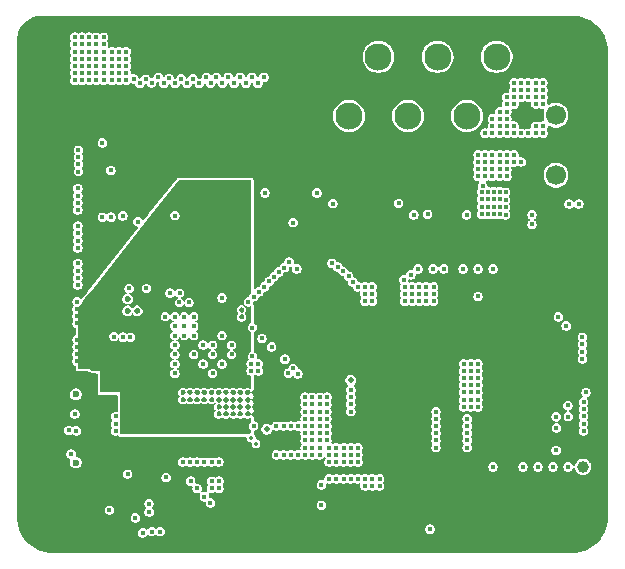
<source format=gbr>
%TF.GenerationSoftware,KiCad,Pcbnew,9.99.0-1168-g72ed3d3f11*%
%TF.CreationDate,2025-05-05T23:22:11-04:00*%
%TF.ProjectId,main_board,6d61696e-5f62-46f6-9172-642e6b696361,rev?*%
%TF.SameCoordinates,Original*%
%TF.FileFunction,Copper,L5,Inr*%
%TF.FilePolarity,Positive*%
%FSLAX46Y46*%
G04 Gerber Fmt 4.6, Leading zero omitted, Abs format (unit mm)*
G04 Created by KiCad (PCBNEW 9.99.0-1168-g72ed3d3f11) date 2025-05-05 23:22:11*
%MOMM*%
%LPD*%
G01*
G04 APERTURE LIST*
%TA.AperFunction,ComponentPad*%
%ADD10C,3.800000*%
%TD*%
%TA.AperFunction,ComponentPad*%
%ADD11C,1.700000*%
%TD*%
%TA.AperFunction,ComponentPad*%
%ADD12C,0.600000*%
%TD*%
%TA.AperFunction,ComponentPad*%
%ADD13O,1.900000X1.000000*%
%TD*%
%TA.AperFunction,ComponentPad*%
%ADD14O,1.600000X1.000000*%
%TD*%
%TA.AperFunction,ComponentPad*%
%ADD15C,2.300000*%
%TD*%
%TA.AperFunction,ViaPad*%
%ADD16C,0.400000*%
%TD*%
%TA.AperFunction,ViaPad*%
%ADD17C,1.000000*%
%TD*%
%TA.AperFunction,ViaPad*%
%ADD18C,0.500000*%
%TD*%
%TA.AperFunction,ViaPad*%
%ADD19C,0.350000*%
%TD*%
G04 APERTURE END LIST*
D10*
%TO.N,GND*%
%TO.C,REF\u002A\u002A*%
X161000000Y-72500000D03*
%TD*%
%TO.N,GND*%
%TO.C,REF\u002A\u002A*%
X161000000Y-112000000D03*
%TD*%
%TO.N,GND*%
%TO.C,REF\u002A\u002A*%
X116332000Y-77825600D03*
%TD*%
D11*
%TO.N,GND*%
%TO.C,CN1*%
X157073600Y-77927200D03*
X157073600Y-83007200D03*
%TO.N,+12V*%
X159613600Y-77927200D03*
X159613600Y-83007200D03*
%TD*%
D10*
%TO.N,GND*%
%TO.C,REF\u002A\u002A*%
X117000000Y-112000000D03*
%TD*%
D12*
%TO.N,*%
%TO.C,USB1*%
X118962800Y-101554800D03*
X118962800Y-107334800D03*
D13*
%TO.N,GND*%
X119462800Y-100124800D03*
X119462800Y-108764800D03*
D14*
X115282800Y-108764800D03*
X115282800Y-100124800D03*
%TD*%
D15*
%TO.N,/Motor/Gate Driver/H_BRIDGE_SHC*%
%TO.C,CN3*%
X142086000Y-77988800D03*
X144586000Y-72988800D03*
%TO.N,/Motor/Gate Driver/H_BRIDGE_SHB*%
X147086000Y-77988800D03*
X149586000Y-72988800D03*
%TO.N,/Motor/Gate Driver/H_BRIDGE_SHA*%
X152086000Y-77988800D03*
X154586000Y-72988800D03*
%TD*%
D16*
%TO.N,+3V3*%
X122631200Y-72542400D03*
X139598400Y-102412800D03*
X127343200Y-94983600D03*
X139598400Y-106680000D03*
X122021600Y-74980800D03*
X140208000Y-101803200D03*
X131343199Y-96583601D03*
X134416800Y-99568000D03*
X123240800Y-74980800D03*
X161848800Y-97332800D03*
X138379200Y-104241600D03*
X140208000Y-104851200D03*
X161848800Y-98552000D03*
X137160000Y-104241600D03*
X161950400Y-102819200D03*
X133807200Y-98958400D03*
X138379200Y-103022400D03*
X138988800Y-103632000D03*
X161950400Y-104648000D03*
X140208000Y-105460800D03*
X138988800Y-101803200D03*
X138988800Y-105460800D03*
X138379200Y-106680000D03*
X123240800Y-72542400D03*
X133807200Y-99568000D03*
X122021600Y-72542400D03*
X127736600Y-93776800D03*
X138379200Y-104851200D03*
X139598400Y-105460800D03*
X128943200Y-94983600D03*
X139598400Y-101803200D03*
X138988800Y-104241600D03*
X138988800Y-106680000D03*
X138988800Y-104851200D03*
X122021600Y-73761600D03*
X128549400Y-93776800D03*
X122631200Y-74371200D03*
X140208000Y-103022400D03*
X123240800Y-73761600D03*
X137160000Y-106680000D03*
X122631200Y-74980800D03*
X134416800Y-98958400D03*
X122021600Y-73152000D03*
X123240800Y-73152000D03*
X159634800Y-106299000D03*
X138379200Y-106070400D03*
X139598400Y-103632000D03*
X136550400Y-104241600D03*
X139598400Y-104851200D03*
X160654800Y-103441800D03*
X122196800Y-96672400D03*
X127343202Y-98183600D03*
X161950400Y-104038400D03*
X135940800Y-104241600D03*
X127343200Y-96583600D03*
X125374400Y-113182400D03*
X122977001Y-96723200D03*
X128943200Y-96583600D03*
D17*
X161899600Y-107696000D03*
D16*
X138379200Y-102412800D03*
X139598400Y-104241600D03*
X140208000Y-102412800D03*
X140208000Y-103632000D03*
X138379200Y-101803200D03*
X160624800Y-102502000D03*
X122631200Y-73761600D03*
X138988800Y-106070400D03*
X161950400Y-103428800D03*
X136550400Y-106680000D03*
X122631200Y-73152000D03*
X139598400Y-106070400D03*
X138988800Y-103022400D03*
X126113600Y-113182400D03*
X123472600Y-92591442D03*
X140208000Y-104241600D03*
X138379200Y-105460800D03*
X138379200Y-103632000D03*
X122021600Y-74371200D03*
X139598400Y-103022400D03*
X161848800Y-97942400D03*
X161848800Y-96723200D03*
X123586601Y-96723200D03*
X138988800Y-102412800D03*
X137769600Y-104241600D03*
X137769600Y-106680000D03*
X135940800Y-106680000D03*
X123240800Y-74371200D03*
X161950400Y-102209600D03*
%TO.N,GND*%
X116078000Y-94945200D03*
X116230400Y-102006400D03*
X116230400Y-106070400D03*
X116128800Y-88544400D03*
X124764800Y-73660000D03*
X115417600Y-103632000D03*
X153822400Y-95910400D03*
X151993600Y-96520000D03*
X117652800Y-74980800D03*
X134721600Y-102006400D03*
X146253200Y-82499200D03*
X142240000Y-113588800D03*
X117856000Y-108508800D03*
X142595600Y-81889600D03*
X143205200Y-82499200D03*
X132892800Y-103225600D03*
X116230400Y-101193600D03*
X116128800Y-85953600D03*
X132994400Y-94386400D03*
X128625600Y-102006400D03*
X114604800Y-103632000D03*
X128016000Y-73660000D03*
X127203200Y-74269600D03*
X115417600Y-106070400D03*
X122481627Y-111991270D03*
X116433600Y-72745600D03*
X140766800Y-82499200D03*
X138379200Y-96926400D03*
X140157200Y-82499200D03*
X138379200Y-96113600D03*
X143459200Y-113588800D03*
X134112000Y-102006400D03*
X115417600Y-102819200D03*
X143205200Y-85547200D03*
D17*
X154049600Y-101846000D03*
D16*
X143814800Y-84328000D03*
X117043200Y-73355200D03*
X116433600Y-74980800D03*
X130454400Y-72440800D03*
D17*
X156849600Y-99046000D03*
D16*
X145643600Y-81889600D03*
X117043200Y-107696000D03*
X162966400Y-104648000D03*
X117856000Y-102006400D03*
X123952000Y-73050400D03*
X117043200Y-101193600D03*
X137566400Y-96926400D03*
X116128800Y-91084400D03*
X131267200Y-74269600D03*
D17*
X163169600Y-107696000D03*
D16*
X128943200Y-95783600D03*
X143205200Y-81889600D03*
X139192000Y-96926400D03*
X143814800Y-82499200D03*
X121804989Y-111995011D03*
X136550400Y-103632000D03*
X131064000Y-102006400D03*
X116128800Y-91694000D03*
X145694400Y-111556800D03*
X153212800Y-95910400D03*
X144068800Y-113588800D03*
X145034000Y-82499200D03*
X151993600Y-95910400D03*
X116078000Y-95554800D03*
X125577600Y-73660000D03*
X116078000Y-98755200D03*
X131673600Y-102006400D03*
X143205200Y-86156800D03*
X115417600Y-105257600D03*
X130454400Y-73050400D03*
X124764800Y-73050400D03*
X128016000Y-72440800D03*
X117043200Y-105257600D03*
X162966400Y-104038400D03*
D18*
X135128000Y-103558400D03*
D16*
X146253200Y-83108800D03*
X117856000Y-103632000D03*
X142849600Y-111556800D03*
X116128800Y-85344000D03*
X144792000Y-85394800D03*
X145694400Y-110947200D03*
X127343200Y-95783600D03*
X132283200Y-102006400D03*
X143814800Y-84937600D03*
X123952000Y-74269600D03*
X129641600Y-73660000D03*
X142228000Y-85410800D03*
D18*
X124155200Y-94488000D03*
D16*
X126390400Y-72440800D03*
X118262400Y-74980800D03*
X130454400Y-73660000D03*
X154432000Y-94691200D03*
X116433600Y-75590400D03*
X141986000Y-82499200D03*
X146862800Y-83108800D03*
X162966400Y-103428800D03*
X145643600Y-83108800D03*
X118262400Y-75590400D03*
X123952000Y-72440800D03*
X132410200Y-105741978D03*
X114604800Y-106883200D03*
X141020800Y-110947200D03*
X131267200Y-73660000D03*
X131064000Y-103225600D03*
X133502400Y-102616000D03*
X147472400Y-83108800D03*
X117043200Y-108508800D03*
X116128800Y-92303600D03*
X117043200Y-74980800D03*
X141986000Y-83108800D03*
X151384000Y-95910400D03*
X143814800Y-83718400D03*
X153822400Y-95300800D03*
X144424400Y-82499200D03*
X145084800Y-111556800D03*
X145084800Y-110947200D03*
D17*
X155449600Y-99046000D03*
D16*
X128143200Y-96583600D03*
X117856000Y-101193600D03*
X117856000Y-100380800D03*
X115417600Y-102006400D03*
X128016000Y-101396800D03*
X123317500Y-111996798D03*
X141020800Y-113588800D03*
X142849600Y-110947200D03*
X131064000Y-101396800D03*
X117856000Y-109321600D03*
X117652800Y-73964800D03*
X125577600Y-73050400D03*
X143814800Y-86766400D03*
D18*
X123342400Y-94488000D03*
D16*
X149758400Y-109321600D03*
X142849600Y-113588800D03*
X123952000Y-73660000D03*
X146304000Y-110947200D03*
X116128800Y-84734400D03*
X117043200Y-72745600D03*
X117043200Y-75590400D03*
X131267200Y-72440800D03*
X134112000Y-101396800D03*
X114604800Y-102819200D03*
X116179600Y-82702400D03*
X160674000Y-104407000D03*
D17*
X155449600Y-101846000D03*
D16*
X131673600Y-103225600D03*
X154432000Y-96520000D03*
X124764800Y-74269600D03*
X153599400Y-104788000D03*
X116078000Y-93726000D03*
X127203200Y-72440800D03*
X116230400Y-106883200D03*
X127400000Y-111100000D03*
X134721600Y-102616000D03*
X133502400Y-103225600D03*
X116230400Y-102819200D03*
X128016000Y-73050400D03*
X117043200Y-109321600D03*
X132143200Y-97383600D03*
X114604800Y-102006400D03*
X117830273Y-105270493D03*
X144424400Y-81889600D03*
X143205200Y-86766400D03*
X144071476Y-113027042D03*
X140411200Y-113588800D03*
X150164800Y-95910400D03*
X126390400Y-74269600D03*
X115824000Y-74980800D03*
D18*
X160957600Y-100368400D03*
D16*
X138379200Y-97739200D03*
X143814800Y-86156800D03*
X117043200Y-73964800D03*
X142240000Y-111556800D03*
X115417600Y-106883200D03*
X152603200Y-96520000D03*
X133502400Y-102006400D03*
X141986000Y-81889600D03*
X115417600Y-104444800D03*
X146304000Y-111556800D03*
D17*
X156849600Y-101846000D03*
D16*
X137769600Y-103632000D03*
X124764800Y-72440800D03*
X138785600Y-97332800D03*
X132283200Y-102616000D03*
X116128800Y-84124800D03*
X125577600Y-74269600D03*
X117043200Y-102819200D03*
X126400000Y-110100000D03*
X116128800Y-87934800D03*
X140157200Y-83108800D03*
D18*
X160957600Y-99555600D03*
D16*
X142595600Y-83108800D03*
D18*
X159332000Y-99555600D03*
D16*
X154432000Y-95910400D03*
X150774400Y-95910400D03*
X134112000Y-102616000D03*
X132994400Y-94996000D03*
X159664800Y-102502000D03*
X144424400Y-83108800D03*
X126390400Y-73660000D03*
X114604800Y-104444800D03*
X117043200Y-104444800D03*
X116230400Y-107696000D03*
X130454400Y-102006400D03*
D17*
X154049600Y-99046000D03*
D16*
X140411200Y-110947200D03*
X143205200Y-84937600D03*
X157726200Y-112166400D03*
X144678400Y-113588800D03*
X114604800Y-101193600D03*
X117043200Y-103632000D03*
X128828800Y-73660000D03*
X136042400Y-99196211D03*
X125577600Y-72440800D03*
X117652800Y-75590400D03*
X132283200Y-103225600D03*
X143205200Y-83718400D03*
X137160000Y-103632000D03*
X143462633Y-113027042D03*
X117856000Y-107696000D03*
X154424572Y-95295195D03*
X129844800Y-101396800D03*
D18*
X159332000Y-100368400D03*
D16*
X117043200Y-100380800D03*
X141630400Y-113588800D03*
X142240000Y-110947200D03*
X129235200Y-101396800D03*
X137972800Y-96520000D03*
X115417600Y-107696000D03*
X159664800Y-105372200D03*
X128828800Y-72440800D03*
X141020800Y-111556800D03*
X117043200Y-102006400D03*
X144678400Y-113027042D03*
X116433600Y-73355200D03*
X116128800Y-89154000D03*
X114604800Y-105257600D03*
X128143200Y-95783600D03*
X116078000Y-94335600D03*
X131673600Y-102616000D03*
D18*
X123342400Y-93472000D03*
D16*
X141376400Y-81889600D03*
X146862800Y-82499200D03*
X128016000Y-74269600D03*
X149555200Y-95910400D03*
X130454400Y-101396800D03*
X133502400Y-101396800D03*
X129641600Y-72440800D03*
X116179600Y-81483200D03*
X116078000Y-97536000D03*
X142595600Y-82499200D03*
X128983200Y-113182400D03*
X137972800Y-95707200D03*
X131673600Y-101396800D03*
X117856000Y-106070400D03*
X143814800Y-81889600D03*
X117652800Y-73355200D03*
X153822400Y-96520000D03*
X116078000Y-96926400D03*
X143205200Y-84328000D03*
X135940800Y-103632000D03*
X137769600Y-73355200D03*
X127203200Y-73660000D03*
X116128800Y-90474800D03*
X143814800Y-85547200D03*
X117791706Y-104423267D03*
X162966400Y-102209600D03*
X151384000Y-96520000D03*
D17*
X156849600Y-100446000D03*
D16*
X117856000Y-106883200D03*
X127073600Y-113182400D03*
X153822400Y-94691200D03*
X128625600Y-101396800D03*
X129844800Y-102006400D03*
X150164800Y-96520000D03*
X146253200Y-81889600D03*
X116078000Y-98145600D03*
X127343200Y-98983600D03*
D17*
X155449600Y-100446000D03*
D16*
X138785600Y-96520000D03*
X146913600Y-110914062D03*
X114604800Y-106070400D03*
D17*
X154049600Y-100446000D03*
D16*
X132892800Y-102616000D03*
X116179600Y-82092800D03*
D18*
X160165001Y-99911200D03*
D16*
X128828800Y-73050400D03*
X129641600Y-74269600D03*
X147472400Y-81889600D03*
X126400000Y-111100000D03*
X145034000Y-83108800D03*
X132283200Y-101396800D03*
X117043200Y-106883200D03*
X130454400Y-74269600D03*
X117043200Y-106070400D03*
X141376400Y-82499200D03*
X116433600Y-73964800D03*
X150774400Y-96520000D03*
X145034000Y-81889600D03*
X132892800Y-101396800D03*
X129641600Y-73050400D03*
X153212800Y-96520000D03*
X116230400Y-104444800D03*
X127400000Y-110100000D03*
X129235200Y-102006400D03*
X117856000Y-102819200D03*
X137566400Y-95300800D03*
X153212800Y-94691200D03*
X115417600Y-101193600D03*
X141376400Y-83108800D03*
X126900000Y-110600000D03*
X116179600Y-80873600D03*
X116230400Y-105257600D03*
X132892800Y-102006400D03*
X137972800Y-97332800D03*
X128016000Y-102006400D03*
D18*
X147457201Y-109812498D03*
D16*
X147472400Y-82499200D03*
X128828800Y-74269600D03*
X134112000Y-103225600D03*
X117652800Y-72745600D03*
X131064000Y-102616000D03*
X143814800Y-83108800D03*
X128143200Y-94983600D03*
X152603200Y-95910400D03*
X145643600Y-82499200D03*
X114604800Y-107696000D03*
X126390400Y-73050400D03*
X143205200Y-83108800D03*
X153212800Y-95300800D03*
X115824000Y-75590400D03*
X140766800Y-83108800D03*
X116230400Y-103632000D03*
X116128800Y-87325200D03*
X140411200Y-111556800D03*
X127203200Y-73050400D03*
X131267200Y-73050400D03*
X162966400Y-102819200D03*
X134721600Y-101396800D03*
X146862800Y-81889600D03*
%TO.N,+12V*%
X153009600Y-98958400D03*
X153009600Y-102616000D03*
X152400000Y-102006400D03*
X153009600Y-100177600D03*
X151790400Y-98958400D03*
X151790400Y-100177600D03*
X152400000Y-100787200D03*
X151790400Y-100787200D03*
X151790400Y-101396800D03*
X152400000Y-102616000D03*
X151790400Y-102616000D03*
X153009600Y-100787200D03*
X153009600Y-99568000D03*
X152400000Y-101396800D03*
X152400000Y-98958400D03*
X153009600Y-102006400D03*
X153009600Y-101396800D03*
X151790400Y-99568000D03*
X151790400Y-102006400D03*
X152400000Y-100177600D03*
X152400000Y-99568000D03*
%TO.N,VBUS*%
X132162800Y-85110400D03*
X128644400Y-85086000D03*
X158496000Y-77012800D03*
X122529600Y-99161600D03*
X128238000Y-87695200D03*
X146812000Y-93675200D03*
X123139200Y-100990400D03*
X130454400Y-107289600D03*
X121310400Y-99771200D03*
X144068800Y-92456000D03*
X124358400Y-102209600D03*
X144678400Y-108712000D03*
X118872000Y-71323200D03*
X153009600Y-83108800D03*
X132772400Y-88934800D03*
X132772400Y-87715600D03*
X156057600Y-76403200D03*
X132772400Y-88325200D03*
X148640800Y-93675200D03*
X156667200Y-81889600D03*
X124358400Y-103428800D03*
X120700800Y-74980800D03*
X132670800Y-86394800D03*
X128705600Y-86910800D03*
X132162800Y-83854800D03*
X141630400Y-106070400D03*
X140411200Y-106680000D03*
X154228800Y-81889600D03*
X119126000Y-84124800D03*
X154838400Y-85663200D03*
X123748800Y-100990400D03*
X123139200Y-102819200D03*
X148031200Y-92456000D03*
X126796800Y-100990400D03*
X126187200Y-100380800D03*
X123748800Y-103428800D03*
X128625600Y-107289600D03*
X124968000Y-100380800D03*
X155448000Y-78841600D03*
X124358400Y-102819200D03*
X129660400Y-84436000D03*
X124968000Y-102209600D03*
X132670800Y-84460400D03*
X130168400Y-85710000D03*
X141020800Y-106680000D03*
X157276800Y-79451200D03*
X157276800Y-75793600D03*
X130676400Y-87695200D03*
X128238000Y-88304800D03*
X121310400Y-71323200D03*
X133178800Y-85110400D03*
X124968000Y-104648000D03*
X130168400Y-86370400D03*
X141020800Y-107289600D03*
X158496000Y-78841600D03*
X120700800Y-72542400D03*
X128847600Y-88914400D03*
X130454400Y-109524800D03*
X119176800Y-82092800D03*
X131553200Y-88325200D03*
X141020800Y-108712000D03*
X143459200Y-109321600D03*
X154330400Y-86323600D03*
X121310400Y-72542400D03*
X157886400Y-75184000D03*
X130676400Y-83834400D03*
X154330400Y-85039200D03*
X118872000Y-74980800D03*
X157276800Y-75184000D03*
X118872000Y-73761600D03*
X154228800Y-81280000D03*
X130066800Y-88304800D03*
X128644400Y-85710000D03*
X144068800Y-93065600D03*
X120700800Y-73152000D03*
X144678400Y-109321600D03*
X121310400Y-73152000D03*
X123748800Y-101600000D03*
X156057600Y-75793600D03*
X123139200Y-101600000D03*
X122529600Y-98552000D03*
X149250400Y-92456000D03*
X148031200Y-93675200D03*
X126796800Y-101600000D03*
X153009600Y-82499200D03*
X124358400Y-101600000D03*
X123139200Y-100380800D03*
X154838400Y-85039200D03*
X125577600Y-101600000D03*
X121310400Y-73761600D03*
X129152400Y-86370400D03*
X119126000Y-87325200D03*
X119481600Y-72542400D03*
X133178800Y-86394800D03*
X155448000Y-83108800D03*
X131654800Y-84515200D03*
X133165900Y-88297024D03*
X154838400Y-83108800D03*
X155346400Y-84444000D03*
X142849600Y-106680000D03*
X132670800Y-85734400D03*
X119126000Y-85344000D03*
X120091200Y-71932800D03*
X147421600Y-93065600D03*
X118872000Y-71932800D03*
X132772400Y-83854800D03*
X121310400Y-74371200D03*
X129152400Y-85086000D03*
X154838400Y-81889600D03*
X119176800Y-80873600D03*
X119481600Y-71323200D03*
X121920000Y-98552000D03*
X120700800Y-71323200D03*
X133178800Y-85734400D03*
X131654800Y-85789200D03*
X129844800Y-107289600D03*
X123139200Y-97942400D03*
X155448000Y-78232000D03*
X130676400Y-88304800D03*
X126187200Y-102209600D03*
X147421600Y-92456000D03*
X126187200Y-101600000D03*
X128016000Y-107289600D03*
X142849600Y-106070400D03*
X141630400Y-107289600D03*
X153314400Y-85663200D03*
X131064000Y-107289600D03*
X131654800Y-86449600D03*
X119075200Y-96926400D03*
X140411200Y-107289600D03*
X119075200Y-93726000D03*
X158496000Y-76403200D03*
X118872000Y-73152000D03*
X156057600Y-81889600D03*
X129152400Y-84436000D03*
X126187200Y-100990400D03*
X129457200Y-88304800D03*
X124358400Y-97942400D03*
X129660400Y-85086000D03*
X144068800Y-108696000D03*
X124968000Y-100990400D03*
X128847600Y-88304800D03*
X123139200Y-98552000D03*
X126796800Y-104038400D03*
X121310400Y-71932800D03*
X130676400Y-87085600D03*
X128238000Y-88914400D03*
X157276800Y-76403200D03*
X119075200Y-94335600D03*
X153822400Y-85663200D03*
X120091200Y-74371200D03*
X119126000Y-90474800D03*
X121310400Y-100380800D03*
X125577600Y-104038400D03*
X123139200Y-103428800D03*
X123748800Y-104648000D03*
X119126000Y-88544400D03*
X153314400Y-86323600D03*
X126187200Y-104648000D03*
X128644400Y-84436000D03*
X155346400Y-86378400D03*
X154838400Y-86323600D03*
X124968000Y-103428800D03*
X133178800Y-84460400D03*
X124358400Y-100380800D03*
X126796800Y-103428800D03*
X142240000Y-106680000D03*
X123748800Y-104038400D03*
X158496000Y-79451200D03*
X132162800Y-87715600D03*
X130066800Y-87695200D03*
X154228800Y-78841600D03*
X154228800Y-83108800D03*
X124968000Y-104038400D03*
X143459200Y-92456000D03*
X155448000Y-79451200D03*
X123748800Y-102209600D03*
X122529600Y-97942400D03*
X120091200Y-73152000D03*
X132772400Y-87106000D03*
X129152400Y-85710000D03*
X121920000Y-100990400D03*
X129457200Y-83834400D03*
X120091200Y-71323200D03*
X120700800Y-74371200D03*
X123139200Y-104038400D03*
X119481600Y-73761600D03*
X156057600Y-78841600D03*
X154838400Y-78232000D03*
X125577600Y-104648000D03*
X125577600Y-100380800D03*
X153619200Y-81280000D03*
X158496000Y-75793600D03*
X143459200Y-93675200D03*
X156667200Y-79451200D03*
X153822400Y-85039200D03*
X154838400Y-81280000D03*
X155448000Y-81280000D03*
X142849600Y-92456000D03*
X154228800Y-79451200D03*
X126796800Y-102819200D03*
X129235200Y-107289600D03*
X121920000Y-99161600D03*
X123748800Y-102819200D03*
X132162800Y-88934800D03*
X124968000Y-102819200D03*
X126187200Y-102819200D03*
X132670800Y-85110400D03*
X144068800Y-109321600D03*
X119126000Y-91694000D03*
X153314400Y-84389200D03*
X142849600Y-107289600D03*
X155448000Y-82499200D03*
X149250400Y-93675200D03*
X118872000Y-74371200D03*
X121310400Y-100990400D03*
X155448000Y-76403200D03*
X119126000Y-87934800D03*
X146812000Y-92456000D03*
X142240000Y-106070400D03*
X128644400Y-86370400D03*
X146812000Y-93065600D03*
X133382000Y-88934800D03*
X153619200Y-83108800D03*
X154228800Y-82499200D03*
X143459200Y-108712000D03*
X125577600Y-102819200D03*
X122529600Y-100990400D03*
X156667200Y-75793600D03*
X122529600Y-99771200D03*
X130676400Y-85764800D03*
X154838400Y-82499200D03*
X123139200Y-99771200D03*
X125577600Y-102209600D03*
X123748800Y-99771200D03*
X123748800Y-99161600D03*
X121920000Y-100380800D03*
X154330400Y-84389200D03*
X155346400Y-85718000D03*
X119075200Y-98755200D03*
X119126000Y-84734400D03*
X141630400Y-108712000D03*
X140411200Y-108712000D03*
X154330400Y-85663200D03*
X120700800Y-73761600D03*
X121920000Y-97942400D03*
X130168400Y-85086000D03*
X157886400Y-75793600D03*
X156057600Y-75184000D03*
X149250400Y-93065600D03*
X148640800Y-92456000D03*
X124358400Y-98552000D03*
X123139200Y-99161600D03*
X119075200Y-98145600D03*
X119176800Y-82702400D03*
X126187200Y-103428800D03*
X132162800Y-85734400D03*
X129457200Y-88914400D03*
X119126000Y-89154000D03*
X130676400Y-86425200D03*
X148640800Y-93065600D03*
X157886400Y-76403200D03*
X130676400Y-85140800D03*
X131553200Y-87106000D03*
X142849600Y-108712000D03*
X120091200Y-72542400D03*
X126796800Y-104648000D03*
X153009600Y-81889600D03*
X121310400Y-97942400D03*
X157886400Y-79451200D03*
X119075200Y-97536000D03*
X130168400Y-84436000D03*
X129660400Y-86370400D03*
X119126000Y-85953600D03*
X126796800Y-102209600D03*
X129457200Y-87695200D03*
X124358400Y-100990400D03*
X120091200Y-73761600D03*
X128847600Y-87695200D03*
X154838400Y-77622400D03*
X156057600Y-81280000D03*
X144068800Y-93675200D03*
X121920000Y-99771200D03*
X130066800Y-83834400D03*
X131064000Y-109524800D03*
X133165900Y-87715600D03*
X119075200Y-94945200D03*
X124968000Y-101600000D03*
X119075200Y-95554800D03*
X140411200Y-106070400D03*
X120700800Y-71932800D03*
X130676400Y-88914400D03*
X157886400Y-77012800D03*
X156667200Y-76403200D03*
X156057600Y-77012800D03*
X119176800Y-81483200D03*
X119126000Y-92303600D03*
X131553200Y-83854800D03*
X124358400Y-99771200D03*
X124358400Y-99161600D03*
X156667200Y-75184000D03*
X141020800Y-106070400D03*
X147421600Y-93675200D03*
X121310400Y-98552000D03*
X156057600Y-79451200D03*
X154838400Y-79451200D03*
X155448000Y-77012800D03*
X141630400Y-106680000D03*
X129457200Y-87085600D03*
X121310400Y-74980800D03*
X130066800Y-88914400D03*
X142240000Y-107289600D03*
X120091200Y-74980800D03*
X153822400Y-86323600D03*
X123748800Y-97942400D03*
X153619200Y-82499200D03*
X119481600Y-71932800D03*
X131553200Y-88934800D03*
X132162800Y-84460400D03*
X143459200Y-93065600D03*
X130454400Y-108915200D03*
X119481600Y-74980800D03*
X155346400Y-85094000D03*
X123748800Y-100380800D03*
X132162800Y-87106000D03*
X154838400Y-78841600D03*
X129660400Y-85710000D03*
X121310400Y-99161600D03*
X158496000Y-75184000D03*
X124358400Y-104648000D03*
X123139200Y-102209600D03*
X131654800Y-85165200D03*
X154838400Y-84389200D03*
X153822400Y-84389200D03*
X153009600Y-81280000D03*
X153619200Y-79451200D03*
X132162800Y-86394800D03*
X153619200Y-81889600D03*
X125577600Y-103428800D03*
X122529600Y-100380800D03*
X119126000Y-91084400D03*
X155448000Y-77622400D03*
X142240000Y-108712000D03*
X157886400Y-78841600D03*
X118872000Y-72542400D03*
X126187200Y-104038400D03*
X124358400Y-104038400D03*
X123748800Y-98552000D03*
X119481600Y-73152000D03*
X119481600Y-74371200D03*
X153394800Y-83933200D03*
X131064000Y-108915200D03*
X154228800Y-78232000D03*
X155448000Y-81889600D03*
X123139200Y-104648000D03*
X132162800Y-88325200D03*
X125577600Y-100990400D03*
X131553200Y-87715600D03*
X153314400Y-85039200D03*
X130066800Y-87085600D03*
X148031200Y-93065600D03*
X130676400Y-84490800D03*
D18*
%TO.N,Net-(U3-SS)*%
X135128000Y-104518400D03*
%TO.N,Net-(U8-DVDD)*%
X142240000Y-100380800D03*
D16*
%TO.N,/Power/VBUS_IN*%
X122326400Y-104648000D03*
X122326400Y-104038400D03*
X122326400Y-103428800D03*
%TO.N,Net-(D4-A)*%
X123342400Y-108300000D03*
%TO.N,Net-(U6-EN)*%
X160629600Y-107696000D03*
D19*
%TO.N,Net-(U3-SW)*%
X134213600Y-105741978D03*
%TO.N,Net-(U3-BST)*%
X133807200Y-105245789D03*
D16*
%TO.N,/Motor/Gate Driver/MOTOR_C_CURRENT_SENSE*%
X133908800Y-98348800D03*
X132143200Y-98183600D03*
%TO.N,/Motor/Gate Driver/MOTOR_B_CURRENT_SENSE*%
X131343200Y-98983600D03*
%TO.N,/Motor/Gate Driver/MOTOR_A_CURRENT_SENSE*%
X130543200Y-98183600D03*
%TO.N,/MCU/USB_D-*%
X118365747Y-104608549D03*
X124612400Y-113284000D03*
%TO.N,/MCU/USB_D+*%
X124002800Y-112018800D03*
X119008401Y-104648000D03*
%TO.N,Net-(U1-CC2)*%
X125171200Y-111514000D03*
X121806325Y-111353600D03*
X118567546Y-106631961D03*
%TO.N,Net-(U1-CC1)*%
X125157000Y-110822832D03*
X118872000Y-103225600D03*
%TO.N,/MCU/STM32_EN*%
X153009600Y-90932000D03*
X128943200Y-98183600D03*
X153009600Y-93268800D03*
%TO.N,Net-(U3-FB)*%
X134010400Y-104241600D03*
%TO.N,/Motor/Gate Driver/GATE_DRIVER_NFAULT*%
X131343200Y-93383600D03*
%TO.N,/Motor/Gate Driver/H_BRIDGE_SPA*%
X141145797Y-90782713D03*
X146292000Y-85394800D03*
%TO.N,/Motor/Gate Driver/H_BRIDGE_SPB*%
X140728000Y-85410800D03*
X137031097Y-90372534D03*
%TO.N,Net-(U8-SOA)*%
X135534400Y-97536000D03*
%TO.N,Net-(U8-SOB)*%
X134721600Y-96824800D03*
%TO.N,Net-(U8-SOC)*%
X133908800Y-95910400D03*
%TO.N,/Power/VBUS_SWITCH_GATE*%
X126600000Y-108600000D03*
%TO.N,/MCU/EN_12V*%
X148945600Y-112979200D03*
X159654000Y-104407000D03*
X159359600Y-107696000D03*
%TO.N,/MCU/PD_SCL*%
X129844800Y-110236000D03*
%TO.N,/MCU/PD_INT_N*%
X158089600Y-107696000D03*
X129235200Y-109524800D03*
%TO.N,/MCU/PD_FAULT*%
X156819600Y-107696000D03*
X128687499Y-108915200D03*
%TO.N,/MCU/PD_SDA*%
X139750800Y-109220000D03*
X139750800Y-110947200D03*
X130352800Y-110744000D03*
%TO.N,/CAN Transceiver1/CAN_RX*%
X162153600Y-101396800D03*
%TO.N,/CAN Transceiver1/CAN_TX*%
X154279600Y-107696000D03*
%TO.N,/Motor/Gate Driver/H_BRIDGE_SPC*%
X121920000Y-82600800D03*
X121920000Y-86563200D03*
X134033575Y-93276376D03*
%TO.N,/Motor/Gate Driver/GATE_DRIVER_INHA*%
X142240000Y-101193600D03*
X129743200Y-97383600D03*
%TO.N,/Motor/Gate Driver/GATE_DRIVER_SDI*%
X127343200Y-97383600D03*
X136956800Y-99771200D03*
%TO.N,/Expansion Port/ENCODER_SDA*%
X123869600Y-74860000D03*
X127741000Y-92980000D03*
%TO.N,/Motor/Gate Driver/GATE_DRIVER_NSCS*%
X137769600Y-99826051D03*
X130543200Y-97383600D03*
%TO.N,/Motor/Gate Driver/GATE_DRIVER_SDO*%
X136647724Y-98578263D03*
X124943200Y-92583600D03*
%TO.N,/Motor/Gate Driver/GATE_DRIVER_INHB*%
X129743200Y-98983600D03*
X142240000Y-101803200D03*
%TO.N,/Motor/Gate Driver/GATE_DRIVER_SCLK*%
X126543200Y-94983600D03*
X137368416Y-99370016D03*
%TO.N,/Expansion Port/ENCODER_SCL*%
X124371200Y-75223200D03*
X126943000Y-92982000D03*
%TO.N,/Motor/Gate Driver/GATE_DRIVER_INLA*%
X142240000Y-103022400D03*
X127343200Y-99783600D03*
%TO.N,/Motor/Gate Driver/GATE_DRIVER_INHC*%
X142240000Y-102412800D03*
X130543200Y-99783600D03*
%TO.N,/Motor/Gate Driver/H_BRIDGE_GHC*%
X127355600Y-86430800D03*
X135331200Y-91998800D03*
%TO.N,/Motor/Gate Driver/H_BRIDGE_GHA*%
X142412067Y-92045430D03*
X152044800Y-86353200D03*
%TO.N,/Motor/Gate Driver/H_BRIDGE_GLC*%
X122936400Y-86451200D03*
X134446693Y-92885154D03*
%TO.N,/Motor/Gate Driver/H_BRIDGE_GLA*%
X141614785Y-91156950D03*
X147574400Y-86353200D03*
%TO.N,/Motor/Gate Driver/H_BRIDGE_GHB*%
X134975600Y-84490800D03*
X135737600Y-91592400D03*
%TO.N,/Motor/Gate Driver/H_BRIDGE_GLB*%
X136602199Y-90838987D03*
X139373600Y-84503200D03*
%TO.N,/Expansion Port/EXPANSION_IO41*%
X133369600Y-75215200D03*
X157581600Y-86360000D03*
%TO.N,Net-(U6-IO0)*%
X147320000Y-91440000D03*
X159634800Y-103441800D03*
%TO.N,/Expansion Port/EXPANSION_IO1*%
X161544000Y-85445600D03*
X134869600Y-74715200D03*
%TO.N,/Expansion Port/EXPANSION_IO36*%
X149199600Y-90932000D03*
X131369600Y-75215200D03*
%TO.N,/Expansion Port/EXPANSION_IO2*%
X134369600Y-75223200D03*
X160731200Y-85445600D03*
%TO.N,/Expansion Port/EXPANSION_IO45*%
X146710400Y-91846400D03*
X130369600Y-75215200D03*
%TO.N,/Expansion Port/EXPANSION_IO46*%
X125374400Y-75187642D03*
X149453600Y-105460800D03*
%TO.N,/Expansion Port/EXPANSION_IO48*%
X152095200Y-103632000D03*
X130011200Y-74715200D03*
%TO.N,/Expansion Port/EXPANSION_IO3*%
X124869600Y-74879200D03*
X149453600Y-106070400D03*
%TO.N,/Expansion Port/EXPANSION_IO35*%
X130869600Y-74715200D03*
X147929600Y-90932000D03*
%TO.N,/Expansion Port/EXPANSION_IO14*%
X128385600Y-75223200D03*
X152095200Y-105460800D03*
%TO.N,/Expansion Port/EXPANSION_IO42*%
X133869600Y-74715200D03*
X157581600Y-87172800D03*
%TO.N,/Expansion Port/EXPANSION_IO21*%
X152095200Y-104851200D03*
X128869600Y-74840800D03*
%TO.N,/Expansion Port/EXPANSION_IO12*%
X127369600Y-75223200D03*
X149453600Y-103022400D03*
%TO.N,/Expansion Port/EXPANSION_IO38*%
X151739600Y-90932000D03*
X132369600Y-75215200D03*
%TO.N,/Expansion Port/EXPANSION_IO13*%
X127869600Y-74824800D03*
X152095200Y-106070400D03*
%TO.N,/Expansion Port/EXPANSION_IO9*%
X125947200Y-74715200D03*
X149453600Y-104851200D03*
%TO.N,/Expansion Port/EXPANSION_IO40*%
X132869600Y-74715200D03*
X154279600Y-90932000D03*
%TO.N,/Expansion Port/EXPANSION_IO37*%
X150107700Y-90932000D03*
X131869600Y-74715200D03*
%TO.N,/Expansion Port/EXPANSION_IO10*%
X126410700Y-75223200D03*
X149453600Y-104241600D03*
%TO.N,/Expansion Port/EXPANSION_IO11*%
X126869600Y-74808800D03*
X149453600Y-103632000D03*
%TO.N,/Expansion Port/EXPANSION_IO47*%
X152095200Y-104241600D03*
X129401600Y-75223200D03*
%TO.N,/Motor/Gate Driver/H_BRIDGE_SHC*%
X124206000Y-86931200D03*
X134924800Y-92456000D03*
%TO.N,/Motor/Gate Driver/H_BRIDGE_SHB*%
X137363200Y-87023200D03*
X136144000Y-91186000D03*
%TO.N,/Motor/Gate Driver/H_BRIDGE_SHA*%
X142058938Y-91560350D03*
X148742400Y-86309200D03*
%TO.N,/CAN_N*%
X159816800Y-94996000D03*
X160477200Y-95758000D03*
%TO.N,/Motor/Gate Driver/H_BRIDGE_SNB*%
X137668000Y-90932000D03*
%TO.N,/Motor/Gate Driver/H_BRIDGE_SNA*%
X140645748Y-90463119D03*
%TO.N,/Motor/Gate Driver/H_BRIDGE_SNC*%
X121208800Y-80272000D03*
X121208800Y-86563200D03*
X133577236Y-93731227D03*
%TD*%
%TA.AperFunction,Conductor*%
%TO.N,VBUS*%
G36*
X133803832Y-83416968D02*
G01*
X133807200Y-83425100D01*
X133807200Y-92937975D01*
X133803832Y-92946107D01*
X133801451Y-92947934D01*
X133787660Y-92955897D01*
X133713094Y-93030463D01*
X133660370Y-93121784D01*
X133660366Y-93121794D01*
X133633075Y-93223649D01*
X133633075Y-93319227D01*
X133629707Y-93327359D01*
X133621575Y-93330727D01*
X133524509Y-93330727D01*
X133422654Y-93358018D01*
X133422644Y-93358022D01*
X133331323Y-93410746D01*
X133256755Y-93485314D01*
X133204031Y-93576635D01*
X133204027Y-93576645D01*
X133176736Y-93678500D01*
X133176736Y-93783953D01*
X133204027Y-93885808D01*
X133204031Y-93885818D01*
X133230342Y-93931391D01*
X133256756Y-93977140D01*
X133331323Y-94051707D01*
X133422649Y-94104434D01*
X133524509Y-94131727D01*
X133629963Y-94131727D01*
X133731823Y-94104434D01*
X133789950Y-94070873D01*
X133798676Y-94069725D01*
X133805659Y-94075083D01*
X133807200Y-94080833D01*
X133807200Y-95514170D01*
X133803832Y-95522302D01*
X133798677Y-95525278D01*
X133754213Y-95537192D01*
X133662887Y-95589919D01*
X133588319Y-95664487D01*
X133535595Y-95755808D01*
X133535591Y-95755818D01*
X133508300Y-95857673D01*
X133508300Y-95963126D01*
X133526087Y-96029512D01*
X133535593Y-96064987D01*
X133588320Y-96156313D01*
X133662887Y-96230880D01*
X133754213Y-96283607D01*
X133798677Y-96295521D01*
X133805659Y-96300878D01*
X133807200Y-96306628D01*
X133807200Y-97952570D01*
X133803832Y-97960702D01*
X133798677Y-97963678D01*
X133754213Y-97975592D01*
X133662887Y-98028319D01*
X133588319Y-98102887D01*
X133535595Y-98194208D01*
X133535591Y-98194218D01*
X133508300Y-98296073D01*
X133508300Y-98401527D01*
X133515799Y-98429513D01*
X133535591Y-98503381D01*
X133535595Y-98503391D01*
X133588319Y-98594712D01*
X133595219Y-98601612D01*
X133598587Y-98609744D01*
X133595219Y-98617876D01*
X133592837Y-98619703D01*
X133561287Y-98637919D01*
X133486719Y-98712487D01*
X133433995Y-98803808D01*
X133433991Y-98803818D01*
X133406700Y-98905673D01*
X133406700Y-99011126D01*
X133433991Y-99112981D01*
X133433995Y-99112991D01*
X133486719Y-99204312D01*
X133537475Y-99255068D01*
X133540843Y-99263200D01*
X133537475Y-99271332D01*
X133486719Y-99322087D01*
X133433995Y-99413408D01*
X133433991Y-99413418D01*
X133406700Y-99515273D01*
X133406700Y-99620726D01*
X133433991Y-99722581D01*
X133433995Y-99722591D01*
X133474639Y-99792989D01*
X133486720Y-99813913D01*
X133561287Y-99888480D01*
X133652613Y-99941207D01*
X133754473Y-99968500D01*
X133795700Y-99968500D01*
X133803832Y-99971868D01*
X133807200Y-99980000D01*
X133807200Y-101107443D01*
X133803832Y-101115575D01*
X133795700Y-101118943D01*
X133787568Y-101115575D01*
X133748312Y-101076319D01*
X133656991Y-101023595D01*
X133656989Y-101023594D01*
X133656987Y-101023593D01*
X133656983Y-101023592D01*
X133656981Y-101023591D01*
X133555127Y-100996300D01*
X133449673Y-100996300D01*
X133347818Y-101023591D01*
X133347808Y-101023595D01*
X133256487Y-101076319D01*
X133205732Y-101127075D01*
X133197600Y-101130443D01*
X133189468Y-101127075D01*
X133138712Y-101076319D01*
X133047391Y-101023595D01*
X133047389Y-101023594D01*
X133047387Y-101023593D01*
X133047383Y-101023592D01*
X133047381Y-101023591D01*
X132945527Y-100996300D01*
X132840073Y-100996300D01*
X132738218Y-101023591D01*
X132738208Y-101023595D01*
X132646887Y-101076319D01*
X132596132Y-101127075D01*
X132588000Y-101130443D01*
X132579868Y-101127075D01*
X132529112Y-101076319D01*
X132437791Y-101023595D01*
X132437789Y-101023594D01*
X132437787Y-101023593D01*
X132437783Y-101023592D01*
X132437781Y-101023591D01*
X132335927Y-100996300D01*
X132230473Y-100996300D01*
X132128618Y-101023591D01*
X132128608Y-101023595D01*
X132037287Y-101076319D01*
X131986532Y-101127075D01*
X131978400Y-101130443D01*
X131970268Y-101127075D01*
X131919512Y-101076319D01*
X131828191Y-101023595D01*
X131828189Y-101023594D01*
X131828187Y-101023593D01*
X131828183Y-101023592D01*
X131828181Y-101023591D01*
X131726327Y-100996300D01*
X131620873Y-100996300D01*
X131519018Y-101023591D01*
X131519008Y-101023595D01*
X131427687Y-101076319D01*
X131376932Y-101127075D01*
X131368800Y-101130443D01*
X131360668Y-101127075D01*
X131309912Y-101076319D01*
X131218591Y-101023595D01*
X131218589Y-101023594D01*
X131218587Y-101023593D01*
X131218583Y-101023592D01*
X131218581Y-101023591D01*
X131116727Y-100996300D01*
X131011273Y-100996300D01*
X130909418Y-101023591D01*
X130909408Y-101023595D01*
X130818087Y-101076319D01*
X130767332Y-101127075D01*
X130759200Y-101130443D01*
X130751068Y-101127075D01*
X130700312Y-101076319D01*
X130608991Y-101023595D01*
X130608989Y-101023594D01*
X130608987Y-101023593D01*
X130608983Y-101023592D01*
X130608981Y-101023591D01*
X130507127Y-100996300D01*
X130401673Y-100996300D01*
X130299818Y-101023591D01*
X130299808Y-101023595D01*
X130208487Y-101076319D01*
X130157732Y-101127075D01*
X130149600Y-101130443D01*
X130141468Y-101127075D01*
X130090712Y-101076319D01*
X129999391Y-101023595D01*
X129999389Y-101023594D01*
X129999387Y-101023593D01*
X129999383Y-101023592D01*
X129999381Y-101023591D01*
X129897527Y-100996300D01*
X129792073Y-100996300D01*
X129690218Y-101023591D01*
X129690208Y-101023595D01*
X129598887Y-101076319D01*
X129548132Y-101127075D01*
X129540000Y-101130443D01*
X129531868Y-101127075D01*
X129481112Y-101076319D01*
X129389791Y-101023595D01*
X129389789Y-101023594D01*
X129389787Y-101023593D01*
X129389783Y-101023592D01*
X129389781Y-101023591D01*
X129287927Y-100996300D01*
X129182473Y-100996300D01*
X129080618Y-101023591D01*
X129080608Y-101023595D01*
X128989287Y-101076319D01*
X128938532Y-101127075D01*
X128930400Y-101130443D01*
X128922268Y-101127075D01*
X128871512Y-101076319D01*
X128780191Y-101023595D01*
X128780189Y-101023594D01*
X128780187Y-101023593D01*
X128780183Y-101023592D01*
X128780181Y-101023591D01*
X128678327Y-100996300D01*
X128572873Y-100996300D01*
X128471018Y-101023591D01*
X128471008Y-101023595D01*
X128379687Y-101076319D01*
X128328932Y-101127075D01*
X128320800Y-101130443D01*
X128312668Y-101127075D01*
X128261912Y-101076319D01*
X128170591Y-101023595D01*
X128170589Y-101023594D01*
X128170587Y-101023593D01*
X128170583Y-101023592D01*
X128170581Y-101023591D01*
X128068727Y-100996300D01*
X127963273Y-100996300D01*
X127861418Y-101023591D01*
X127861408Y-101023595D01*
X127770087Y-101076319D01*
X127695519Y-101150887D01*
X127642795Y-101242208D01*
X127642791Y-101242218D01*
X127615500Y-101344073D01*
X127615500Y-101449526D01*
X127642791Y-101551381D01*
X127642795Y-101551391D01*
X127695519Y-101642712D01*
X127746275Y-101693468D01*
X127749643Y-101701600D01*
X127746275Y-101709732D01*
X127695519Y-101760487D01*
X127642795Y-101851808D01*
X127642791Y-101851818D01*
X127615500Y-101953673D01*
X127615500Y-102059127D01*
X127642793Y-102160987D01*
X127695520Y-102252313D01*
X127770087Y-102326880D01*
X127861413Y-102379607D01*
X127963273Y-102406900D01*
X128068727Y-102406900D01*
X128170587Y-102379607D01*
X128261913Y-102326880D01*
X128312668Y-102276125D01*
X128320800Y-102272757D01*
X128328932Y-102276125D01*
X128379687Y-102326880D01*
X128471013Y-102379607D01*
X128572873Y-102406900D01*
X128678327Y-102406900D01*
X128780187Y-102379607D01*
X128871513Y-102326880D01*
X128922268Y-102276125D01*
X128930400Y-102272757D01*
X128938532Y-102276125D01*
X128989287Y-102326880D01*
X129080613Y-102379607D01*
X129182473Y-102406900D01*
X129287927Y-102406900D01*
X129389787Y-102379607D01*
X129481113Y-102326880D01*
X129531868Y-102276125D01*
X129540000Y-102272757D01*
X129548132Y-102276125D01*
X129598887Y-102326880D01*
X129690213Y-102379607D01*
X129792073Y-102406900D01*
X129897527Y-102406900D01*
X129999387Y-102379607D01*
X130090713Y-102326880D01*
X130141468Y-102276125D01*
X130149600Y-102272757D01*
X130157732Y-102276125D01*
X130208487Y-102326880D01*
X130299813Y-102379607D01*
X130401673Y-102406900D01*
X130507127Y-102406900D01*
X130608987Y-102379607D01*
X130700313Y-102326880D01*
X130751068Y-102276125D01*
X130759200Y-102272757D01*
X130767332Y-102276125D01*
X130794275Y-102303068D01*
X130797643Y-102311200D01*
X130794275Y-102319332D01*
X130743519Y-102370087D01*
X130690795Y-102461408D01*
X130690791Y-102461418D01*
X130663500Y-102563273D01*
X130663500Y-102668726D01*
X130690791Y-102770581D01*
X130690795Y-102770591D01*
X130743519Y-102861912D01*
X130794275Y-102912668D01*
X130797643Y-102920800D01*
X130794275Y-102928932D01*
X130743519Y-102979687D01*
X130690795Y-103071008D01*
X130690791Y-103071018D01*
X130663500Y-103172873D01*
X130663500Y-103278326D01*
X130689690Y-103376073D01*
X130690793Y-103380187D01*
X130743520Y-103471513D01*
X130818087Y-103546080D01*
X130909413Y-103598807D01*
X131011273Y-103626100D01*
X131116727Y-103626100D01*
X131218587Y-103598807D01*
X131309913Y-103546080D01*
X131360668Y-103495325D01*
X131368800Y-103491957D01*
X131376932Y-103495325D01*
X131427687Y-103546080D01*
X131519013Y-103598807D01*
X131620873Y-103626100D01*
X131726327Y-103626100D01*
X131828187Y-103598807D01*
X131919513Y-103546080D01*
X131970268Y-103495325D01*
X131978400Y-103491957D01*
X131986532Y-103495325D01*
X132037287Y-103546080D01*
X132128613Y-103598807D01*
X132230473Y-103626100D01*
X132335927Y-103626100D01*
X132437787Y-103598807D01*
X132529113Y-103546080D01*
X132579868Y-103495325D01*
X132588000Y-103491957D01*
X132596132Y-103495325D01*
X132646887Y-103546080D01*
X132738213Y-103598807D01*
X132840073Y-103626100D01*
X132945527Y-103626100D01*
X133047387Y-103598807D01*
X133138713Y-103546080D01*
X133189468Y-103495325D01*
X133197600Y-103491957D01*
X133205732Y-103495325D01*
X133256487Y-103546080D01*
X133347813Y-103598807D01*
X133449673Y-103626100D01*
X133555127Y-103626100D01*
X133656987Y-103598807D01*
X133748313Y-103546080D01*
X133787568Y-103506825D01*
X133795700Y-103503457D01*
X133803832Y-103506825D01*
X133807200Y-103514957D01*
X133807200Y-103889819D01*
X133803832Y-103897951D01*
X133801450Y-103899778D01*
X133764487Y-103921119D01*
X133689919Y-103995687D01*
X133637195Y-104087008D01*
X133637191Y-104087018D01*
X133609900Y-104188873D01*
X133609900Y-104294327D01*
X133637193Y-104396187D01*
X133689920Y-104487513D01*
X133764487Y-104562080D01*
X133801450Y-104583421D01*
X133806808Y-104590402D01*
X133807200Y-104593379D01*
X133807200Y-104858789D01*
X133803832Y-104866921D01*
X133795700Y-104870289D01*
X133757765Y-104870289D01*
X133662267Y-104895877D01*
X133662257Y-104895881D01*
X133576638Y-104945313D01*
X133572520Y-104949432D01*
X133564388Y-104952800D01*
X122744300Y-104952800D01*
X122736168Y-104949432D01*
X122732800Y-104941300D01*
X122732800Y-101396801D01*
X122732800Y-101396800D01*
X122732799Y-101396800D01*
X121017100Y-101396800D01*
X121008968Y-101393432D01*
X121005600Y-101385300D01*
X121005600Y-99568001D01*
X121005600Y-99568000D01*
X121005599Y-99568000D01*
X120343845Y-99568000D01*
X120337456Y-99566062D01*
X120244613Y-99504026D01*
X120117126Y-99451219D01*
X120035631Y-99435009D01*
X119981793Y-99424300D01*
X119188300Y-99424300D01*
X119180168Y-99420932D01*
X119176800Y-99412800D01*
X119176800Y-96619673D01*
X121796300Y-96619673D01*
X121796300Y-96725127D01*
X121799801Y-96738192D01*
X121823591Y-96826981D01*
X121823595Y-96826991D01*
X121868102Y-96904080D01*
X121876320Y-96918313D01*
X121950887Y-96992880D01*
X122042213Y-97045607D01*
X122144073Y-97072900D01*
X122249527Y-97072900D01*
X122351387Y-97045607D01*
X122442713Y-96992880D01*
X122517280Y-96918313D01*
X122569906Y-96827160D01*
X122576887Y-96821804D01*
X122585614Y-96822953D01*
X122590972Y-96829935D01*
X122590972Y-96829936D01*
X122603792Y-96877781D01*
X122603796Y-96877791D01*
X122649416Y-96956808D01*
X122656521Y-96969113D01*
X122731088Y-97043680D01*
X122822414Y-97096407D01*
X122924274Y-97123700D01*
X123029728Y-97123700D01*
X123131588Y-97096407D01*
X123222914Y-97043680D01*
X123273669Y-96992925D01*
X123281801Y-96989557D01*
X123289933Y-96992925D01*
X123340688Y-97043680D01*
X123432014Y-97096407D01*
X123533874Y-97123700D01*
X123639328Y-97123700D01*
X123741188Y-97096407D01*
X123832514Y-97043680D01*
X123907081Y-96969113D01*
X123959808Y-96877787D01*
X123987101Y-96775927D01*
X123987101Y-96670473D01*
X123959808Y-96568613D01*
X123907081Y-96477287D01*
X123832514Y-96402720D01*
X123832513Y-96402719D01*
X123741192Y-96349995D01*
X123741190Y-96349994D01*
X123741188Y-96349993D01*
X123741184Y-96349992D01*
X123741182Y-96349991D01*
X123639328Y-96322700D01*
X123533874Y-96322700D01*
X123432019Y-96349991D01*
X123432009Y-96349995D01*
X123340688Y-96402719D01*
X123289933Y-96453475D01*
X123281801Y-96456843D01*
X123273669Y-96453475D01*
X123222913Y-96402719D01*
X123131592Y-96349995D01*
X123131590Y-96349994D01*
X123131588Y-96349993D01*
X123131584Y-96349992D01*
X123131582Y-96349991D01*
X123029728Y-96322700D01*
X122924274Y-96322700D01*
X122822419Y-96349991D01*
X122822409Y-96349995D01*
X122731088Y-96402719D01*
X122656520Y-96477287D01*
X122603895Y-96568437D01*
X122596912Y-96573795D01*
X122588186Y-96572646D01*
X122582828Y-96565663D01*
X122570007Y-96517813D01*
X122517280Y-96426487D01*
X122442713Y-96351920D01*
X122442712Y-96351919D01*
X122351391Y-96299195D01*
X122351389Y-96299194D01*
X122351387Y-96299193D01*
X122351383Y-96299192D01*
X122351381Y-96299191D01*
X122249527Y-96271900D01*
X122144073Y-96271900D01*
X122042218Y-96299191D01*
X122042208Y-96299195D01*
X121950887Y-96351919D01*
X121876319Y-96426487D01*
X121823595Y-96517808D01*
X121823591Y-96517818D01*
X121808593Y-96573795D01*
X121796300Y-96619673D01*
X119176800Y-96619673D01*
X119176800Y-94428691D01*
X122891900Y-94428691D01*
X122891900Y-94547308D01*
X122914676Y-94632312D01*
X122922601Y-94661886D01*
X122981911Y-94764613D01*
X123065787Y-94848489D01*
X123168514Y-94907799D01*
X123283091Y-94938500D01*
X123401709Y-94938500D01*
X123516286Y-94907799D01*
X123619013Y-94848489D01*
X123702889Y-94764613D01*
X123738841Y-94702341D01*
X123745824Y-94696984D01*
X123754550Y-94698133D01*
X123758758Y-94702341D01*
X123794711Y-94764613D01*
X123878587Y-94848489D01*
X123981314Y-94907799D01*
X124095891Y-94938500D01*
X124214509Y-94938500D01*
X124242973Y-94930873D01*
X126142700Y-94930873D01*
X126142700Y-95036326D01*
X126169991Y-95138181D01*
X126169995Y-95138191D01*
X126177148Y-95150581D01*
X126222720Y-95229513D01*
X126297287Y-95304080D01*
X126388613Y-95356807D01*
X126490473Y-95384100D01*
X126595927Y-95384100D01*
X126697787Y-95356807D01*
X126789113Y-95304080D01*
X126863680Y-95229513D01*
X126916407Y-95138187D01*
X126932092Y-95079648D01*
X126937450Y-95072666D01*
X126946176Y-95071517D01*
X126953159Y-95076875D01*
X126954308Y-95079649D01*
X126969991Y-95138181D01*
X126969995Y-95138191D01*
X126977148Y-95150581D01*
X127022720Y-95229513D01*
X127097287Y-95304080D01*
X127188613Y-95356807D01*
X127234879Y-95369204D01*
X127247150Y-95372492D01*
X127254133Y-95377850D01*
X127255282Y-95386576D01*
X127249924Y-95393559D01*
X127247150Y-95394708D01*
X127188618Y-95410391D01*
X127188608Y-95410395D01*
X127097287Y-95463119D01*
X127022719Y-95537687D01*
X126969995Y-95629008D01*
X126969991Y-95629018D01*
X126942700Y-95730873D01*
X126942700Y-95836326D01*
X126969991Y-95938181D01*
X126969995Y-95938191D01*
X126984391Y-95963126D01*
X127022720Y-96029513D01*
X127097287Y-96104080D01*
X127188613Y-96156807D01*
X127235586Y-96169393D01*
X127247150Y-96172492D01*
X127254133Y-96177850D01*
X127255282Y-96186576D01*
X127249924Y-96193559D01*
X127247150Y-96194708D01*
X127188618Y-96210391D01*
X127188608Y-96210395D01*
X127097287Y-96263119D01*
X127022719Y-96337687D01*
X126969995Y-96429008D01*
X126969991Y-96429018D01*
X126957058Y-96477287D01*
X126942700Y-96530873D01*
X126942700Y-96636327D01*
X126943200Y-96638193D01*
X126969991Y-96738181D01*
X126969995Y-96738191D01*
X127021362Y-96827162D01*
X127022720Y-96829513D01*
X127097287Y-96904080D01*
X127188613Y-96956807D01*
X127234536Y-96969112D01*
X127247150Y-96972492D01*
X127254133Y-96977850D01*
X127255282Y-96986576D01*
X127249924Y-96993559D01*
X127247150Y-96994708D01*
X127188618Y-97010391D01*
X127188608Y-97010395D01*
X127097287Y-97063119D01*
X127022719Y-97137687D01*
X126969995Y-97229008D01*
X126969991Y-97229018D01*
X126954308Y-97287550D01*
X126942700Y-97330873D01*
X126942700Y-97436327D01*
X126969993Y-97538187D01*
X127022720Y-97629513D01*
X127097287Y-97704080D01*
X127188613Y-97756807D01*
X127247147Y-97772491D01*
X127247151Y-97772492D01*
X127254134Y-97777850D01*
X127255283Y-97786576D01*
X127249925Y-97793559D01*
X127247151Y-97794708D01*
X127188616Y-97810392D01*
X127097289Y-97863119D01*
X127022721Y-97937687D01*
X126969997Y-98029008D01*
X126969993Y-98029018D01*
X126942702Y-98130873D01*
X126942702Y-98236326D01*
X126969993Y-98338181D01*
X126969997Y-98338191D01*
X127006563Y-98401526D01*
X127022722Y-98429513D01*
X127097289Y-98504080D01*
X127188615Y-98556807D01*
X127247151Y-98572491D01*
X127254134Y-98577849D01*
X127255283Y-98586575D01*
X127249925Y-98593558D01*
X127247151Y-98594707D01*
X127188614Y-98610392D01*
X127097287Y-98663119D01*
X127022719Y-98737687D01*
X126969995Y-98829008D01*
X126969991Y-98829018D01*
X126942700Y-98930873D01*
X126942700Y-99036326D01*
X126969991Y-99138181D01*
X126969995Y-99138191D01*
X127008170Y-99204313D01*
X127022720Y-99229513D01*
X127097287Y-99304080D01*
X127188613Y-99356807D01*
X127235586Y-99369393D01*
X127247150Y-99372492D01*
X127254133Y-99377850D01*
X127255282Y-99386576D01*
X127249924Y-99393559D01*
X127247150Y-99394708D01*
X127188618Y-99410391D01*
X127188608Y-99410395D01*
X127097287Y-99463119D01*
X127022719Y-99537687D01*
X126969995Y-99629008D01*
X126969991Y-99629018D01*
X126942700Y-99730873D01*
X126942700Y-99836326D01*
X126969991Y-99938181D01*
X126969995Y-99938191D01*
X126994133Y-99980000D01*
X127022720Y-100029513D01*
X127097287Y-100104080D01*
X127188613Y-100156807D01*
X127290473Y-100184100D01*
X127395927Y-100184100D01*
X127497787Y-100156807D01*
X127589113Y-100104080D01*
X127663680Y-100029513D01*
X127716407Y-99938187D01*
X127743700Y-99836327D01*
X127743700Y-99730873D01*
X130142700Y-99730873D01*
X130142700Y-99836326D01*
X130169991Y-99938181D01*
X130169995Y-99938191D01*
X130194133Y-99980000D01*
X130222720Y-100029513D01*
X130297287Y-100104080D01*
X130388613Y-100156807D01*
X130490473Y-100184100D01*
X130595927Y-100184100D01*
X130697787Y-100156807D01*
X130789113Y-100104080D01*
X130863680Y-100029513D01*
X130916407Y-99938187D01*
X130943700Y-99836327D01*
X130943700Y-99730873D01*
X130916407Y-99629013D01*
X130863680Y-99537687D01*
X130789113Y-99463120D01*
X130789112Y-99463119D01*
X130697791Y-99410395D01*
X130697789Y-99410394D01*
X130697787Y-99410393D01*
X130697783Y-99410392D01*
X130697781Y-99410391D01*
X130595927Y-99383100D01*
X130490473Y-99383100D01*
X130388618Y-99410391D01*
X130388608Y-99410395D01*
X130297287Y-99463119D01*
X130222719Y-99537687D01*
X130169995Y-99629008D01*
X130169991Y-99629018D01*
X130142700Y-99730873D01*
X127743700Y-99730873D01*
X127716407Y-99629013D01*
X127663680Y-99537687D01*
X127589113Y-99463120D01*
X127589112Y-99463119D01*
X127497791Y-99410395D01*
X127497789Y-99410394D01*
X127497787Y-99410393D01*
X127497783Y-99410392D01*
X127497781Y-99410391D01*
X127439249Y-99394708D01*
X127432266Y-99389350D01*
X127431117Y-99380624D01*
X127436475Y-99373641D01*
X127439249Y-99372492D01*
X127497787Y-99356807D01*
X127589113Y-99304080D01*
X127663680Y-99229513D01*
X127716407Y-99138187D01*
X127743700Y-99036327D01*
X127743700Y-98930873D01*
X129342700Y-98930873D01*
X129342700Y-99036326D01*
X129369991Y-99138181D01*
X129369995Y-99138191D01*
X129408170Y-99204313D01*
X129422720Y-99229513D01*
X129497287Y-99304080D01*
X129588613Y-99356807D01*
X129690473Y-99384100D01*
X129795927Y-99384100D01*
X129897787Y-99356807D01*
X129989113Y-99304080D01*
X130063680Y-99229513D01*
X130116407Y-99138187D01*
X130143700Y-99036327D01*
X130143700Y-98930873D01*
X130942700Y-98930873D01*
X130942700Y-99036326D01*
X130969991Y-99138181D01*
X130969995Y-99138191D01*
X131008170Y-99204313D01*
X131022720Y-99229513D01*
X131097287Y-99304080D01*
X131188613Y-99356807D01*
X131290473Y-99384100D01*
X131395927Y-99384100D01*
X131497787Y-99356807D01*
X131589113Y-99304080D01*
X131663680Y-99229513D01*
X131716407Y-99138187D01*
X131743700Y-99036327D01*
X131743700Y-98930873D01*
X131716407Y-98829013D01*
X131663680Y-98737687D01*
X131589113Y-98663120D01*
X131589112Y-98663119D01*
X131497791Y-98610395D01*
X131497789Y-98610394D01*
X131497787Y-98610393D01*
X131497783Y-98610392D01*
X131497781Y-98610391D01*
X131395927Y-98583100D01*
X131290473Y-98583100D01*
X131188618Y-98610391D01*
X131188608Y-98610395D01*
X131097287Y-98663119D01*
X131022719Y-98737687D01*
X130969995Y-98829008D01*
X130969991Y-98829018D01*
X130942700Y-98930873D01*
X130143700Y-98930873D01*
X130116407Y-98829013D01*
X130063680Y-98737687D01*
X129989113Y-98663120D01*
X129989112Y-98663119D01*
X129897791Y-98610395D01*
X129897789Y-98610394D01*
X129897787Y-98610393D01*
X129897783Y-98610392D01*
X129897781Y-98610391D01*
X129795927Y-98583100D01*
X129690473Y-98583100D01*
X129588618Y-98610391D01*
X129588608Y-98610395D01*
X129497287Y-98663119D01*
X129422719Y-98737687D01*
X129369995Y-98829008D01*
X129369991Y-98829018D01*
X129342700Y-98930873D01*
X127743700Y-98930873D01*
X127716407Y-98829013D01*
X127663680Y-98737687D01*
X127589113Y-98663120D01*
X127589112Y-98663119D01*
X127497791Y-98610395D01*
X127497789Y-98610394D01*
X127497787Y-98610393D01*
X127497783Y-98610392D01*
X127497781Y-98610391D01*
X127439250Y-98594708D01*
X127432267Y-98589350D01*
X127431118Y-98580624D01*
X127436476Y-98573641D01*
X127439249Y-98572492D01*
X127497789Y-98556807D01*
X127589115Y-98504080D01*
X127663682Y-98429513D01*
X127716409Y-98338187D01*
X127743702Y-98236327D01*
X127743702Y-98130873D01*
X128542700Y-98130873D01*
X128542700Y-98236326D01*
X128569991Y-98338181D01*
X128569995Y-98338191D01*
X128606561Y-98401526D01*
X128622720Y-98429513D01*
X128697287Y-98504080D01*
X128788613Y-98556807D01*
X128890473Y-98584100D01*
X128995927Y-98584100D01*
X129097787Y-98556807D01*
X129189113Y-98504080D01*
X129263680Y-98429513D01*
X129316407Y-98338187D01*
X129343700Y-98236327D01*
X129343700Y-98130873D01*
X129316407Y-98029013D01*
X129263680Y-97937687D01*
X129189113Y-97863120D01*
X129189112Y-97863119D01*
X129097791Y-97810395D01*
X129097789Y-97810394D01*
X129097787Y-97810393D01*
X129097783Y-97810392D01*
X129097781Y-97810391D01*
X128995927Y-97783100D01*
X128890473Y-97783100D01*
X128788618Y-97810391D01*
X128788608Y-97810395D01*
X128697287Y-97863119D01*
X128622719Y-97937687D01*
X128569995Y-98029008D01*
X128569991Y-98029018D01*
X128542700Y-98130873D01*
X127743702Y-98130873D01*
X127716409Y-98029013D01*
X127663682Y-97937687D01*
X127589115Y-97863120D01*
X127589114Y-97863119D01*
X127497787Y-97810392D01*
X127497788Y-97810392D01*
X127439250Y-97794707D01*
X127432267Y-97789349D01*
X127431118Y-97780623D01*
X127436476Y-97773640D01*
X127439247Y-97772491D01*
X127497787Y-97756807D01*
X127589113Y-97704080D01*
X127663680Y-97629513D01*
X127716407Y-97538187D01*
X127743700Y-97436327D01*
X127743700Y-97330873D01*
X129342700Y-97330873D01*
X129342700Y-97436327D01*
X129369993Y-97538187D01*
X129422720Y-97629513D01*
X129497287Y-97704080D01*
X129588613Y-97756807D01*
X129690473Y-97784100D01*
X129795927Y-97784100D01*
X129897787Y-97756807D01*
X129989113Y-97704080D01*
X130063680Y-97629513D01*
X130116407Y-97538187D01*
X130132092Y-97479648D01*
X130137450Y-97472666D01*
X130146176Y-97471517D01*
X130153159Y-97476875D01*
X130154307Y-97479648D01*
X130169993Y-97538187D01*
X130222720Y-97629513D01*
X130297287Y-97704080D01*
X130388613Y-97756807D01*
X130435586Y-97769393D01*
X130447150Y-97772492D01*
X130454133Y-97777850D01*
X130455282Y-97786576D01*
X130449924Y-97793559D01*
X130447150Y-97794708D01*
X130388618Y-97810391D01*
X130388608Y-97810395D01*
X130297287Y-97863119D01*
X130222719Y-97937687D01*
X130169995Y-98029008D01*
X130169991Y-98029018D01*
X130142700Y-98130873D01*
X130142700Y-98236326D01*
X130169991Y-98338181D01*
X130169995Y-98338191D01*
X130206561Y-98401526D01*
X130222720Y-98429513D01*
X130297287Y-98504080D01*
X130388613Y-98556807D01*
X130490473Y-98584100D01*
X130595927Y-98584100D01*
X130697787Y-98556807D01*
X130789113Y-98504080D01*
X130863680Y-98429513D01*
X130916407Y-98338187D01*
X130943700Y-98236327D01*
X130943700Y-98130873D01*
X130916407Y-98029013D01*
X130863680Y-97937687D01*
X130789113Y-97863120D01*
X130789112Y-97863119D01*
X130697791Y-97810395D01*
X130697789Y-97810394D01*
X130697787Y-97810393D01*
X130697783Y-97810392D01*
X130697781Y-97810391D01*
X130639249Y-97794708D01*
X130632266Y-97789350D01*
X130631117Y-97780624D01*
X130636475Y-97773641D01*
X130639249Y-97772492D01*
X130639253Y-97772491D01*
X130697787Y-97756807D01*
X130789113Y-97704080D01*
X130863680Y-97629513D01*
X130916407Y-97538187D01*
X130943700Y-97436327D01*
X130943700Y-97330873D01*
X131742700Y-97330873D01*
X131742700Y-97436327D01*
X131769993Y-97538187D01*
X131822720Y-97629513D01*
X131897287Y-97704080D01*
X131988613Y-97756807D01*
X132035586Y-97769393D01*
X132047150Y-97772492D01*
X132054133Y-97777850D01*
X132055282Y-97786576D01*
X132049924Y-97793559D01*
X132047150Y-97794708D01*
X131988618Y-97810391D01*
X131988608Y-97810395D01*
X131897287Y-97863119D01*
X131822719Y-97937687D01*
X131769995Y-98029008D01*
X131769991Y-98029018D01*
X131742700Y-98130873D01*
X131742700Y-98236326D01*
X131769991Y-98338181D01*
X131769995Y-98338191D01*
X131806561Y-98401526D01*
X131822720Y-98429513D01*
X131897287Y-98504080D01*
X131988613Y-98556807D01*
X132090473Y-98584100D01*
X132195927Y-98584100D01*
X132297787Y-98556807D01*
X132389113Y-98504080D01*
X132463680Y-98429513D01*
X132516407Y-98338187D01*
X132543700Y-98236327D01*
X132543700Y-98130873D01*
X132516407Y-98029013D01*
X132463680Y-97937687D01*
X132389113Y-97863120D01*
X132389112Y-97863119D01*
X132297791Y-97810395D01*
X132297789Y-97810394D01*
X132297787Y-97810393D01*
X132297783Y-97810392D01*
X132297781Y-97810391D01*
X132239249Y-97794708D01*
X132232266Y-97789350D01*
X132231117Y-97780624D01*
X132236475Y-97773641D01*
X132239249Y-97772492D01*
X132239253Y-97772491D01*
X132297787Y-97756807D01*
X132389113Y-97704080D01*
X132463680Y-97629513D01*
X132516407Y-97538187D01*
X132543700Y-97436327D01*
X132543700Y-97330873D01*
X132516407Y-97229013D01*
X132463680Y-97137687D01*
X132389113Y-97063120D01*
X132389112Y-97063119D01*
X132297791Y-97010395D01*
X132297789Y-97010394D01*
X132297787Y-97010393D01*
X132297783Y-97010392D01*
X132297781Y-97010391D01*
X132195927Y-96983100D01*
X132090473Y-96983100D01*
X131988618Y-97010391D01*
X131988608Y-97010395D01*
X131897287Y-97063119D01*
X131822719Y-97137687D01*
X131769995Y-97229008D01*
X131769991Y-97229018D01*
X131754308Y-97287550D01*
X131742700Y-97330873D01*
X130943700Y-97330873D01*
X130916407Y-97229013D01*
X130863680Y-97137687D01*
X130789113Y-97063120D01*
X130789112Y-97063119D01*
X130697791Y-97010395D01*
X130697789Y-97010394D01*
X130697787Y-97010393D01*
X130697783Y-97010392D01*
X130697781Y-97010391D01*
X130595927Y-96983100D01*
X130490473Y-96983100D01*
X130388618Y-97010391D01*
X130388608Y-97010395D01*
X130297287Y-97063119D01*
X130222719Y-97137687D01*
X130169995Y-97229008D01*
X130169991Y-97229018D01*
X130154308Y-97287550D01*
X130148950Y-97294533D01*
X130140224Y-97295682D01*
X130133241Y-97290324D01*
X130132092Y-97287550D01*
X130116408Y-97229018D01*
X130116407Y-97229013D01*
X130063680Y-97137687D01*
X129989113Y-97063120D01*
X129989112Y-97063119D01*
X129897791Y-97010395D01*
X129897789Y-97010394D01*
X129897787Y-97010393D01*
X129897783Y-97010392D01*
X129897781Y-97010391D01*
X129795927Y-96983100D01*
X129690473Y-96983100D01*
X129588618Y-97010391D01*
X129588608Y-97010395D01*
X129497287Y-97063119D01*
X129422719Y-97137687D01*
X129369995Y-97229008D01*
X129369991Y-97229018D01*
X129354308Y-97287550D01*
X129342700Y-97330873D01*
X127743700Y-97330873D01*
X127716407Y-97229013D01*
X127663680Y-97137687D01*
X127589113Y-97063120D01*
X127589112Y-97063119D01*
X127497791Y-97010395D01*
X127497789Y-97010394D01*
X127497787Y-97010393D01*
X127497783Y-97010392D01*
X127497781Y-97010391D01*
X127439249Y-96994708D01*
X127432266Y-96989350D01*
X127431117Y-96980624D01*
X127436475Y-96973641D01*
X127439249Y-96972492D01*
X127497787Y-96956807D01*
X127589113Y-96904080D01*
X127663680Y-96829513D01*
X127716407Y-96738187D01*
X127732092Y-96679648D01*
X127737450Y-96672666D01*
X127746176Y-96671517D01*
X127753159Y-96676875D01*
X127754308Y-96679649D01*
X127769991Y-96738181D01*
X127769995Y-96738191D01*
X127821362Y-96827162D01*
X127822720Y-96829513D01*
X127897287Y-96904080D01*
X127988613Y-96956807D01*
X128090473Y-96984100D01*
X128195927Y-96984100D01*
X128297787Y-96956807D01*
X128389113Y-96904080D01*
X128463680Y-96829513D01*
X128516407Y-96738187D01*
X128532092Y-96679648D01*
X128537450Y-96672666D01*
X128546176Y-96671517D01*
X128553159Y-96676875D01*
X128554308Y-96679649D01*
X128569991Y-96738181D01*
X128569995Y-96738191D01*
X128621362Y-96827162D01*
X128622720Y-96829513D01*
X128697287Y-96904080D01*
X128788613Y-96956807D01*
X128890473Y-96984100D01*
X128995927Y-96984100D01*
X129097787Y-96956807D01*
X129189113Y-96904080D01*
X129263680Y-96829513D01*
X129316407Y-96738187D01*
X129343700Y-96636327D01*
X129343700Y-96530874D01*
X130942699Y-96530874D01*
X130942699Y-96636327D01*
X130969990Y-96738182D01*
X130969994Y-96738192D01*
X131022717Y-96829512D01*
X131022719Y-96829514D01*
X131097286Y-96904081D01*
X131188612Y-96956808D01*
X131290472Y-96984101D01*
X131395926Y-96984101D01*
X131497786Y-96956808D01*
X131589112Y-96904081D01*
X131663679Y-96829514D01*
X131716406Y-96738188D01*
X131743699Y-96636328D01*
X131743699Y-96530874D01*
X131716406Y-96429014D01*
X131663679Y-96337688D01*
X131589112Y-96263121D01*
X131589111Y-96263120D01*
X131497790Y-96210396D01*
X131497788Y-96210395D01*
X131497786Y-96210394D01*
X131497782Y-96210393D01*
X131497780Y-96210392D01*
X131395926Y-96183101D01*
X131290472Y-96183101D01*
X131188617Y-96210392D01*
X131188607Y-96210396D01*
X131097286Y-96263120D01*
X131022718Y-96337688D01*
X130969994Y-96429009D01*
X130969990Y-96429019D01*
X130942699Y-96530874D01*
X129343700Y-96530874D01*
X129343700Y-96530873D01*
X129316407Y-96429013D01*
X129263680Y-96337687D01*
X129189113Y-96263120D01*
X129189112Y-96263119D01*
X129097791Y-96210395D01*
X129097789Y-96210394D01*
X129097787Y-96210393D01*
X129097783Y-96210392D01*
X129097781Y-96210391D01*
X129039249Y-96194708D01*
X129032266Y-96189350D01*
X129031117Y-96180624D01*
X129036475Y-96173641D01*
X129039249Y-96172492D01*
X129097787Y-96156807D01*
X129189113Y-96104080D01*
X129263680Y-96029513D01*
X129316407Y-95938187D01*
X129343700Y-95836327D01*
X129343700Y-95730873D01*
X129316407Y-95629013D01*
X129263680Y-95537687D01*
X129189113Y-95463120D01*
X129189112Y-95463119D01*
X129097791Y-95410395D01*
X129097789Y-95410394D01*
X129097787Y-95410393D01*
X129097783Y-95410392D01*
X129097781Y-95410391D01*
X129039249Y-95394708D01*
X129032266Y-95389350D01*
X129031117Y-95380624D01*
X129036475Y-95373641D01*
X129039249Y-95372492D01*
X129051505Y-95369208D01*
X129097787Y-95356807D01*
X129189113Y-95304080D01*
X129263680Y-95229513D01*
X129316407Y-95138187D01*
X129343700Y-95036327D01*
X129343700Y-94930873D01*
X129316407Y-94829013D01*
X129263680Y-94737687D01*
X129189113Y-94663120D01*
X129189112Y-94663119D01*
X129097791Y-94610395D01*
X129097789Y-94610394D01*
X129097787Y-94610393D01*
X129097783Y-94610392D01*
X129097781Y-94610391D01*
X128995927Y-94583100D01*
X128890473Y-94583100D01*
X128788618Y-94610391D01*
X128788608Y-94610395D01*
X128697287Y-94663119D01*
X128622719Y-94737687D01*
X128569995Y-94829008D01*
X128569991Y-94829018D01*
X128554308Y-94887550D01*
X128548950Y-94894533D01*
X128540224Y-94895682D01*
X128533241Y-94890324D01*
X128532092Y-94887550D01*
X128528993Y-94875986D01*
X128516407Y-94829013D01*
X128463680Y-94737687D01*
X128389113Y-94663120D01*
X128389112Y-94663119D01*
X128297791Y-94610395D01*
X128297789Y-94610394D01*
X128297787Y-94610393D01*
X128297783Y-94610392D01*
X128297781Y-94610391D01*
X128195927Y-94583100D01*
X128090473Y-94583100D01*
X127988618Y-94610391D01*
X127988608Y-94610395D01*
X127897287Y-94663119D01*
X127822719Y-94737687D01*
X127769995Y-94829008D01*
X127769991Y-94829018D01*
X127754308Y-94887550D01*
X127748950Y-94894533D01*
X127740224Y-94895682D01*
X127733241Y-94890324D01*
X127732092Y-94887550D01*
X127728993Y-94875986D01*
X127716407Y-94829013D01*
X127663680Y-94737687D01*
X127589113Y-94663120D01*
X127589112Y-94663119D01*
X127497791Y-94610395D01*
X127497789Y-94610394D01*
X127497787Y-94610393D01*
X127497783Y-94610392D01*
X127497781Y-94610391D01*
X127395927Y-94583100D01*
X127290473Y-94583100D01*
X127188618Y-94610391D01*
X127188608Y-94610395D01*
X127097287Y-94663119D01*
X127022719Y-94737687D01*
X126969995Y-94829008D01*
X126969991Y-94829018D01*
X126954308Y-94887550D01*
X126948950Y-94894533D01*
X126940224Y-94895682D01*
X126933241Y-94890324D01*
X126932092Y-94887550D01*
X126928993Y-94875986D01*
X126916407Y-94829013D01*
X126863680Y-94737687D01*
X126789113Y-94663120D01*
X126789112Y-94663119D01*
X126697791Y-94610395D01*
X126697789Y-94610394D01*
X126697787Y-94610393D01*
X126697783Y-94610392D01*
X126697781Y-94610391D01*
X126595927Y-94583100D01*
X126490473Y-94583100D01*
X126388618Y-94610391D01*
X126388608Y-94610395D01*
X126297287Y-94663119D01*
X126222719Y-94737687D01*
X126169995Y-94829008D01*
X126169991Y-94829018D01*
X126142700Y-94930873D01*
X124242973Y-94930873D01*
X124287243Y-94919011D01*
X124295624Y-94916765D01*
X124329086Y-94907799D01*
X124431813Y-94848489D01*
X124515689Y-94764613D01*
X124574999Y-94661886D01*
X124605700Y-94547309D01*
X124605700Y-94428691D01*
X124580240Y-94333673D01*
X132593900Y-94333673D01*
X132593900Y-94439126D01*
X132621191Y-94540981D01*
X132621195Y-94540991D01*
X132673919Y-94632312D01*
X132724675Y-94683068D01*
X132728043Y-94691200D01*
X132724675Y-94699332D01*
X132673919Y-94750087D01*
X132621195Y-94841408D01*
X132621191Y-94841418D01*
X132595179Y-94938500D01*
X132593900Y-94943273D01*
X132593900Y-95048727D01*
X132600314Y-95072666D01*
X132621191Y-95150581D01*
X132621195Y-95150591D01*
X132666760Y-95229513D01*
X132673920Y-95241913D01*
X132748487Y-95316480D01*
X132839813Y-95369207D01*
X132941673Y-95396500D01*
X133047127Y-95396500D01*
X133148987Y-95369207D01*
X133240313Y-95316480D01*
X133314880Y-95241913D01*
X133367607Y-95150587D01*
X133394900Y-95048727D01*
X133394900Y-94943273D01*
X133367607Y-94841413D01*
X133314880Y-94750087D01*
X133264125Y-94699332D01*
X133260757Y-94691200D01*
X133264125Y-94683068D01*
X133285309Y-94661884D01*
X133314880Y-94632313D01*
X133367607Y-94540987D01*
X133394900Y-94439127D01*
X133394900Y-94333673D01*
X133367607Y-94231813D01*
X133314880Y-94140487D01*
X133240313Y-94065920D01*
X133240312Y-94065919D01*
X133148991Y-94013195D01*
X133148989Y-94013194D01*
X133148987Y-94013193D01*
X133148983Y-94013192D01*
X133148981Y-94013191D01*
X133047127Y-93985900D01*
X132941673Y-93985900D01*
X132839818Y-94013191D01*
X132839808Y-94013195D01*
X132748487Y-94065919D01*
X132673919Y-94140487D01*
X132621195Y-94231808D01*
X132621191Y-94231818D01*
X132593900Y-94333673D01*
X124580240Y-94333673D01*
X124574999Y-94314114D01*
X124515689Y-94211387D01*
X124431813Y-94127511D01*
X124431812Y-94127510D01*
X124333716Y-94070874D01*
X124329086Y-94068201D01*
X124329085Y-94068200D01*
X124214509Y-94037500D01*
X124095891Y-94037500D01*
X123981315Y-94068200D01*
X123878587Y-94127510D01*
X123794710Y-94211387D01*
X123758759Y-94273656D01*
X123751776Y-94279014D01*
X123743050Y-94277865D01*
X123738841Y-94273656D01*
X123702889Y-94211387D01*
X123619012Y-94127510D01*
X123520916Y-94070874D01*
X123516286Y-94068201D01*
X123516285Y-94068200D01*
X123401709Y-94037500D01*
X123283091Y-94037500D01*
X123168515Y-94068200D01*
X123065787Y-94127510D01*
X122981910Y-94211387D01*
X122922600Y-94314115D01*
X122891900Y-94428691D01*
X119176800Y-94428691D01*
X119176800Y-94160915D01*
X119179295Y-94153762D01*
X119182281Y-94150004D01*
X119473069Y-93783953D01*
X119767997Y-93412691D01*
X122891900Y-93412691D01*
X122891900Y-93531309D01*
X122893743Y-93538187D01*
X122918213Y-93629513D01*
X122922601Y-93645886D01*
X122938493Y-93673411D01*
X122967742Y-93724073D01*
X122981911Y-93748613D01*
X123065787Y-93832489D01*
X123168514Y-93891799D01*
X123283091Y-93922500D01*
X123401709Y-93922500D01*
X123516286Y-93891799D01*
X123619013Y-93832489D01*
X123702889Y-93748613D01*
X123762199Y-93645886D01*
X123792900Y-93531309D01*
X123792900Y-93412691D01*
X123762199Y-93298114D01*
X123702889Y-93195387D01*
X123619013Y-93111511D01*
X123619012Y-93111510D01*
X123516284Y-93052200D01*
X123516285Y-93052200D01*
X123401709Y-93021500D01*
X123283091Y-93021500D01*
X123168515Y-93052200D01*
X123065787Y-93111510D01*
X122981910Y-93195387D01*
X122922600Y-93298115D01*
X122903907Y-93367881D01*
X122891900Y-93412691D01*
X119767997Y-93412691D01*
X119774278Y-93404784D01*
X120462277Y-92538715D01*
X123072100Y-92538715D01*
X123072100Y-92644168D01*
X123099391Y-92746023D01*
X123099395Y-92746033D01*
X123147591Y-92829512D01*
X123152120Y-92837355D01*
X123226687Y-92911922D01*
X123318013Y-92964649D01*
X123419873Y-92991942D01*
X123525327Y-92991942D01*
X123627187Y-92964649D01*
X123718513Y-92911922D01*
X123793080Y-92837355D01*
X123845807Y-92746029D01*
X123873100Y-92644169D01*
X123873100Y-92538715D01*
X123870999Y-92530873D01*
X124542700Y-92530873D01*
X124542700Y-92636327D01*
X124549450Y-92661519D01*
X124569991Y-92738181D01*
X124569995Y-92738191D01*
X124621507Y-92827413D01*
X124622720Y-92829513D01*
X124697287Y-92904080D01*
X124788613Y-92956807D01*
X124890473Y-92984100D01*
X124995927Y-92984100D01*
X125097787Y-92956807D01*
X125145477Y-92929273D01*
X126542500Y-92929273D01*
X126542500Y-93034726D01*
X126569791Y-93136581D01*
X126569795Y-93136591D01*
X126621364Y-93225912D01*
X126622520Y-93227913D01*
X126697087Y-93302480D01*
X126788413Y-93355207D01*
X126890273Y-93382500D01*
X126995727Y-93382500D01*
X127097587Y-93355207D01*
X127188913Y-93302480D01*
X127263480Y-93227913D01*
X127316207Y-93136587D01*
X127331159Y-93080780D01*
X127336517Y-93073798D01*
X127345243Y-93072649D01*
X127352226Y-93078007D01*
X127353375Y-93080781D01*
X127367792Y-93134585D01*
X127419212Y-93223649D01*
X127420520Y-93225913D01*
X127495087Y-93300480D01*
X127586413Y-93353207D01*
X127626709Y-93364004D01*
X127636778Y-93366702D01*
X127643761Y-93372060D01*
X127644910Y-93380786D01*
X127639552Y-93387769D01*
X127636778Y-93388918D01*
X127582014Y-93403592D01*
X127490687Y-93456319D01*
X127416119Y-93530887D01*
X127363395Y-93622208D01*
X127363391Y-93622218D01*
X127336100Y-93724073D01*
X127336100Y-93829526D01*
X127363391Y-93931381D01*
X127363395Y-93931391D01*
X127410624Y-94013195D01*
X127416120Y-94022713D01*
X127490687Y-94097280D01*
X127582013Y-94150007D01*
X127683873Y-94177300D01*
X127789327Y-94177300D01*
X127891187Y-94150007D01*
X127982513Y-94097280D01*
X128057080Y-94022713D01*
X128109807Y-93931387D01*
X128131892Y-93848962D01*
X128137250Y-93841980D01*
X128145976Y-93840831D01*
X128152959Y-93846189D01*
X128154108Y-93848963D01*
X128176191Y-93931381D01*
X128176195Y-93931391D01*
X128223424Y-94013195D01*
X128228920Y-94022713D01*
X128303487Y-94097280D01*
X128394813Y-94150007D01*
X128496673Y-94177300D01*
X128602127Y-94177300D01*
X128703987Y-94150007D01*
X128795313Y-94097280D01*
X128869880Y-94022713D01*
X128922607Y-93931387D01*
X128949900Y-93829527D01*
X128949900Y-93724073D01*
X128922607Y-93622213D01*
X128869880Y-93530887D01*
X128795313Y-93456320D01*
X128795312Y-93456319D01*
X128703991Y-93403595D01*
X128703989Y-93403594D01*
X128703987Y-93403593D01*
X128703983Y-93403592D01*
X128703981Y-93403591D01*
X128602127Y-93376300D01*
X128496673Y-93376300D01*
X128394818Y-93403591D01*
X128394808Y-93403595D01*
X128303487Y-93456319D01*
X128228919Y-93530887D01*
X128176195Y-93622208D01*
X128176191Y-93622218D01*
X128154108Y-93704636D01*
X128148750Y-93711619D01*
X128140024Y-93712768D01*
X128133041Y-93707410D01*
X128131892Y-93704636D01*
X128124179Y-93675852D01*
X128109807Y-93622213D01*
X128057080Y-93530887D01*
X127982513Y-93456320D01*
X127982512Y-93456319D01*
X127891191Y-93403595D01*
X127891189Y-93403594D01*
X127891187Y-93403593D01*
X127891183Y-93403592D01*
X127891181Y-93403591D01*
X127840820Y-93390097D01*
X127833837Y-93384739D01*
X127832688Y-93376013D01*
X127838046Y-93369030D01*
X127840818Y-93367881D01*
X127895587Y-93353207D01*
X127934271Y-93330873D01*
X130942700Y-93330873D01*
X130942700Y-93436326D01*
X130969991Y-93538181D01*
X130969995Y-93538191D01*
X131003865Y-93596856D01*
X131022720Y-93629513D01*
X131097287Y-93704080D01*
X131188613Y-93756807D01*
X131290473Y-93784100D01*
X131395927Y-93784100D01*
X131497787Y-93756807D01*
X131589113Y-93704080D01*
X131663680Y-93629513D01*
X131716407Y-93538187D01*
X131743700Y-93436327D01*
X131743700Y-93330873D01*
X131716407Y-93229013D01*
X131663680Y-93137687D01*
X131589113Y-93063120D01*
X131589112Y-93063119D01*
X131497791Y-93010395D01*
X131497789Y-93010394D01*
X131497787Y-93010393D01*
X131497783Y-93010392D01*
X131497781Y-93010391D01*
X131395927Y-92983100D01*
X131290473Y-92983100D01*
X131188618Y-93010391D01*
X131188608Y-93010395D01*
X131097287Y-93063119D01*
X131022719Y-93137687D01*
X130969995Y-93229008D01*
X130969991Y-93229018D01*
X130942700Y-93330873D01*
X127934271Y-93330873D01*
X127986913Y-93300480D01*
X128061480Y-93225913D01*
X128114207Y-93134587D01*
X128141500Y-93032727D01*
X128141500Y-92927273D01*
X128114207Y-92825413D01*
X128061480Y-92734087D01*
X127986913Y-92659520D01*
X127986912Y-92659519D01*
X127895591Y-92606795D01*
X127895589Y-92606794D01*
X127895587Y-92606793D01*
X127895583Y-92606792D01*
X127895581Y-92606791D01*
X127793727Y-92579500D01*
X127688273Y-92579500D01*
X127586418Y-92606791D01*
X127586408Y-92606795D01*
X127495087Y-92659519D01*
X127420519Y-92734087D01*
X127367795Y-92825408D01*
X127367791Y-92825418D01*
X127352840Y-92881218D01*
X127347482Y-92888201D01*
X127338756Y-92889350D01*
X127331773Y-92883992D01*
X127330624Y-92881218D01*
X127318871Y-92837355D01*
X127316207Y-92827413D01*
X127263480Y-92736087D01*
X127188913Y-92661520D01*
X127188912Y-92661519D01*
X127097591Y-92608795D01*
X127097589Y-92608794D01*
X127097587Y-92608793D01*
X127097583Y-92608792D01*
X127097581Y-92608791D01*
X126995727Y-92581500D01*
X126890273Y-92581500D01*
X126788418Y-92608791D01*
X126788408Y-92608795D01*
X126697087Y-92661519D01*
X126622519Y-92736087D01*
X126569795Y-92827408D01*
X126569791Y-92827418D01*
X126542500Y-92929273D01*
X125145477Y-92929273D01*
X125189113Y-92904080D01*
X125263680Y-92829513D01*
X125316407Y-92738187D01*
X125343700Y-92636327D01*
X125343700Y-92530873D01*
X125316407Y-92429013D01*
X125263680Y-92337687D01*
X125189113Y-92263120D01*
X125189112Y-92263119D01*
X125097791Y-92210395D01*
X125097789Y-92210394D01*
X125097787Y-92210393D01*
X125097783Y-92210392D01*
X125097781Y-92210391D01*
X124995927Y-92183100D01*
X124890473Y-92183100D01*
X124788618Y-92210391D01*
X124788608Y-92210395D01*
X124697287Y-92263119D01*
X124622719Y-92337687D01*
X124569995Y-92429008D01*
X124569991Y-92429018D01*
X124567890Y-92436860D01*
X124542700Y-92530873D01*
X123870999Y-92530873D01*
X123845807Y-92436855D01*
X123793080Y-92345529D01*
X123718513Y-92270962D01*
X123718512Y-92270961D01*
X123627191Y-92218237D01*
X123627189Y-92218236D01*
X123627187Y-92218235D01*
X123627183Y-92218234D01*
X123627181Y-92218233D01*
X123525327Y-92190942D01*
X123419873Y-92190942D01*
X123318018Y-92218233D01*
X123318008Y-92218237D01*
X123226687Y-92270961D01*
X123152119Y-92345529D01*
X123099395Y-92436850D01*
X123099391Y-92436860D01*
X123072100Y-92538715D01*
X120462277Y-92538715D01*
X120468558Y-92530808D01*
X125356245Y-86378073D01*
X126955100Y-86378073D01*
X126955100Y-86483527D01*
X126982393Y-86585387D01*
X127035120Y-86676713D01*
X127109687Y-86751280D01*
X127201013Y-86804007D01*
X127302873Y-86831300D01*
X127408327Y-86831300D01*
X127510187Y-86804007D01*
X127601513Y-86751280D01*
X127676080Y-86676713D01*
X127728807Y-86585387D01*
X127756100Y-86483527D01*
X127756100Y-86378073D01*
X127728807Y-86276213D01*
X127676080Y-86184887D01*
X127601513Y-86110320D01*
X127601512Y-86110319D01*
X127510191Y-86057595D01*
X127510189Y-86057594D01*
X127510187Y-86057593D01*
X127510183Y-86057592D01*
X127510181Y-86057591D01*
X127408327Y-86030300D01*
X127302873Y-86030300D01*
X127201018Y-86057591D01*
X127201008Y-86057595D01*
X127109687Y-86110319D01*
X127035119Y-86184887D01*
X126982395Y-86276208D01*
X126982391Y-86276218D01*
X126971387Y-86317287D01*
X126955100Y-86378073D01*
X125356245Y-86378073D01*
X125362526Y-86370166D01*
X127707747Y-83417947D01*
X127715443Y-83413675D01*
X127716752Y-83413600D01*
X133795700Y-83413600D01*
X133803832Y-83416968D01*
G37*
%TD.AperFunction*%
%TD*%
%TA.AperFunction,Conductor*%
%TO.N,GND*%
G36*
X131143001Y-103012481D02*
G01*
X131147647Y-103018876D01*
X131186149Y-103076502D01*
X131213095Y-103103448D01*
X131270724Y-103141953D01*
X131271107Y-103142439D01*
X131271702Y-103142615D01*
X131290318Y-103166808D01*
X131309216Y-103190779D01*
X131309240Y-103191397D01*
X131309619Y-103191890D01*
X131310459Y-103222399D01*
X131311659Y-103252905D01*
X131311313Y-103253421D01*
X131311331Y-103254040D01*
X131306633Y-103260426D01*
X131277117Y-103304602D01*
X131276185Y-103305328D01*
X131273518Y-103307379D01*
X131213095Y-103347752D01*
X131186526Y-103374319D01*
X131181350Y-103378303D01*
X131178716Y-103379239D01*
X131170302Y-103385696D01*
X131149503Y-103397705D01*
X131125241Y-103407755D01*
X131102045Y-103413971D01*
X131076005Y-103417400D01*
X131051994Y-103417400D01*
X131025954Y-103413971D01*
X131002758Y-103407755D01*
X130978499Y-103397707D01*
X130962815Y-103388652D01*
X130957698Y-103385697D01*
X130936864Y-103369711D01*
X130919887Y-103352734D01*
X130903901Y-103331901D01*
X130891889Y-103311095D01*
X130881842Y-103286839D01*
X130875626Y-103263640D01*
X130872200Y-103237607D01*
X130872200Y-103213590D01*
X130875627Y-103187557D01*
X130881841Y-103164362D01*
X130891887Y-103140104D01*
X130903901Y-103119295D01*
X130919881Y-103098470D01*
X130941847Y-103076507D01*
X130980354Y-103018874D01*
X131029178Y-102980383D01*
X131091304Y-102977940D01*
X131143001Y-103012481D01*
G37*
%TD.AperFunction*%
%TA.AperFunction,Conductor*%
G36*
X131704318Y-102980221D02*
G01*
X131708422Y-102980383D01*
X131729879Y-102997299D01*
X131752601Y-103012481D01*
X131757247Y-103018876D01*
X131795749Y-103076502D01*
X131822695Y-103103448D01*
X131880324Y-103141953D01*
X131880707Y-103142439D01*
X131881302Y-103142615D01*
X131899918Y-103166808D01*
X131918816Y-103190779D01*
X131918840Y-103191397D01*
X131919219Y-103191890D01*
X131920059Y-103222399D01*
X131921259Y-103252905D01*
X131920913Y-103253421D01*
X131920931Y-103254040D01*
X131916233Y-103260426D01*
X131886717Y-103304602D01*
X131885785Y-103305328D01*
X131883118Y-103307379D01*
X131822695Y-103347752D01*
X131796126Y-103374319D01*
X131790950Y-103378303D01*
X131788316Y-103379239D01*
X131779902Y-103385696D01*
X131759103Y-103397705D01*
X131734841Y-103407755D01*
X131711645Y-103413971D01*
X131685605Y-103417400D01*
X131661594Y-103417400D01*
X131635554Y-103413971D01*
X131612358Y-103407755D01*
X131588099Y-103397707D01*
X131572415Y-103388652D01*
X131567298Y-103385697D01*
X131546464Y-103369711D01*
X131524502Y-103347749D01*
X131466876Y-103309247D01*
X131428383Y-103260422D01*
X131425940Y-103198296D01*
X131460481Y-103146599D01*
X131466876Y-103141953D01*
X131524502Y-103103450D01*
X131524501Y-103103450D01*
X131524505Y-103103448D01*
X131551448Y-103076505D01*
X131589953Y-103018875D01*
X131593177Y-103016333D01*
X131594599Y-103012481D01*
X131617320Y-102997299D01*
X131638778Y-102980383D01*
X131642881Y-102980221D01*
X131646296Y-102977940D01*
X131673600Y-102979013D01*
X131700904Y-102977940D01*
X131704318Y-102980221D01*
G37*
%TD.AperFunction*%
%TA.AperFunction,Conductor*%
G36*
X132362201Y-103012481D02*
G01*
X132366847Y-103018876D01*
X132405349Y-103076502D01*
X132432295Y-103103448D01*
X132489924Y-103141953D01*
X132490307Y-103142439D01*
X132490902Y-103142615D01*
X132509518Y-103166808D01*
X132528416Y-103190779D01*
X132528440Y-103191397D01*
X132528819Y-103191890D01*
X132529659Y-103222399D01*
X132530859Y-103252905D01*
X132530513Y-103253421D01*
X132530531Y-103254040D01*
X132525833Y-103260426D01*
X132496317Y-103304602D01*
X132495385Y-103305328D01*
X132492718Y-103307379D01*
X132432295Y-103347752D01*
X132405726Y-103374319D01*
X132400550Y-103378303D01*
X132397916Y-103379239D01*
X132389502Y-103385696D01*
X132368703Y-103397705D01*
X132344441Y-103407755D01*
X132321245Y-103413971D01*
X132295205Y-103417400D01*
X132271194Y-103417400D01*
X132245154Y-103413971D01*
X132221958Y-103407755D01*
X132197699Y-103397707D01*
X132182015Y-103388652D01*
X132176898Y-103385697D01*
X132156064Y-103369711D01*
X132134102Y-103347749D01*
X132076476Y-103309247D01*
X132037983Y-103260422D01*
X132035540Y-103198296D01*
X132070081Y-103146599D01*
X132076476Y-103141953D01*
X132134102Y-103103450D01*
X132134101Y-103103450D01*
X132134105Y-103103448D01*
X132161048Y-103076505D01*
X132199553Y-103018875D01*
X132248378Y-102980383D01*
X132310504Y-102977940D01*
X132362201Y-103012481D01*
G37*
%TD.AperFunction*%
%TA.AperFunction,Conductor*%
G36*
X132923518Y-102980221D02*
G01*
X132927622Y-102980383D01*
X132949079Y-102997299D01*
X132971801Y-103012481D01*
X132976447Y-103018876D01*
X133014949Y-103076502D01*
X133041895Y-103103448D01*
X133099524Y-103141953D01*
X133099907Y-103142439D01*
X133100502Y-103142615D01*
X133119118Y-103166808D01*
X133138016Y-103190779D01*
X133138040Y-103191397D01*
X133138419Y-103191890D01*
X133139259Y-103222399D01*
X133140459Y-103252905D01*
X133140113Y-103253421D01*
X133140131Y-103254040D01*
X133135433Y-103260426D01*
X133105917Y-103304602D01*
X133104985Y-103305328D01*
X133102318Y-103307379D01*
X133041895Y-103347752D01*
X133015326Y-103374319D01*
X133010150Y-103378303D01*
X133007516Y-103379239D01*
X132999102Y-103385696D01*
X132978303Y-103397705D01*
X132954041Y-103407755D01*
X132930845Y-103413971D01*
X132904805Y-103417400D01*
X132880794Y-103417400D01*
X132854754Y-103413971D01*
X132831558Y-103407755D01*
X132807299Y-103397707D01*
X132791615Y-103388652D01*
X132786498Y-103385697D01*
X132765664Y-103369711D01*
X132743702Y-103347749D01*
X132686076Y-103309247D01*
X132647583Y-103260422D01*
X132645140Y-103198296D01*
X132679681Y-103146599D01*
X132686076Y-103141953D01*
X132743702Y-103103450D01*
X132743701Y-103103450D01*
X132743705Y-103103448D01*
X132770648Y-103076505D01*
X132809153Y-103018875D01*
X132812377Y-103016333D01*
X132813799Y-103012481D01*
X132836520Y-102997299D01*
X132857978Y-102980383D01*
X132862081Y-102980221D01*
X132865496Y-102977940D01*
X132892800Y-102979013D01*
X132920104Y-102977940D01*
X132923518Y-102980221D01*
G37*
%TD.AperFunction*%
%TA.AperFunction,Conductor*%
G36*
X133581401Y-103012481D02*
G01*
X133586047Y-103018876D01*
X133624549Y-103076502D01*
X133639995Y-103091948D01*
X133711820Y-103139938D01*
X133711101Y-103141013D01*
X133712204Y-103142161D01*
X133719160Y-103144453D01*
X133733368Y-103164177D01*
X133750219Y-103181705D01*
X133751221Y-103188959D01*
X133755501Y-103194900D01*
X133755402Y-103219208D01*
X133758732Y-103243294D01*
X133755279Y-103249751D01*
X133755250Y-103257074D01*
X133744576Y-103269771D01*
X133729418Y-103298124D01*
X133718502Y-103307225D01*
X133710947Y-103312667D01*
X133707710Y-103314008D01*
X133639995Y-103359252D01*
X133623797Y-103375448D01*
X133617202Y-103380200D01*
X133614905Y-103380935D01*
X133608702Y-103385696D01*
X133587903Y-103397705D01*
X133563641Y-103407755D01*
X133540445Y-103413971D01*
X133514405Y-103417400D01*
X133490394Y-103417400D01*
X133464354Y-103413971D01*
X133441158Y-103407755D01*
X133416899Y-103397707D01*
X133401215Y-103388652D01*
X133396098Y-103385697D01*
X133375264Y-103369711D01*
X133353302Y-103347749D01*
X133295676Y-103309247D01*
X133257183Y-103260422D01*
X133254740Y-103198296D01*
X133289281Y-103146599D01*
X133295676Y-103141953D01*
X133353302Y-103103450D01*
X133353301Y-103103450D01*
X133353305Y-103103448D01*
X133380248Y-103076505D01*
X133418753Y-103018875D01*
X133467578Y-102980383D01*
X133529704Y-102977940D01*
X133581401Y-103012481D01*
G37*
%TD.AperFunction*%
%TA.AperFunction,Conductor*%
G36*
X131143001Y-102402881D02*
G01*
X131147647Y-102409276D01*
X131186149Y-102466902D01*
X131213095Y-102493848D01*
X131270724Y-102532353D01*
X131309216Y-102581179D01*
X131311659Y-102643305D01*
X131277117Y-102695002D01*
X131270724Y-102699647D01*
X131213095Y-102738151D01*
X131186151Y-102765095D01*
X131147647Y-102822724D01*
X131147161Y-102823107D01*
X131146986Y-102823701D01*
X131122783Y-102842324D01*
X131098821Y-102861216D01*
X131098202Y-102861240D01*
X131097712Y-102861618D01*
X131067198Y-102862459D01*
X131036695Y-102863659D01*
X131036180Y-102863314D01*
X131035561Y-102863332D01*
X131029169Y-102858630D01*
X130984998Y-102829117D01*
X130984273Y-102828186D01*
X130982219Y-102825517D01*
X130941848Y-102765095D01*
X130915273Y-102738520D01*
X130911294Y-102733349D01*
X130910356Y-102730713D01*
X130903900Y-102722299D01*
X130891893Y-102701503D01*
X130881841Y-102677235D01*
X130875627Y-102654040D01*
X130872200Y-102628007D01*
X130872200Y-102603990D01*
X130875627Y-102577957D01*
X130881841Y-102554762D01*
X130891887Y-102530504D01*
X130903901Y-102509695D01*
X130919881Y-102488870D01*
X130941847Y-102466907D01*
X130980354Y-102409274D01*
X131029178Y-102370783D01*
X131091304Y-102368340D01*
X131143001Y-102402881D01*
G37*
%TD.AperFunction*%
%TA.AperFunction,Conductor*%
G36*
X131704318Y-102370621D02*
G01*
X131708422Y-102370783D01*
X131729879Y-102387699D01*
X131752601Y-102402881D01*
X131757247Y-102409276D01*
X131795749Y-102466902D01*
X131822695Y-102493848D01*
X131880324Y-102532353D01*
X131918816Y-102581179D01*
X131921259Y-102643305D01*
X131886717Y-102695002D01*
X131880324Y-102699647D01*
X131822695Y-102738151D01*
X131795751Y-102765095D01*
X131757247Y-102822724D01*
X131708421Y-102861216D01*
X131646295Y-102863659D01*
X131594598Y-102829117D01*
X131589953Y-102822724D01*
X131551448Y-102765095D01*
X131524502Y-102738149D01*
X131466876Y-102699647D01*
X131428383Y-102650822D01*
X131425940Y-102588696D01*
X131460481Y-102536999D01*
X131466876Y-102532353D01*
X131524502Y-102493850D01*
X131524501Y-102493850D01*
X131524505Y-102493848D01*
X131551448Y-102466905D01*
X131589953Y-102409275D01*
X131593177Y-102406733D01*
X131594599Y-102402881D01*
X131617320Y-102387699D01*
X131638778Y-102370783D01*
X131642881Y-102370621D01*
X131646296Y-102368340D01*
X131673600Y-102369413D01*
X131700904Y-102368340D01*
X131704318Y-102370621D01*
G37*
%TD.AperFunction*%
%TA.AperFunction,Conductor*%
G36*
X132362201Y-102402881D02*
G01*
X132366847Y-102409276D01*
X132405349Y-102466902D01*
X132432295Y-102493848D01*
X132489924Y-102532353D01*
X132528416Y-102581179D01*
X132530859Y-102643305D01*
X132496317Y-102695002D01*
X132489924Y-102699647D01*
X132432295Y-102738151D01*
X132405351Y-102765095D01*
X132366847Y-102822724D01*
X132318021Y-102861216D01*
X132255895Y-102863659D01*
X132204198Y-102829117D01*
X132199553Y-102822724D01*
X132161048Y-102765095D01*
X132134102Y-102738149D01*
X132076476Y-102699647D01*
X132037983Y-102650822D01*
X132035540Y-102588696D01*
X132070081Y-102536999D01*
X132076476Y-102532353D01*
X132134102Y-102493850D01*
X132134101Y-102493850D01*
X132134105Y-102493848D01*
X132161048Y-102466905D01*
X132199553Y-102409275D01*
X132248378Y-102370783D01*
X132310504Y-102368340D01*
X132362201Y-102402881D01*
G37*
%TD.AperFunction*%
%TA.AperFunction,Conductor*%
G36*
X132923518Y-102370621D02*
G01*
X132927622Y-102370783D01*
X132949079Y-102387699D01*
X132971801Y-102402881D01*
X132976447Y-102409276D01*
X133014949Y-102466902D01*
X133041895Y-102493848D01*
X133099524Y-102532353D01*
X133138016Y-102581179D01*
X133140459Y-102643305D01*
X133105917Y-102695002D01*
X133099524Y-102699647D01*
X133041895Y-102738151D01*
X133014951Y-102765095D01*
X132976447Y-102822724D01*
X132927621Y-102861216D01*
X132865495Y-102863659D01*
X132813798Y-102829117D01*
X132809153Y-102822724D01*
X132770648Y-102765095D01*
X132743702Y-102738149D01*
X132686076Y-102699647D01*
X132647583Y-102650822D01*
X132645140Y-102588696D01*
X132679681Y-102536999D01*
X132686076Y-102532353D01*
X132743702Y-102493850D01*
X132743701Y-102493850D01*
X132743705Y-102493848D01*
X132770648Y-102466905D01*
X132809153Y-102409275D01*
X132812377Y-102406733D01*
X132813799Y-102402881D01*
X132836520Y-102387699D01*
X132857978Y-102370783D01*
X132862081Y-102370621D01*
X132865496Y-102368340D01*
X132892800Y-102369413D01*
X132920104Y-102368340D01*
X132923518Y-102370621D01*
G37*
%TD.AperFunction*%
%TA.AperFunction,Conductor*%
G36*
X133581401Y-102402881D02*
G01*
X133586047Y-102409276D01*
X133624549Y-102466902D01*
X133639995Y-102482348D01*
X133711820Y-102530338D01*
X133711101Y-102531413D01*
X133750219Y-102572105D01*
X133758732Y-102633694D01*
X133729418Y-102688524D01*
X133711661Y-102701424D01*
X133711820Y-102701662D01*
X133639995Y-102749651D01*
X133624551Y-102765095D01*
X133586047Y-102822724D01*
X133537221Y-102861216D01*
X133475095Y-102863659D01*
X133423398Y-102829117D01*
X133418753Y-102822724D01*
X133380248Y-102765095D01*
X133353302Y-102738149D01*
X133295676Y-102699647D01*
X133257183Y-102650822D01*
X133254740Y-102588696D01*
X133289281Y-102536999D01*
X133295676Y-102532353D01*
X133353302Y-102493850D01*
X133353301Y-102493850D01*
X133353305Y-102493848D01*
X133380248Y-102466905D01*
X133418753Y-102409275D01*
X133467578Y-102370783D01*
X133529704Y-102368340D01*
X133581401Y-102402881D01*
G37*
%TD.AperFunction*%
%TA.AperFunction,Conductor*%
G36*
X131143001Y-101793281D02*
G01*
X131147647Y-101799676D01*
X131186149Y-101857302D01*
X131213095Y-101884248D01*
X131270724Y-101922753D01*
X131309216Y-101971579D01*
X131311659Y-102033705D01*
X131277117Y-102085402D01*
X131270724Y-102090047D01*
X131213095Y-102128551D01*
X131186151Y-102155495D01*
X131147647Y-102213124D01*
X131098821Y-102251616D01*
X131036695Y-102254059D01*
X130984998Y-102219517D01*
X130980353Y-102213124D01*
X130941848Y-102155495D01*
X130914902Y-102128549D01*
X130857276Y-102090047D01*
X130818783Y-102041222D01*
X130816340Y-101979096D01*
X130850881Y-101927399D01*
X130857276Y-101922753D01*
X130914902Y-101884250D01*
X130914901Y-101884250D01*
X130914905Y-101884248D01*
X130941848Y-101857305D01*
X130980353Y-101799675D01*
X131029178Y-101761183D01*
X131091304Y-101758740D01*
X131143001Y-101793281D01*
G37*
%TD.AperFunction*%
%TA.AperFunction,Conductor*%
G36*
X131704318Y-101761021D02*
G01*
X131708422Y-101761183D01*
X131729879Y-101778099D01*
X131752601Y-101793281D01*
X131757247Y-101799676D01*
X131795749Y-101857302D01*
X131822695Y-101884248D01*
X131880324Y-101922753D01*
X131918816Y-101971579D01*
X131921259Y-102033705D01*
X131886717Y-102085402D01*
X131880324Y-102090047D01*
X131822695Y-102128551D01*
X131795751Y-102155495D01*
X131757247Y-102213124D01*
X131708421Y-102251616D01*
X131646295Y-102254059D01*
X131594598Y-102219517D01*
X131589953Y-102213124D01*
X131551448Y-102155495D01*
X131524502Y-102128549D01*
X131466876Y-102090047D01*
X131428383Y-102041222D01*
X131425940Y-101979096D01*
X131460481Y-101927399D01*
X131466876Y-101922753D01*
X131524502Y-101884250D01*
X131524501Y-101884250D01*
X131524505Y-101884248D01*
X131551448Y-101857305D01*
X131589953Y-101799675D01*
X131593177Y-101797133D01*
X131594599Y-101793281D01*
X131617320Y-101778099D01*
X131638778Y-101761183D01*
X131642881Y-101761021D01*
X131646296Y-101758740D01*
X131673600Y-101759813D01*
X131700904Y-101758740D01*
X131704318Y-101761021D01*
G37*
%TD.AperFunction*%
%TA.AperFunction,Conductor*%
G36*
X132362201Y-101793281D02*
G01*
X132366847Y-101799676D01*
X132405349Y-101857302D01*
X132432295Y-101884248D01*
X132489924Y-101922753D01*
X132528416Y-101971579D01*
X132530859Y-102033705D01*
X132496317Y-102085402D01*
X132489924Y-102090047D01*
X132432295Y-102128551D01*
X132405351Y-102155495D01*
X132366847Y-102213124D01*
X132318021Y-102251616D01*
X132255895Y-102254059D01*
X132204198Y-102219517D01*
X132199553Y-102213124D01*
X132161048Y-102155495D01*
X132134102Y-102128549D01*
X132076476Y-102090047D01*
X132037983Y-102041222D01*
X132035540Y-101979096D01*
X132070081Y-101927399D01*
X132076476Y-101922753D01*
X132134102Y-101884250D01*
X132134101Y-101884250D01*
X132134105Y-101884248D01*
X132161048Y-101857305D01*
X132199553Y-101799675D01*
X132248378Y-101761183D01*
X132310504Y-101758740D01*
X132362201Y-101793281D01*
G37*
%TD.AperFunction*%
%TA.AperFunction,Conductor*%
G36*
X132923518Y-101761021D02*
G01*
X132927622Y-101761183D01*
X132949079Y-101778099D01*
X132971801Y-101793281D01*
X132976447Y-101799676D01*
X133014949Y-101857302D01*
X133041895Y-101884248D01*
X133099524Y-101922753D01*
X133138016Y-101971579D01*
X133140459Y-102033705D01*
X133105917Y-102085402D01*
X133099524Y-102090047D01*
X133041895Y-102128551D01*
X133014951Y-102155495D01*
X132976447Y-102213124D01*
X132927621Y-102251616D01*
X132865495Y-102254059D01*
X132813798Y-102219517D01*
X132809153Y-102213124D01*
X132770648Y-102155495D01*
X132743702Y-102128549D01*
X132686076Y-102090047D01*
X132647583Y-102041222D01*
X132645140Y-101979096D01*
X132679681Y-101927399D01*
X132686076Y-101922753D01*
X132743702Y-101884250D01*
X132743701Y-101884250D01*
X132743705Y-101884248D01*
X132770648Y-101857305D01*
X132809153Y-101799675D01*
X132812377Y-101797133D01*
X132813799Y-101793281D01*
X132836520Y-101778099D01*
X132857978Y-101761183D01*
X132862081Y-101761021D01*
X132865496Y-101758740D01*
X132892800Y-101759813D01*
X132920104Y-101758740D01*
X132923518Y-101761021D01*
G37*
%TD.AperFunction*%
%TA.AperFunction,Conductor*%
G36*
X133581401Y-101793281D02*
G01*
X133586047Y-101799676D01*
X133624549Y-101857302D01*
X133639995Y-101872748D01*
X133711820Y-101920738D01*
X133711101Y-101921813D01*
X133750219Y-101962505D01*
X133758732Y-102024094D01*
X133729418Y-102078924D01*
X133711661Y-102091824D01*
X133711820Y-102092062D01*
X133639995Y-102140051D01*
X133624551Y-102155495D01*
X133586047Y-102213124D01*
X133537221Y-102251616D01*
X133475095Y-102254059D01*
X133423398Y-102219517D01*
X133418753Y-102213124D01*
X133380248Y-102155495D01*
X133353302Y-102128549D01*
X133295676Y-102090047D01*
X133257183Y-102041222D01*
X133254740Y-101979096D01*
X133289281Y-101927399D01*
X133295676Y-101922753D01*
X133353302Y-101884250D01*
X133353301Y-101884250D01*
X133353305Y-101884248D01*
X133380248Y-101857305D01*
X133418753Y-101799675D01*
X133467578Y-101761183D01*
X133529704Y-101758740D01*
X133581401Y-101793281D01*
G37*
%TD.AperFunction*%
%TA.AperFunction,Conductor*%
G36*
X128095001Y-101793281D02*
G01*
X128099647Y-101799676D01*
X128138149Y-101857302D01*
X128165095Y-101884248D01*
X128222724Y-101922753D01*
X128223107Y-101923239D01*
X128223702Y-101923415D01*
X128242318Y-101947608D01*
X128261216Y-101971579D01*
X128261240Y-101972197D01*
X128261619Y-101972690D01*
X128262459Y-102003199D01*
X128263659Y-102033705D01*
X128263313Y-102034221D01*
X128263331Y-102034840D01*
X128258633Y-102041226D01*
X128229117Y-102085402D01*
X128228185Y-102086128D01*
X128225518Y-102088179D01*
X128165095Y-102128552D01*
X128138526Y-102155119D01*
X128133350Y-102159103D01*
X128130716Y-102160039D01*
X128122302Y-102166496D01*
X128101503Y-102178505D01*
X128077241Y-102188555D01*
X128054045Y-102194771D01*
X128028005Y-102198200D01*
X128003994Y-102198200D01*
X127977954Y-102194771D01*
X127954758Y-102188555D01*
X127930499Y-102178507D01*
X127930496Y-102178505D01*
X127909698Y-102166497D01*
X127888864Y-102150511D01*
X127871887Y-102133534D01*
X127855900Y-102112699D01*
X127843889Y-102091895D01*
X127833842Y-102067638D01*
X127827626Y-102044439D01*
X127824200Y-102018408D01*
X127824200Y-101994390D01*
X127827627Y-101968357D01*
X127833841Y-101945162D01*
X127843887Y-101920904D01*
X127855901Y-101900095D01*
X127871881Y-101879270D01*
X127893847Y-101857307D01*
X127932354Y-101799674D01*
X127981178Y-101761183D01*
X128043304Y-101758740D01*
X128095001Y-101793281D01*
G37*
%TD.AperFunction*%
%TA.AperFunction,Conductor*%
G36*
X128656318Y-101761021D02*
G01*
X128660422Y-101761183D01*
X128681879Y-101778099D01*
X128704601Y-101793281D01*
X128709247Y-101799676D01*
X128747749Y-101857302D01*
X128774695Y-101884248D01*
X128832324Y-101922753D01*
X128832707Y-101923239D01*
X128833302Y-101923415D01*
X128851918Y-101947608D01*
X128870816Y-101971579D01*
X128870840Y-101972197D01*
X128871219Y-101972690D01*
X128872059Y-102003199D01*
X128873259Y-102033705D01*
X128872913Y-102034221D01*
X128872931Y-102034840D01*
X128868233Y-102041226D01*
X128838717Y-102085402D01*
X128837785Y-102086128D01*
X128835118Y-102088179D01*
X128774695Y-102128552D01*
X128748126Y-102155119D01*
X128742950Y-102159103D01*
X128740316Y-102160039D01*
X128731902Y-102166496D01*
X128711103Y-102178505D01*
X128686841Y-102188555D01*
X128663645Y-102194771D01*
X128637605Y-102198200D01*
X128613594Y-102198200D01*
X128587554Y-102194771D01*
X128564358Y-102188555D01*
X128540099Y-102178507D01*
X128540096Y-102178505D01*
X128519298Y-102166497D01*
X128498464Y-102150511D01*
X128476502Y-102128549D01*
X128418876Y-102090047D01*
X128380383Y-102041222D01*
X128377940Y-101979096D01*
X128412481Y-101927399D01*
X128418876Y-101922753D01*
X128476502Y-101884250D01*
X128476501Y-101884250D01*
X128476505Y-101884248D01*
X128503448Y-101857305D01*
X128541953Y-101799675D01*
X128545177Y-101797133D01*
X128546599Y-101793281D01*
X128569320Y-101778099D01*
X128590778Y-101761183D01*
X128594881Y-101761021D01*
X128598296Y-101758740D01*
X128625600Y-101759813D01*
X128652904Y-101758740D01*
X128656318Y-101761021D01*
G37*
%TD.AperFunction*%
%TA.AperFunction,Conductor*%
G36*
X129314201Y-101793281D02*
G01*
X129318847Y-101799676D01*
X129357349Y-101857302D01*
X129384295Y-101884248D01*
X129441924Y-101922753D01*
X129442307Y-101923239D01*
X129442902Y-101923415D01*
X129461518Y-101947608D01*
X129480416Y-101971579D01*
X129480440Y-101972197D01*
X129480819Y-101972690D01*
X129481659Y-102003199D01*
X129482859Y-102033705D01*
X129482513Y-102034221D01*
X129482531Y-102034840D01*
X129477833Y-102041226D01*
X129448317Y-102085402D01*
X129447385Y-102086128D01*
X129444718Y-102088179D01*
X129384295Y-102128552D01*
X129357726Y-102155119D01*
X129352550Y-102159103D01*
X129349916Y-102160039D01*
X129341502Y-102166496D01*
X129320703Y-102178505D01*
X129296441Y-102188555D01*
X129273245Y-102194771D01*
X129247205Y-102198200D01*
X129223194Y-102198200D01*
X129197154Y-102194771D01*
X129173958Y-102188555D01*
X129149699Y-102178507D01*
X129149696Y-102178505D01*
X129128898Y-102166497D01*
X129108064Y-102150511D01*
X129086102Y-102128549D01*
X129028476Y-102090047D01*
X128989983Y-102041222D01*
X128987540Y-101979096D01*
X129022081Y-101927399D01*
X129028476Y-101922753D01*
X129086102Y-101884250D01*
X129086101Y-101884250D01*
X129086105Y-101884248D01*
X129113048Y-101857305D01*
X129151553Y-101799675D01*
X129200378Y-101761183D01*
X129262504Y-101758740D01*
X129314201Y-101793281D01*
G37*
%TD.AperFunction*%
%TA.AperFunction,Conductor*%
G36*
X129875518Y-101761021D02*
G01*
X129879622Y-101761183D01*
X129901079Y-101778099D01*
X129923801Y-101793281D01*
X129928447Y-101799676D01*
X129966949Y-101857302D01*
X129993895Y-101884248D01*
X130051524Y-101922753D01*
X130051907Y-101923239D01*
X130052502Y-101923415D01*
X130071118Y-101947608D01*
X130090016Y-101971579D01*
X130090040Y-101972197D01*
X130090419Y-101972690D01*
X130091259Y-102003199D01*
X130092459Y-102033705D01*
X130092113Y-102034221D01*
X130092131Y-102034840D01*
X130087433Y-102041226D01*
X130057917Y-102085402D01*
X130056985Y-102086128D01*
X130054318Y-102088179D01*
X129993895Y-102128552D01*
X129967326Y-102155119D01*
X129962150Y-102159103D01*
X129959516Y-102160039D01*
X129951102Y-102166496D01*
X129930303Y-102178505D01*
X129906041Y-102188555D01*
X129882845Y-102194771D01*
X129856805Y-102198200D01*
X129832794Y-102198200D01*
X129806754Y-102194771D01*
X129783558Y-102188555D01*
X129759299Y-102178507D01*
X129759296Y-102178505D01*
X129738498Y-102166497D01*
X129717664Y-102150511D01*
X129695702Y-102128549D01*
X129638076Y-102090047D01*
X129599583Y-102041222D01*
X129597140Y-101979096D01*
X129631681Y-101927399D01*
X129638076Y-101922753D01*
X129695702Y-101884250D01*
X129695701Y-101884250D01*
X129695705Y-101884248D01*
X129722648Y-101857305D01*
X129761153Y-101799675D01*
X129764377Y-101797133D01*
X129765799Y-101793281D01*
X129788520Y-101778099D01*
X129809978Y-101761183D01*
X129814081Y-101761021D01*
X129817496Y-101758740D01*
X129844800Y-101759813D01*
X129872104Y-101758740D01*
X129875518Y-101761021D01*
G37*
%TD.AperFunction*%
%TA.AperFunction,Conductor*%
G36*
X130533401Y-101793281D02*
G01*
X130538047Y-101799676D01*
X130576549Y-101857302D01*
X130603495Y-101884248D01*
X130661124Y-101922753D01*
X130661507Y-101923239D01*
X130662102Y-101923415D01*
X130680718Y-101947608D01*
X130699616Y-101971579D01*
X130699640Y-101972197D01*
X130700019Y-101972690D01*
X130700859Y-102003199D01*
X130702059Y-102033705D01*
X130701713Y-102034221D01*
X130701731Y-102034840D01*
X130697033Y-102041226D01*
X130667517Y-102085402D01*
X130666585Y-102086128D01*
X130663918Y-102088179D01*
X130603495Y-102128552D01*
X130576926Y-102155119D01*
X130571750Y-102159103D01*
X130569116Y-102160039D01*
X130560702Y-102166496D01*
X130539903Y-102178505D01*
X130515641Y-102188555D01*
X130492445Y-102194771D01*
X130466405Y-102198200D01*
X130442394Y-102198200D01*
X130416354Y-102194771D01*
X130393158Y-102188555D01*
X130368899Y-102178507D01*
X130368896Y-102178505D01*
X130348098Y-102166497D01*
X130327264Y-102150511D01*
X130305302Y-102128549D01*
X130247676Y-102090047D01*
X130209183Y-102041222D01*
X130206740Y-101979096D01*
X130241281Y-101927399D01*
X130247676Y-101922753D01*
X130305302Y-101884250D01*
X130305301Y-101884250D01*
X130305305Y-101884248D01*
X130332248Y-101857305D01*
X130370753Y-101799675D01*
X130419578Y-101761183D01*
X130481704Y-101758740D01*
X130533401Y-101793281D01*
G37*
%TD.AperFunction*%
%TA.AperFunction,Conductor*%
G36*
X128054038Y-101208426D02*
G01*
X128077243Y-101214644D01*
X128101501Y-101224692D01*
X128122298Y-101236699D01*
X128143133Y-101252686D01*
X128165095Y-101274648D01*
X128222724Y-101313153D01*
X128261216Y-101361979D01*
X128263659Y-101424105D01*
X128229117Y-101475802D01*
X128222724Y-101480447D01*
X128165095Y-101518951D01*
X128138151Y-101545895D01*
X128099647Y-101603524D01*
X128099161Y-101603907D01*
X128098986Y-101604501D01*
X128074783Y-101623124D01*
X128050821Y-101642016D01*
X128050202Y-101642040D01*
X128049712Y-101642418D01*
X128019198Y-101643259D01*
X127988695Y-101644459D01*
X127988180Y-101644114D01*
X127987561Y-101644132D01*
X127981169Y-101639430D01*
X127936998Y-101609917D01*
X127936273Y-101608986D01*
X127934219Y-101606317D01*
X127893848Y-101545895D01*
X127867273Y-101519320D01*
X127863294Y-101514149D01*
X127862356Y-101511513D01*
X127855900Y-101503099D01*
X127843893Y-101482303D01*
X127833841Y-101458035D01*
X127827627Y-101434840D01*
X127824200Y-101408807D01*
X127824200Y-101384790D01*
X127827627Y-101358757D01*
X127833841Y-101335562D01*
X127843891Y-101311297D01*
X127855901Y-101290496D01*
X127871882Y-101269668D01*
X127888868Y-101252682D01*
X127909696Y-101236701D01*
X127930497Y-101224691D01*
X127954756Y-101214642D01*
X127977960Y-101208425D01*
X128003991Y-101205000D01*
X128028008Y-101205000D01*
X128054038Y-101208426D01*
G37*
%TD.AperFunction*%
%TA.AperFunction,Conductor*%
G36*
X128663638Y-101208426D02*
G01*
X128686843Y-101214644D01*
X128711101Y-101224692D01*
X128731898Y-101236699D01*
X128752733Y-101252686D01*
X128774695Y-101274648D01*
X128832324Y-101313153D01*
X128870816Y-101361979D01*
X128873259Y-101424105D01*
X128838717Y-101475802D01*
X128832324Y-101480447D01*
X128774695Y-101518951D01*
X128747751Y-101545895D01*
X128709247Y-101603524D01*
X128660421Y-101642016D01*
X128598295Y-101644459D01*
X128546598Y-101609917D01*
X128541953Y-101603524D01*
X128503448Y-101545895D01*
X128476502Y-101518949D01*
X128418876Y-101480447D01*
X128418492Y-101479961D01*
X128417899Y-101479786D01*
X128399275Y-101455585D01*
X128380383Y-101431622D01*
X128380358Y-101431003D01*
X128379981Y-101430513D01*
X128379139Y-101399999D01*
X128377940Y-101369496D01*
X128378284Y-101368981D01*
X128378267Y-101368362D01*
X128382967Y-101361971D01*
X128412481Y-101317799D01*
X128413412Y-101317074D01*
X128416076Y-101315023D01*
X128476507Y-101274647D01*
X128503084Y-101248067D01*
X128508251Y-101244092D01*
X128510885Y-101243154D01*
X128519295Y-101236701D01*
X128540104Y-101224687D01*
X128564356Y-101214642D01*
X128587560Y-101208425D01*
X128613591Y-101205000D01*
X128637608Y-101205000D01*
X128663638Y-101208426D01*
G37*
%TD.AperFunction*%
%TA.AperFunction,Conductor*%
G36*
X129273238Y-101208426D02*
G01*
X129296443Y-101214644D01*
X129320701Y-101224692D01*
X129341498Y-101236699D01*
X129362333Y-101252686D01*
X129384295Y-101274648D01*
X129441924Y-101313153D01*
X129480416Y-101361979D01*
X129482859Y-101424105D01*
X129448317Y-101475802D01*
X129441924Y-101480447D01*
X129384295Y-101518951D01*
X129357351Y-101545895D01*
X129318847Y-101603524D01*
X129270021Y-101642016D01*
X129207895Y-101644459D01*
X129156198Y-101609917D01*
X129151553Y-101603524D01*
X129113048Y-101545895D01*
X129086102Y-101518949D01*
X129028476Y-101480447D01*
X129028092Y-101479961D01*
X129027499Y-101479786D01*
X129008875Y-101455585D01*
X128989983Y-101431622D01*
X128989958Y-101431003D01*
X128989581Y-101430513D01*
X128988739Y-101399999D01*
X128987540Y-101369496D01*
X128987884Y-101368981D01*
X128987867Y-101368362D01*
X128992567Y-101361971D01*
X129022081Y-101317799D01*
X129023012Y-101317074D01*
X129025676Y-101315023D01*
X129086107Y-101274647D01*
X129112684Y-101248067D01*
X129117851Y-101244092D01*
X129120485Y-101243154D01*
X129128895Y-101236701D01*
X129149704Y-101224687D01*
X129173956Y-101214642D01*
X129197160Y-101208425D01*
X129223191Y-101205000D01*
X129247208Y-101205000D01*
X129273238Y-101208426D01*
G37*
%TD.AperFunction*%
%TA.AperFunction,Conductor*%
G36*
X129882838Y-101208426D02*
G01*
X129906043Y-101214644D01*
X129930301Y-101224692D01*
X129951098Y-101236699D01*
X129971933Y-101252686D01*
X129993895Y-101274648D01*
X130051524Y-101313153D01*
X130090016Y-101361979D01*
X130092459Y-101424105D01*
X130057917Y-101475802D01*
X130051524Y-101480447D01*
X129993895Y-101518951D01*
X129966951Y-101545895D01*
X129928447Y-101603524D01*
X129879621Y-101642016D01*
X129817495Y-101644459D01*
X129765798Y-101609917D01*
X129761153Y-101603524D01*
X129722648Y-101545895D01*
X129695702Y-101518949D01*
X129638076Y-101480447D01*
X129637692Y-101479961D01*
X129637099Y-101479786D01*
X129618475Y-101455585D01*
X129599583Y-101431622D01*
X129599558Y-101431003D01*
X129599181Y-101430513D01*
X129598339Y-101399999D01*
X129597140Y-101369496D01*
X129597484Y-101368981D01*
X129597467Y-101368362D01*
X129602167Y-101361971D01*
X129631681Y-101317799D01*
X129632612Y-101317074D01*
X129635276Y-101315023D01*
X129695707Y-101274647D01*
X129722284Y-101248067D01*
X129727451Y-101244092D01*
X129730085Y-101243154D01*
X129738495Y-101236701D01*
X129759304Y-101224687D01*
X129783556Y-101214642D01*
X129806760Y-101208425D01*
X129832791Y-101205000D01*
X129856808Y-101205000D01*
X129882838Y-101208426D01*
G37*
%TD.AperFunction*%
%TA.AperFunction,Conductor*%
G36*
X130492438Y-101208426D02*
G01*
X130515643Y-101214644D01*
X130539901Y-101224692D01*
X130560698Y-101236699D01*
X130581533Y-101252686D01*
X130603495Y-101274648D01*
X130661124Y-101313153D01*
X130699616Y-101361979D01*
X130702059Y-101424105D01*
X130667517Y-101475802D01*
X130661124Y-101480447D01*
X130603495Y-101518951D01*
X130576551Y-101545895D01*
X130538047Y-101603524D01*
X130489221Y-101642016D01*
X130427095Y-101644459D01*
X130375398Y-101609917D01*
X130370753Y-101603524D01*
X130332248Y-101545895D01*
X130305302Y-101518949D01*
X130247676Y-101480447D01*
X130247292Y-101479961D01*
X130246699Y-101479786D01*
X130228075Y-101455585D01*
X130209183Y-101431622D01*
X130209158Y-101431003D01*
X130208781Y-101430513D01*
X130207939Y-101399999D01*
X130206740Y-101369496D01*
X130207084Y-101368981D01*
X130207067Y-101368362D01*
X130211767Y-101361971D01*
X130241281Y-101317799D01*
X130242212Y-101317074D01*
X130244876Y-101315023D01*
X130305307Y-101274647D01*
X130331884Y-101248067D01*
X130337051Y-101244092D01*
X130339685Y-101243154D01*
X130348095Y-101236701D01*
X130368904Y-101224687D01*
X130393156Y-101214642D01*
X130416360Y-101208425D01*
X130442391Y-101205000D01*
X130466408Y-101205000D01*
X130492438Y-101208426D01*
G37*
%TD.AperFunction*%
%TA.AperFunction,Conductor*%
G36*
X131102038Y-101208426D02*
G01*
X131125243Y-101214644D01*
X131149501Y-101224692D01*
X131170298Y-101236699D01*
X131191133Y-101252686D01*
X131213095Y-101274648D01*
X131270724Y-101313153D01*
X131309216Y-101361979D01*
X131311659Y-101424105D01*
X131277117Y-101475802D01*
X131270724Y-101480447D01*
X131213095Y-101518951D01*
X131186151Y-101545895D01*
X131147647Y-101603524D01*
X131098821Y-101642016D01*
X131036695Y-101644459D01*
X130984998Y-101609917D01*
X130980353Y-101603524D01*
X130941848Y-101545895D01*
X130914902Y-101518949D01*
X130857276Y-101480447D01*
X130856892Y-101479961D01*
X130856299Y-101479786D01*
X130837675Y-101455585D01*
X130818783Y-101431622D01*
X130818758Y-101431003D01*
X130818381Y-101430513D01*
X130817539Y-101399999D01*
X130816340Y-101369496D01*
X130816684Y-101368981D01*
X130816667Y-101368362D01*
X130821367Y-101361971D01*
X130850881Y-101317799D01*
X130851812Y-101317074D01*
X130854476Y-101315023D01*
X130914907Y-101274647D01*
X130941484Y-101248067D01*
X130946651Y-101244092D01*
X130949285Y-101243154D01*
X130957695Y-101236701D01*
X130978504Y-101224687D01*
X131002756Y-101214642D01*
X131025960Y-101208425D01*
X131051991Y-101205000D01*
X131076008Y-101205000D01*
X131102038Y-101208426D01*
G37*
%TD.AperFunction*%
%TA.AperFunction,Conductor*%
G36*
X131711638Y-101208426D02*
G01*
X131734843Y-101214644D01*
X131759101Y-101224692D01*
X131779898Y-101236699D01*
X131800733Y-101252686D01*
X131822695Y-101274648D01*
X131880324Y-101313153D01*
X131918816Y-101361979D01*
X131921259Y-101424105D01*
X131886717Y-101475802D01*
X131880324Y-101480447D01*
X131822695Y-101518951D01*
X131795751Y-101545895D01*
X131757247Y-101603524D01*
X131708421Y-101642016D01*
X131646295Y-101644459D01*
X131594598Y-101609917D01*
X131589953Y-101603524D01*
X131551448Y-101545895D01*
X131524502Y-101518949D01*
X131466876Y-101480447D01*
X131466492Y-101479961D01*
X131465899Y-101479786D01*
X131447275Y-101455585D01*
X131428383Y-101431622D01*
X131428358Y-101431003D01*
X131427981Y-101430513D01*
X131427139Y-101399999D01*
X131425940Y-101369496D01*
X131426284Y-101368981D01*
X131426267Y-101368362D01*
X131430967Y-101361971D01*
X131460481Y-101317799D01*
X131461412Y-101317074D01*
X131464076Y-101315023D01*
X131524507Y-101274647D01*
X131551084Y-101248067D01*
X131556251Y-101244092D01*
X131558885Y-101243154D01*
X131567295Y-101236701D01*
X131588104Y-101224687D01*
X131612356Y-101214642D01*
X131635560Y-101208425D01*
X131661591Y-101205000D01*
X131685608Y-101205000D01*
X131711638Y-101208426D01*
G37*
%TD.AperFunction*%
%TA.AperFunction,Conductor*%
G36*
X132321238Y-101208426D02*
G01*
X132344443Y-101214644D01*
X132368701Y-101224692D01*
X132389498Y-101236699D01*
X132410333Y-101252686D01*
X132432295Y-101274648D01*
X132489924Y-101313153D01*
X132528416Y-101361979D01*
X132530859Y-101424105D01*
X132496317Y-101475802D01*
X132489924Y-101480447D01*
X132432295Y-101518951D01*
X132405351Y-101545895D01*
X132366847Y-101603524D01*
X132318021Y-101642016D01*
X132255895Y-101644459D01*
X132204198Y-101609917D01*
X132199553Y-101603524D01*
X132161048Y-101545895D01*
X132134102Y-101518949D01*
X132076476Y-101480447D01*
X132076092Y-101479961D01*
X132075499Y-101479786D01*
X132056875Y-101455585D01*
X132037983Y-101431622D01*
X132037958Y-101431003D01*
X132037581Y-101430513D01*
X132036739Y-101399999D01*
X132035540Y-101369496D01*
X132035884Y-101368981D01*
X132035867Y-101368362D01*
X132040567Y-101361971D01*
X132070081Y-101317799D01*
X132071012Y-101317074D01*
X132073676Y-101315023D01*
X132134107Y-101274647D01*
X132160684Y-101248067D01*
X132165851Y-101244092D01*
X132168485Y-101243154D01*
X132176895Y-101236701D01*
X132197704Y-101224687D01*
X132221956Y-101214642D01*
X132245160Y-101208425D01*
X132271191Y-101205000D01*
X132295208Y-101205000D01*
X132321238Y-101208426D01*
G37*
%TD.AperFunction*%
%TA.AperFunction,Conductor*%
G36*
X132930838Y-101208426D02*
G01*
X132954043Y-101214644D01*
X132978301Y-101224692D01*
X132999098Y-101236699D01*
X133019933Y-101252686D01*
X133041895Y-101274648D01*
X133099524Y-101313153D01*
X133138016Y-101361979D01*
X133140459Y-101424105D01*
X133105917Y-101475802D01*
X133099524Y-101480447D01*
X133041895Y-101518951D01*
X133014951Y-101545895D01*
X132976447Y-101603524D01*
X132927621Y-101642016D01*
X132865495Y-101644459D01*
X132813798Y-101609917D01*
X132809153Y-101603524D01*
X132770648Y-101545895D01*
X132743702Y-101518949D01*
X132686076Y-101480447D01*
X132685692Y-101479961D01*
X132685099Y-101479786D01*
X132666475Y-101455585D01*
X132647583Y-101431622D01*
X132647558Y-101431003D01*
X132647181Y-101430513D01*
X132646339Y-101399999D01*
X132645140Y-101369496D01*
X132645484Y-101368981D01*
X132645467Y-101368362D01*
X132650167Y-101361971D01*
X132679681Y-101317799D01*
X132680612Y-101317074D01*
X132683276Y-101315023D01*
X132743707Y-101274647D01*
X132770284Y-101248067D01*
X132775451Y-101244092D01*
X132778085Y-101243154D01*
X132786495Y-101236701D01*
X132807304Y-101224687D01*
X132831556Y-101214642D01*
X132854760Y-101208425D01*
X132880791Y-101205000D01*
X132904808Y-101205000D01*
X132930838Y-101208426D01*
G37*
%TD.AperFunction*%
%TA.AperFunction,Conductor*%
G36*
X133540438Y-101208426D02*
G01*
X133563643Y-101214644D01*
X133587901Y-101224692D01*
X133608698Y-101236699D01*
X133629533Y-101252686D01*
X133639995Y-101263148D01*
X133663763Y-101279029D01*
X133711820Y-101311138D01*
X133711101Y-101312213D01*
X133750219Y-101352905D01*
X133758732Y-101414494D01*
X133729418Y-101469324D01*
X133711661Y-101482224D01*
X133711820Y-101482462D01*
X133639995Y-101530451D01*
X133624551Y-101545895D01*
X133586047Y-101603524D01*
X133537221Y-101642016D01*
X133475095Y-101644459D01*
X133423398Y-101609917D01*
X133418753Y-101603524D01*
X133380248Y-101545895D01*
X133353302Y-101518949D01*
X133295676Y-101480447D01*
X133295292Y-101479961D01*
X133294699Y-101479786D01*
X133276075Y-101455585D01*
X133257183Y-101431622D01*
X133257158Y-101431003D01*
X133256781Y-101430513D01*
X133255939Y-101399999D01*
X133254740Y-101369496D01*
X133255084Y-101368981D01*
X133255067Y-101368362D01*
X133259767Y-101361971D01*
X133289281Y-101317799D01*
X133290212Y-101317074D01*
X133292876Y-101315023D01*
X133353307Y-101274647D01*
X133379884Y-101248067D01*
X133385051Y-101244092D01*
X133387685Y-101243154D01*
X133396095Y-101236701D01*
X133416904Y-101224687D01*
X133441156Y-101214642D01*
X133464360Y-101208425D01*
X133490391Y-101205000D01*
X133514408Y-101205000D01*
X133540438Y-101208426D01*
G37*
%TD.AperFunction*%
%TA.AperFunction,Conductor*%
G36*
X133073401Y-94782881D02*
G01*
X133078047Y-94789276D01*
X133116549Y-94846902D01*
X133138511Y-94868864D01*
X133154497Y-94889698D01*
X133166505Y-94910496D01*
X133166507Y-94910499D01*
X133176555Y-94934757D01*
X133182771Y-94957952D01*
X133186200Y-94983993D01*
X133186200Y-95008005D01*
X133182771Y-95034046D01*
X133176555Y-95057241D01*
X133166507Y-95081499D01*
X133154499Y-95102298D01*
X133138511Y-95123134D01*
X133121534Y-95140111D01*
X133100700Y-95156098D01*
X133079902Y-95168106D01*
X133055641Y-95178155D01*
X133032445Y-95184371D01*
X133006405Y-95187800D01*
X132982394Y-95187800D01*
X132956354Y-95184371D01*
X132933158Y-95178155D01*
X132908899Y-95168107D01*
X132898891Y-95162329D01*
X132888098Y-95156097D01*
X132867264Y-95140111D01*
X132850285Y-95123132D01*
X132834298Y-95102297D01*
X132822291Y-95081500D01*
X132812242Y-95057240D01*
X132806026Y-95034040D01*
X132802600Y-95008010D01*
X132802600Y-94983990D01*
X132806027Y-94957957D01*
X132812241Y-94934762D01*
X132822287Y-94910504D01*
X132834301Y-94889695D01*
X132850281Y-94868870D01*
X132872247Y-94846907D01*
X132910754Y-94789274D01*
X132959578Y-94750783D01*
X133021704Y-94748340D01*
X133073401Y-94782881D01*
G37*
%TD.AperFunction*%
%TA.AperFunction,Conductor*%
G36*
X123387024Y-94249627D02*
G01*
X123422936Y-94259249D01*
X123447200Y-94269300D01*
X123479397Y-94287889D01*
X123500232Y-94303876D01*
X123526524Y-94330168D01*
X123542508Y-94350999D01*
X123548368Y-94361147D01*
X123558104Y-94378010D01*
X123591272Y-94421234D01*
X123593445Y-94423712D01*
X123592236Y-94424771D01*
X123593598Y-94427444D01*
X123600709Y-94432778D01*
X123607429Y-94454589D01*
X123617789Y-94474922D01*
X123616398Y-94483700D01*
X123619016Y-94492196D01*
X123612285Y-94509672D01*
X123608063Y-94536330D01*
X123598902Y-94551027D01*
X123596591Y-94554106D01*
X123558101Y-94597993D01*
X123539491Y-94630225D01*
X123535860Y-94635066D01*
X123533519Y-94636712D01*
X123526521Y-94645833D01*
X123500233Y-94672121D01*
X123479399Y-94688108D01*
X123447199Y-94706699D01*
X123422937Y-94716749D01*
X123412950Y-94719425D01*
X123387022Y-94726372D01*
X123360987Y-94729800D01*
X123323812Y-94729800D01*
X123297776Y-94726372D01*
X123261862Y-94716749D01*
X123237599Y-94706699D01*
X123205399Y-94688108D01*
X123184565Y-94672121D01*
X123158276Y-94645832D01*
X123142290Y-94624999D01*
X123123695Y-94592792D01*
X123113650Y-94568537D01*
X123104026Y-94532620D01*
X123100600Y-94506588D01*
X123100600Y-94469407D01*
X123104026Y-94443378D01*
X123113651Y-94407455D01*
X123123695Y-94383206D01*
X123142294Y-94350992D01*
X123158273Y-94330168D01*
X123184568Y-94303873D01*
X123205391Y-94287895D01*
X123237605Y-94269295D01*
X123261860Y-94259249D01*
X123278146Y-94254886D01*
X123297778Y-94249627D01*
X123323812Y-94246200D01*
X123360988Y-94246200D01*
X123387024Y-94249627D01*
G37*
%TD.AperFunction*%
%TA.AperFunction,Conductor*%
G36*
X124199824Y-94249627D02*
G01*
X124235736Y-94259249D01*
X124260000Y-94269300D01*
X124292197Y-94287889D01*
X124313032Y-94303876D01*
X124339322Y-94330166D01*
X124355308Y-94351000D01*
X124361166Y-94361146D01*
X124361167Y-94361147D01*
X124373898Y-94383198D01*
X124383948Y-94407459D01*
X124393572Y-94443373D01*
X124397000Y-94469412D01*
X124397000Y-94506587D01*
X124393572Y-94532622D01*
X124388766Y-94550560D01*
X124383949Y-94568537D01*
X124373899Y-94592799D01*
X124355308Y-94624999D01*
X124339321Y-94645833D01*
X124313033Y-94672121D01*
X124292199Y-94688108D01*
X124259999Y-94706699D01*
X124235738Y-94716748D01*
X124199828Y-94726371D01*
X124173788Y-94729800D01*
X124136612Y-94729800D01*
X124110576Y-94726372D01*
X124074662Y-94716749D01*
X124050399Y-94706699D01*
X124018199Y-94688108D01*
X123997365Y-94672121D01*
X123971076Y-94645832D01*
X123955093Y-94625002D01*
X123939497Y-94597990D01*
X123906331Y-94554768D01*
X123906330Y-94554767D01*
X123906327Y-94554763D01*
X123904161Y-94552293D01*
X123905367Y-94551234D01*
X123904002Y-94548555D01*
X123896894Y-94543223D01*
X123890173Y-94521412D01*
X123879812Y-94501077D01*
X123881202Y-94492299D01*
X123878585Y-94483806D01*
X123885315Y-94466328D01*
X123889538Y-94439669D01*
X123898697Y-94424975D01*
X123901000Y-94421904D01*
X123939499Y-94378006D01*
X123958113Y-94345763D01*
X123961737Y-94340933D01*
X123964077Y-94339286D01*
X123971076Y-94330166D01*
X123997368Y-94303873D01*
X124018191Y-94287895D01*
X124050405Y-94269295D01*
X124074660Y-94259249D01*
X124090946Y-94254886D01*
X124110578Y-94249627D01*
X124136612Y-94246200D01*
X124173788Y-94246200D01*
X124199824Y-94249627D01*
G37*
%TD.AperFunction*%
%TA.AperFunction,Conductor*%
G36*
X133032438Y-94198026D02*
G01*
X133055643Y-94204244D01*
X133079901Y-94214292D01*
X133100698Y-94226299D01*
X133121533Y-94242286D01*
X133138511Y-94259264D01*
X133154499Y-94280100D01*
X133166507Y-94300899D01*
X133176555Y-94325157D01*
X133182771Y-94348352D01*
X133186200Y-94374393D01*
X133186200Y-94398405D01*
X133182771Y-94424446D01*
X133176555Y-94447641D01*
X133166506Y-94471900D01*
X133154497Y-94492700D01*
X133138513Y-94513532D01*
X133116553Y-94535492D01*
X133116548Y-94535498D01*
X133078046Y-94593124D01*
X133029220Y-94631617D01*
X132967094Y-94634058D01*
X132915398Y-94599517D01*
X132910753Y-94593124D01*
X132872248Y-94535495D01*
X132850286Y-94513533D01*
X132834300Y-94492699D01*
X132822293Y-94471903D01*
X132822292Y-94471900D01*
X132812241Y-94447635D01*
X132806027Y-94424440D01*
X132802600Y-94398407D01*
X132802600Y-94374390D01*
X132806027Y-94348357D01*
X132810900Y-94330168D01*
X132812243Y-94325157D01*
X132822291Y-94300897D01*
X132834301Y-94280096D01*
X132850282Y-94259268D01*
X132867268Y-94242282D01*
X132888096Y-94226301D01*
X132908897Y-94214291D01*
X132933156Y-94204242D01*
X132956360Y-94198025D01*
X132982391Y-94194600D01*
X133006408Y-94194600D01*
X133032438Y-94198026D01*
G37*
%TD.AperFunction*%
%TA.AperFunction,Conductor*%
G36*
X123387026Y-93233627D02*
G01*
X123422935Y-93243249D01*
X123447196Y-93253299D01*
X123479397Y-93271890D01*
X123500233Y-93287877D01*
X123526522Y-93314166D01*
X123542510Y-93335002D01*
X123555987Y-93358346D01*
X123561098Y-93367198D01*
X123571148Y-93391460D01*
X123580772Y-93427373D01*
X123584199Y-93453407D01*
X123584200Y-93453411D01*
X123584200Y-93490587D01*
X123580772Y-93516622D01*
X123580034Y-93519379D01*
X123571149Y-93552537D01*
X123561099Y-93576799D01*
X123542508Y-93608999D01*
X123526521Y-93629833D01*
X123500233Y-93656121D01*
X123479399Y-93672108D01*
X123447199Y-93690699D01*
X123422937Y-93700749D01*
X123412950Y-93703425D01*
X123387022Y-93710372D01*
X123360987Y-93713800D01*
X123323812Y-93713800D01*
X123297776Y-93710372D01*
X123261862Y-93700749D01*
X123237599Y-93690699D01*
X123205399Y-93672108D01*
X123184565Y-93656121D01*
X123158276Y-93629832D01*
X123142290Y-93608999D01*
X123123696Y-93576793D01*
X123113648Y-93552533D01*
X123104027Y-93516622D01*
X123100600Y-93490588D01*
X123100600Y-93453407D01*
X123104026Y-93427378D01*
X123113651Y-93391455D01*
X123123695Y-93367206D01*
X123142294Y-93334992D01*
X123158273Y-93314168D01*
X123184568Y-93287873D01*
X123205391Y-93271895D01*
X123237605Y-93253295D01*
X123261860Y-93243249D01*
X123278146Y-93238886D01*
X123297778Y-93233627D01*
X123323812Y-93230200D01*
X123360990Y-93230200D01*
X123387026Y-93233627D01*
G37*
%TD.AperFunction*%
%TA.AperFunction,Conductor*%
G36*
X157022323Y-76724483D02*
G01*
X157023212Y-76722944D01*
X157028921Y-76726240D01*
X157028922Y-76726241D01*
X157042839Y-76734276D01*
X157120975Y-76779388D01*
X157120979Y-76779390D01*
X157223646Y-76806899D01*
X157223650Y-76806899D01*
X157223652Y-76806900D01*
X157223654Y-76806900D01*
X157329946Y-76806900D01*
X157329948Y-76806900D01*
X157370303Y-76796087D01*
X157432391Y-76799341D01*
X157480710Y-76838468D01*
X157496802Y-76898523D01*
X157493513Y-76919294D01*
X157482700Y-76959649D01*
X157482700Y-77065953D01*
X157510209Y-77168620D01*
X157510211Y-77168624D01*
X157563359Y-77260678D01*
X157638521Y-77335840D01*
X157638520Y-77335840D01*
X157730575Y-77388988D01*
X157730579Y-77388990D01*
X157833246Y-77416499D01*
X157833250Y-77416499D01*
X157833252Y-77416500D01*
X157833254Y-77416500D01*
X157939546Y-77416500D01*
X157939548Y-77416500D01*
X157939550Y-77416499D01*
X157939553Y-77416499D01*
X158042220Y-77388990D01*
X158042220Y-77388989D01*
X158042223Y-77388989D01*
X158134278Y-77335841D01*
X158134278Y-77335840D01*
X158139988Y-77332544D01*
X158141455Y-77335086D01*
X158188553Y-77318401D01*
X158241523Y-77334083D01*
X158242412Y-77332544D01*
X158248121Y-77335840D01*
X158248122Y-77335841D01*
X158283525Y-77356281D01*
X158340175Y-77388988D01*
X158340179Y-77388990D01*
X158442846Y-77416499D01*
X158442850Y-77416499D01*
X158442852Y-77416500D01*
X158442854Y-77416500D01*
X158534064Y-77416500D01*
X158593195Y-77435713D01*
X158629740Y-77486013D01*
X158629740Y-77548187D01*
X158627006Y-77555598D01*
X158600392Y-77619848D01*
X158559900Y-77823420D01*
X158559900Y-78030979D01*
X158600392Y-78234551D01*
X158627006Y-78298802D01*
X158631884Y-78360785D01*
X158599398Y-78413797D01*
X158541957Y-78437590D01*
X158534064Y-78437900D01*
X158442846Y-78437900D01*
X158340179Y-78465409D01*
X158340175Y-78465411D01*
X158242412Y-78521856D01*
X158240950Y-78519324D01*
X158193778Y-78536000D01*
X158140885Y-78520301D01*
X158139988Y-78521856D01*
X158042224Y-78465411D01*
X158042220Y-78465409D01*
X157939553Y-78437900D01*
X157939548Y-78437900D01*
X157833252Y-78437900D01*
X157833246Y-78437900D01*
X157730579Y-78465409D01*
X157730575Y-78465411D01*
X157638521Y-78518559D01*
X157563359Y-78593721D01*
X157510211Y-78685775D01*
X157510209Y-78685779D01*
X157482700Y-78788446D01*
X157482700Y-78894746D01*
X157482701Y-78894755D01*
X157493512Y-78935104D01*
X157490258Y-78997193D01*
X157451130Y-79045511D01*
X157391074Y-79061602D01*
X157370304Y-79058312D01*
X157329955Y-79047501D01*
X157329949Y-79047500D01*
X157329948Y-79047500D01*
X157223652Y-79047500D01*
X157223646Y-79047500D01*
X157120979Y-79075009D01*
X157120975Y-79075011D01*
X157023212Y-79131456D01*
X157021750Y-79128924D01*
X156974578Y-79145600D01*
X156921685Y-79129901D01*
X156920788Y-79131456D01*
X156823024Y-79075011D01*
X156823020Y-79075009D01*
X156720353Y-79047500D01*
X156720348Y-79047500D01*
X156614052Y-79047500D01*
X156614049Y-79047500D01*
X156573694Y-79058313D01*
X156511605Y-79055058D01*
X156463288Y-79015929D01*
X156447197Y-78955873D01*
X156450487Y-78935102D01*
X156461299Y-78894750D01*
X156461300Y-78894748D01*
X156461300Y-78788452D01*
X156461299Y-78788450D01*
X156461299Y-78788446D01*
X156433790Y-78685779D01*
X156433788Y-78685775D01*
X156380640Y-78593721D01*
X156305478Y-78518559D01*
X156305479Y-78518559D01*
X156213424Y-78465411D01*
X156213420Y-78465409D01*
X156110753Y-78437900D01*
X156110748Y-78437900D01*
X156004452Y-78437900D01*
X156004449Y-78437900D01*
X155964094Y-78448713D01*
X155902005Y-78445458D01*
X155853688Y-78406329D01*
X155837597Y-78346273D01*
X155840887Y-78325502D01*
X155846166Y-78305801D01*
X155851700Y-78285148D01*
X155851700Y-78178852D01*
X155851699Y-78178850D01*
X155851699Y-78178846D01*
X155824190Y-78076179D01*
X155824188Y-78076175D01*
X155767744Y-77978412D01*
X155770286Y-77976944D01*
X155753601Y-77929847D01*
X155769283Y-77876876D01*
X155767744Y-77875988D01*
X155771041Y-77870278D01*
X155824189Y-77778223D01*
X155851700Y-77675548D01*
X155851700Y-77569252D01*
X155851698Y-77569246D01*
X155840887Y-77528896D01*
X155844141Y-77466807D01*
X155883268Y-77418489D01*
X155943324Y-77402397D01*
X155964096Y-77405687D01*
X156004447Y-77416499D01*
X156004449Y-77416499D01*
X156004452Y-77416500D01*
X156004454Y-77416500D01*
X156110746Y-77416500D01*
X156110748Y-77416500D01*
X156110750Y-77416499D01*
X156110753Y-77416499D01*
X156213420Y-77388990D01*
X156213420Y-77388989D01*
X156213423Y-77388989D01*
X156305478Y-77335841D01*
X156380641Y-77260678D01*
X156433789Y-77168623D01*
X156449835Y-77108738D01*
X156461299Y-77065953D01*
X156461300Y-77065946D01*
X156461300Y-76959653D01*
X156461299Y-76959647D01*
X156450487Y-76919296D01*
X156453741Y-76857207D01*
X156492868Y-76808889D01*
X156552924Y-76792797D01*
X156573696Y-76796087D01*
X156614047Y-76806899D01*
X156614049Y-76806899D01*
X156614052Y-76806900D01*
X156614054Y-76806900D01*
X156720346Y-76806900D01*
X156720348Y-76806900D01*
X156720350Y-76806899D01*
X156720353Y-76806899D01*
X156823020Y-76779390D01*
X156823020Y-76779389D01*
X156823023Y-76779389D01*
X156915078Y-76726241D01*
X156915078Y-76726240D01*
X156920788Y-76722944D01*
X156922255Y-76725486D01*
X156969353Y-76708801D01*
X157022323Y-76724483D01*
G37*
%TD.AperFunction*%
%TA.AperFunction,Conductor*%
G36*
X161002633Y-69500638D02*
G01*
X161280905Y-69515222D01*
X161286854Y-69515712D01*
X161350395Y-69522872D01*
X161354843Y-69523474D01*
X161597902Y-69561971D01*
X161604539Y-69563252D01*
X161661228Y-69576191D01*
X161664765Y-69577068D01*
X161908991Y-69642508D01*
X161916163Y-69644721D01*
X161937981Y-69652355D01*
X161959976Y-69660051D01*
X161962745Y-69661067D01*
X162210282Y-69756087D01*
X162217823Y-69759343D01*
X162239601Y-69769830D01*
X162241533Y-69770788D01*
X162495063Y-69899969D01*
X162504162Y-69905222D01*
X162758641Y-70070483D01*
X162767152Y-70076666D01*
X162784973Y-70091097D01*
X163002961Y-70267620D01*
X163010786Y-70274666D01*
X163225333Y-70489213D01*
X163232379Y-70497038D01*
X163404949Y-70710145D01*
X163423330Y-70732843D01*
X163429518Y-70741361D01*
X163593915Y-70994510D01*
X163594771Y-70995827D01*
X163600036Y-71004947D01*
X163729196Y-71258438D01*
X163730197Y-71260457D01*
X163740645Y-71282154D01*
X163743921Y-71289739D01*
X163838917Y-71537215D01*
X163839954Y-71540042D01*
X163855277Y-71583835D01*
X163857494Y-71591021D01*
X163922914Y-71835168D01*
X163923820Y-71838822D01*
X163936745Y-71895454D01*
X163938028Y-71902101D01*
X163976522Y-72145146D01*
X163977128Y-72149619D01*
X163984283Y-72213118D01*
X163984778Y-72219116D01*
X163999362Y-72497366D01*
X163999500Y-72502632D01*
X163999500Y-111997367D01*
X163999362Y-112002633D01*
X163984778Y-112280882D01*
X163984283Y-112286880D01*
X163977128Y-112350379D01*
X163976522Y-112354852D01*
X163938028Y-112597897D01*
X163936745Y-112604544D01*
X163923820Y-112661176D01*
X163922914Y-112664830D01*
X163857494Y-112908977D01*
X163855277Y-112916163D01*
X163839954Y-112959956D01*
X163838917Y-112962783D01*
X163743921Y-113210259D01*
X163740640Y-113217858D01*
X163730190Y-113239557D01*
X163729188Y-113241579D01*
X163600038Y-113495049D01*
X163594773Y-113504168D01*
X163429519Y-113758637D01*
X163423330Y-113767156D01*
X163232379Y-114002961D01*
X163225333Y-114010786D01*
X163010786Y-114225333D01*
X163002961Y-114232379D01*
X162767156Y-114423330D01*
X162758637Y-114429519D01*
X162504168Y-114594773D01*
X162495049Y-114600038D01*
X162241579Y-114729188D01*
X162239557Y-114730190D01*
X162217858Y-114740640D01*
X162210259Y-114743921D01*
X161962783Y-114838917D01*
X161959956Y-114839954D01*
X161916163Y-114855277D01*
X161908977Y-114857494D01*
X161664830Y-114922914D01*
X161661176Y-114923820D01*
X161604544Y-114936745D01*
X161597897Y-114938028D01*
X161354852Y-114976522D01*
X161350379Y-114977128D01*
X161286880Y-114984283D01*
X161280882Y-114984778D01*
X161012753Y-114998831D01*
X161002632Y-114999362D01*
X160997368Y-114999500D01*
X117002632Y-114999500D01*
X116997367Y-114999362D01*
X116986326Y-114998783D01*
X116719116Y-114984778D01*
X116713118Y-114984283D01*
X116649619Y-114977128D01*
X116645146Y-114976522D01*
X116402101Y-114938028D01*
X116395454Y-114936745D01*
X116338822Y-114923820D01*
X116335168Y-114922914D01*
X116091021Y-114857494D01*
X116083835Y-114855277D01*
X116040042Y-114839954D01*
X116037215Y-114838917D01*
X115789739Y-114743921D01*
X115782154Y-114740645D01*
X115760457Y-114730197D01*
X115758438Y-114729196D01*
X115504947Y-114600036D01*
X115495831Y-114594773D01*
X115241361Y-114429518D01*
X115232843Y-114423330D01*
X114997038Y-114232379D01*
X114989213Y-114225333D01*
X114774666Y-114010786D01*
X114767620Y-114002961D01*
X114576669Y-113767156D01*
X114570480Y-113758637D01*
X114524413Y-113687700D01*
X114405222Y-113504162D01*
X114399963Y-113495052D01*
X114399961Y-113495049D01*
X114330664Y-113359045D01*
X114285258Y-113269931D01*
X114285257Y-113269930D01*
X114270788Y-113241533D01*
X114269830Y-113239601D01*
X114265614Y-113230846D01*
X124208700Y-113230846D01*
X124208700Y-113337153D01*
X124236209Y-113439820D01*
X124236211Y-113439824D01*
X124289359Y-113531878D01*
X124364521Y-113607040D01*
X124364520Y-113607040D01*
X124456575Y-113660188D01*
X124456579Y-113660190D01*
X124559246Y-113687699D01*
X124559250Y-113687699D01*
X124559252Y-113687700D01*
X124559254Y-113687700D01*
X124665546Y-113687700D01*
X124665548Y-113687700D01*
X124665550Y-113687699D01*
X124665553Y-113687699D01*
X124768220Y-113660190D01*
X124768220Y-113660189D01*
X124768223Y-113660189D01*
X124860278Y-113607041D01*
X124935441Y-113531878D01*
X124949507Y-113507513D01*
X124995707Y-113465914D01*
X125057540Y-113459414D01*
X125107762Y-113486681D01*
X125126521Y-113505440D01*
X125126520Y-113505440D01*
X125218575Y-113558588D01*
X125218579Y-113558590D01*
X125321246Y-113586099D01*
X125321250Y-113586099D01*
X125321252Y-113586100D01*
X125321254Y-113586100D01*
X125427546Y-113586100D01*
X125427548Y-113586100D01*
X125427550Y-113586099D01*
X125427553Y-113586099D01*
X125530220Y-113558590D01*
X125530220Y-113558589D01*
X125530223Y-113558589D01*
X125622278Y-113505441D01*
X125672866Y-113454852D01*
X125728262Y-113426627D01*
X125789671Y-113436352D01*
X125815132Y-113454851D01*
X125865721Y-113505440D01*
X125865720Y-113505440D01*
X125957775Y-113558588D01*
X125957779Y-113558590D01*
X126060446Y-113586099D01*
X126060450Y-113586099D01*
X126060452Y-113586100D01*
X126060454Y-113586100D01*
X126166746Y-113586100D01*
X126166748Y-113586100D01*
X126166750Y-113586099D01*
X126166753Y-113586099D01*
X126269420Y-113558590D01*
X126269420Y-113558589D01*
X126269423Y-113558589D01*
X126361478Y-113505441D01*
X126436641Y-113430278D01*
X126489789Y-113338223D01*
X126499430Y-113302241D01*
X126517299Y-113235553D01*
X126517300Y-113235546D01*
X126517300Y-113129253D01*
X126517299Y-113129246D01*
X126489790Y-113026579D01*
X126489789Y-113026577D01*
X126436641Y-112934522D01*
X126428165Y-112926046D01*
X148541900Y-112926046D01*
X148541900Y-113032353D01*
X148569409Y-113135020D01*
X148569411Y-113135024D01*
X148622559Y-113227078D01*
X148697721Y-113302240D01*
X148697720Y-113302240D01*
X148789775Y-113355388D01*
X148789779Y-113355390D01*
X148892446Y-113382899D01*
X148892450Y-113382899D01*
X148892452Y-113382900D01*
X148892454Y-113382900D01*
X148998746Y-113382900D01*
X148998748Y-113382900D01*
X148998750Y-113382899D01*
X148998753Y-113382899D01*
X149101420Y-113355390D01*
X149101420Y-113355389D01*
X149101423Y-113355389D01*
X149193478Y-113302241D01*
X149268641Y-113227078D01*
X149321789Y-113135023D01*
X149323335Y-113129253D01*
X149349299Y-113032353D01*
X149349300Y-113032346D01*
X149349300Y-112926053D01*
X149349299Y-112926046D01*
X149321790Y-112823379D01*
X149321788Y-112823375D01*
X149268640Y-112731321D01*
X149193478Y-112656159D01*
X149193479Y-112656159D01*
X149101424Y-112603011D01*
X149101420Y-112603009D01*
X148998753Y-112575500D01*
X148998748Y-112575500D01*
X148892452Y-112575500D01*
X148892446Y-112575500D01*
X148789779Y-112603009D01*
X148789775Y-112603011D01*
X148697721Y-112656159D01*
X148622559Y-112731321D01*
X148569411Y-112823375D01*
X148569409Y-112823379D01*
X148541900Y-112926046D01*
X126428165Y-112926046D01*
X126361478Y-112859359D01*
X126361479Y-112859359D01*
X126269424Y-112806211D01*
X126269420Y-112806209D01*
X126166753Y-112778700D01*
X126166748Y-112778700D01*
X126060452Y-112778700D01*
X126060446Y-112778700D01*
X125957779Y-112806209D01*
X125957775Y-112806211D01*
X125865721Y-112859359D01*
X125815135Y-112909946D01*
X125759737Y-112938172D01*
X125698329Y-112928446D01*
X125672865Y-112909946D01*
X125622278Y-112859359D01*
X125622279Y-112859359D01*
X125530224Y-112806211D01*
X125530220Y-112806209D01*
X125427553Y-112778700D01*
X125427548Y-112778700D01*
X125321252Y-112778700D01*
X125321246Y-112778700D01*
X125218579Y-112806209D01*
X125218575Y-112806211D01*
X125126521Y-112859359D01*
X125051360Y-112934520D01*
X125037294Y-112958884D01*
X124991089Y-113000486D01*
X124929255Y-113006984D01*
X124879037Y-112979718D01*
X124860278Y-112960959D01*
X124860279Y-112960959D01*
X124768224Y-112907811D01*
X124768220Y-112907809D01*
X124665553Y-112880300D01*
X124665548Y-112880300D01*
X124559252Y-112880300D01*
X124559246Y-112880300D01*
X124456579Y-112907809D01*
X124456575Y-112907811D01*
X124364521Y-112960959D01*
X124289359Y-113036121D01*
X124236211Y-113128175D01*
X124236209Y-113128179D01*
X124208700Y-113230846D01*
X114265614Y-113230846D01*
X114259343Y-113217823D01*
X114256087Y-113210282D01*
X114161067Y-112962745D01*
X114160044Y-112959956D01*
X114144721Y-112916163D01*
X114142508Y-112908991D01*
X114077068Y-112664765D01*
X114076191Y-112661228D01*
X114063252Y-112604539D01*
X114061970Y-112597897D01*
X114023476Y-112354852D01*
X114022870Y-112350379D01*
X114021908Y-112341840D01*
X114015712Y-112286854D01*
X114015222Y-112280905D01*
X114000638Y-112002633D01*
X114000500Y-111997368D01*
X114000500Y-111965646D01*
X123599100Y-111965646D01*
X123599100Y-112071953D01*
X123626609Y-112174620D01*
X123626611Y-112174624D01*
X123679759Y-112266678D01*
X123754921Y-112341840D01*
X123754920Y-112341840D01*
X123846975Y-112394988D01*
X123846979Y-112394990D01*
X123949646Y-112422499D01*
X123949650Y-112422499D01*
X123949652Y-112422500D01*
X123949654Y-112422500D01*
X124055946Y-112422500D01*
X124055948Y-112422500D01*
X124055950Y-112422499D01*
X124055953Y-112422499D01*
X124158620Y-112394990D01*
X124158620Y-112394989D01*
X124158623Y-112394989D01*
X124250678Y-112341841D01*
X124325841Y-112266678D01*
X124378989Y-112174623D01*
X124406500Y-112071948D01*
X124406500Y-111965652D01*
X124406499Y-111965650D01*
X124406499Y-111965646D01*
X124378990Y-111862979D01*
X124378988Y-111862975D01*
X124325840Y-111770921D01*
X124250678Y-111695759D01*
X124250679Y-111695759D01*
X124158624Y-111642611D01*
X124158620Y-111642609D01*
X124055953Y-111615100D01*
X124055948Y-111615100D01*
X123949652Y-111615100D01*
X123949646Y-111615100D01*
X123846979Y-111642609D01*
X123846975Y-111642611D01*
X123754921Y-111695759D01*
X123679759Y-111770921D01*
X123626611Y-111862975D01*
X123626609Y-111862979D01*
X123599100Y-111965646D01*
X114000500Y-111965646D01*
X114000500Y-111300446D01*
X121402625Y-111300446D01*
X121402625Y-111406753D01*
X121430134Y-111509420D01*
X121430136Y-111509424D01*
X121483284Y-111601478D01*
X121558446Y-111676640D01*
X121558445Y-111676640D01*
X121650500Y-111729788D01*
X121650504Y-111729790D01*
X121753171Y-111757299D01*
X121753175Y-111757299D01*
X121753177Y-111757300D01*
X121753179Y-111757300D01*
X121859471Y-111757300D01*
X121859473Y-111757300D01*
X121859475Y-111757299D01*
X121859478Y-111757299D01*
X121962145Y-111729790D01*
X121962145Y-111729789D01*
X121962148Y-111729789D01*
X122054203Y-111676641D01*
X122129366Y-111601478D01*
X122182514Y-111509423D01*
X122195528Y-111460853D01*
X122210024Y-111406753D01*
X122210025Y-111406746D01*
X122210025Y-111300453D01*
X122210024Y-111300446D01*
X122182515Y-111197779D01*
X122182513Y-111197775D01*
X122137719Y-111120190D01*
X122129366Y-111105722D01*
X122054203Y-111030559D01*
X122054204Y-111030559D01*
X121962149Y-110977411D01*
X121962145Y-110977409D01*
X121859478Y-110949900D01*
X121859473Y-110949900D01*
X121753177Y-110949900D01*
X121753171Y-110949900D01*
X121650504Y-110977409D01*
X121650500Y-110977411D01*
X121558446Y-111030559D01*
X121483284Y-111105721D01*
X121430136Y-111197775D01*
X121430134Y-111197779D01*
X121402625Y-111300446D01*
X114000500Y-111300446D01*
X114000500Y-110769678D01*
X124753300Y-110769678D01*
X124753300Y-110875985D01*
X124780809Y-110978652D01*
X124780811Y-110978656D01*
X124833959Y-111070710D01*
X124867630Y-111104381D01*
X124895856Y-111159779D01*
X124886130Y-111221187D01*
X124867630Y-111246651D01*
X124848159Y-111266121D01*
X124795011Y-111358175D01*
X124795009Y-111358179D01*
X124767500Y-111460846D01*
X124767500Y-111567153D01*
X124795009Y-111669820D01*
X124795011Y-111669824D01*
X124848159Y-111761878D01*
X124923321Y-111837040D01*
X124923320Y-111837040D01*
X125015375Y-111890188D01*
X125015379Y-111890190D01*
X125118046Y-111917699D01*
X125118050Y-111917699D01*
X125118052Y-111917700D01*
X125118054Y-111917700D01*
X125224346Y-111917700D01*
X125224348Y-111917700D01*
X125224350Y-111917699D01*
X125224353Y-111917699D01*
X125327020Y-111890190D01*
X125327020Y-111890189D01*
X125327023Y-111890189D01*
X125419078Y-111837041D01*
X125494241Y-111761878D01*
X125547389Y-111669823D01*
X125574900Y-111567148D01*
X125574900Y-111460852D01*
X125574899Y-111460850D01*
X125574899Y-111460846D01*
X125547390Y-111358179D01*
X125547388Y-111358175D01*
X125527304Y-111323389D01*
X125494241Y-111266122D01*
X125460570Y-111232451D01*
X125432344Y-111177053D01*
X125442070Y-111115645D01*
X125460570Y-111090181D01*
X125480041Y-111070710D01*
X125533189Y-110978655D01*
X125533190Y-110978652D01*
X125560699Y-110875985D01*
X125560700Y-110875978D01*
X125560700Y-110769685D01*
X125560699Y-110769678D01*
X125533190Y-110667011D01*
X125533188Y-110667007D01*
X125517422Y-110639699D01*
X125480041Y-110574954D01*
X125404878Y-110499791D01*
X125404879Y-110499791D01*
X125312824Y-110446643D01*
X125312820Y-110446641D01*
X125210153Y-110419132D01*
X125210148Y-110419132D01*
X125103852Y-110419132D01*
X125103846Y-110419132D01*
X125001179Y-110446641D01*
X125001175Y-110446643D01*
X124909121Y-110499791D01*
X124833959Y-110574953D01*
X124780811Y-110667007D01*
X124780809Y-110667011D01*
X124753300Y-110769678D01*
X114000500Y-110769678D01*
X114000500Y-108246846D01*
X122938700Y-108246846D01*
X122938700Y-108353153D01*
X122966209Y-108455820D01*
X122966211Y-108455824D01*
X123019359Y-108547878D01*
X123094521Y-108623040D01*
X123094520Y-108623040D01*
X123186575Y-108676188D01*
X123186579Y-108676190D01*
X123289246Y-108703699D01*
X123289250Y-108703699D01*
X123289252Y-108703700D01*
X123289254Y-108703700D01*
X123395546Y-108703700D01*
X123395548Y-108703700D01*
X123395550Y-108703699D01*
X123395553Y-108703699D01*
X123498220Y-108676190D01*
X123498220Y-108676189D01*
X123498223Y-108676189D01*
X123590278Y-108623041D01*
X123665441Y-108547878D01*
X123666037Y-108546846D01*
X126196300Y-108546846D01*
X126196300Y-108653153D01*
X126223809Y-108755820D01*
X126223811Y-108755824D01*
X126276959Y-108847878D01*
X126352121Y-108923040D01*
X126352120Y-108923040D01*
X126444175Y-108976188D01*
X126444179Y-108976190D01*
X126546846Y-109003699D01*
X126546850Y-109003699D01*
X126546852Y-109003700D01*
X126546854Y-109003700D01*
X126653146Y-109003700D01*
X126653148Y-109003700D01*
X126653150Y-109003699D01*
X126653153Y-109003699D01*
X126755820Y-108976190D01*
X126755820Y-108976189D01*
X126755823Y-108976189D01*
X126847878Y-108923041D01*
X126908873Y-108862046D01*
X128283799Y-108862046D01*
X128283799Y-108968353D01*
X128311308Y-109071020D01*
X128311310Y-109071024D01*
X128364458Y-109163078D01*
X128439620Y-109238240D01*
X128439619Y-109238240D01*
X128531674Y-109291388D01*
X128531678Y-109291390D01*
X128634345Y-109318899D01*
X128634349Y-109318899D01*
X128634351Y-109318900D01*
X128634353Y-109318900D01*
X128741325Y-109318900D01*
X128800456Y-109338113D01*
X128837001Y-109388413D01*
X128838497Y-109445537D01*
X128831500Y-109471647D01*
X128831500Y-109577953D01*
X128859009Y-109680620D01*
X128859011Y-109680624D01*
X128912159Y-109772678D01*
X128987321Y-109847840D01*
X128987320Y-109847840D01*
X129079375Y-109900988D01*
X129079379Y-109900990D01*
X129182046Y-109928499D01*
X129182050Y-109928499D01*
X129182052Y-109928500D01*
X129182054Y-109928500D01*
X129288346Y-109928500D01*
X129288348Y-109928500D01*
X129370604Y-109906460D01*
X129432693Y-109909714D01*
X129481011Y-109948841D01*
X129497103Y-110008897D01*
X129483763Y-110053932D01*
X129468611Y-110080175D01*
X129468609Y-110080179D01*
X129441100Y-110182846D01*
X129441100Y-110289153D01*
X129468609Y-110391820D01*
X129468611Y-110391824D01*
X129521759Y-110483878D01*
X129596921Y-110559040D01*
X129596920Y-110559040D01*
X129688975Y-110612188D01*
X129688979Y-110612190D01*
X129791646Y-110639699D01*
X129791650Y-110639699D01*
X129791652Y-110639700D01*
X129791654Y-110639700D01*
X129848500Y-110639700D01*
X129907631Y-110658913D01*
X129944176Y-110709213D01*
X129949100Y-110740300D01*
X129949100Y-110797153D01*
X129976609Y-110899820D01*
X129976611Y-110899824D01*
X130029759Y-110991878D01*
X130104921Y-111067040D01*
X130104920Y-111067040D01*
X130196975Y-111120188D01*
X130196979Y-111120190D01*
X130299646Y-111147699D01*
X130299650Y-111147699D01*
X130299652Y-111147700D01*
X130299654Y-111147700D01*
X130405946Y-111147700D01*
X130405948Y-111147700D01*
X130405950Y-111147699D01*
X130405953Y-111147699D01*
X130508620Y-111120190D01*
X130508620Y-111120189D01*
X130508623Y-111120189D01*
X130600678Y-111067041D01*
X130675841Y-110991878D01*
X130728989Y-110899823D01*
X130728989Y-110899820D01*
X130728991Y-110899818D01*
X130730538Y-110894046D01*
X139347100Y-110894046D01*
X139347100Y-111000353D01*
X139374609Y-111103020D01*
X139374611Y-111103024D01*
X139427759Y-111195078D01*
X139502921Y-111270240D01*
X139502920Y-111270240D01*
X139594975Y-111323388D01*
X139594979Y-111323390D01*
X139697646Y-111350899D01*
X139697650Y-111350899D01*
X139697652Y-111350900D01*
X139697654Y-111350900D01*
X139803946Y-111350900D01*
X139803948Y-111350900D01*
X139803950Y-111350899D01*
X139803953Y-111350899D01*
X139906620Y-111323390D01*
X139906620Y-111323389D01*
X139906623Y-111323389D01*
X139998678Y-111270241D01*
X140073841Y-111195078D01*
X140126989Y-111103023D01*
X140136630Y-111067041D01*
X140154499Y-111000353D01*
X140154500Y-111000346D01*
X140154500Y-110894053D01*
X140154499Y-110894046D01*
X140126990Y-110791379D01*
X140126988Y-110791375D01*
X140097500Y-110740300D01*
X140073841Y-110699322D01*
X139998678Y-110624159D01*
X139998679Y-110624159D01*
X139906624Y-110571011D01*
X139906620Y-110571009D01*
X139803953Y-110543500D01*
X139803948Y-110543500D01*
X139697652Y-110543500D01*
X139697646Y-110543500D01*
X139594979Y-110571009D01*
X139594975Y-110571011D01*
X139502921Y-110624159D01*
X139427759Y-110699321D01*
X139374611Y-110791375D01*
X139374609Y-110791379D01*
X139347100Y-110894046D01*
X130730538Y-110894046D01*
X130739279Y-110861422D01*
X130739279Y-110861421D01*
X130756499Y-110797153D01*
X130756500Y-110797146D01*
X130756500Y-110690853D01*
X130756499Y-110690846D01*
X130728990Y-110588179D01*
X130728988Y-110588175D01*
X130675840Y-110496121D01*
X130600678Y-110420959D01*
X130600679Y-110420959D01*
X130508624Y-110367811D01*
X130508620Y-110367809D01*
X130405953Y-110340300D01*
X130405948Y-110340300D01*
X130349100Y-110340300D01*
X130289969Y-110321087D01*
X130253424Y-110270787D01*
X130248500Y-110239700D01*
X130248500Y-110182853D01*
X130248499Y-110182846D01*
X130220990Y-110080179D01*
X130220989Y-110080177D01*
X130220988Y-110080175D01*
X130205836Y-110053932D01*
X130192909Y-109993118D01*
X130218196Y-109936319D01*
X130272040Y-109905231D01*
X130318995Y-109906460D01*
X130401246Y-109928499D01*
X130401250Y-109928499D01*
X130401252Y-109928500D01*
X130401254Y-109928500D01*
X130507546Y-109928500D01*
X130507548Y-109928500D01*
X130507550Y-109928499D01*
X130507553Y-109928499D01*
X130610220Y-109900990D01*
X130610220Y-109900989D01*
X130610223Y-109900989D01*
X130702278Y-109847841D01*
X130702278Y-109847840D01*
X130707988Y-109844544D01*
X130709455Y-109847086D01*
X130756553Y-109830401D01*
X130809523Y-109846083D01*
X130810412Y-109844544D01*
X130816121Y-109847840D01*
X130816122Y-109847841D01*
X130821741Y-109851085D01*
X130908175Y-109900988D01*
X130908179Y-109900990D01*
X131010846Y-109928499D01*
X131010850Y-109928499D01*
X131010852Y-109928500D01*
X131010854Y-109928500D01*
X131117146Y-109928500D01*
X131117148Y-109928500D01*
X131117150Y-109928499D01*
X131117153Y-109928499D01*
X131219820Y-109900990D01*
X131219820Y-109900989D01*
X131219823Y-109900989D01*
X131311878Y-109847841D01*
X131387041Y-109772678D01*
X131440189Y-109680623D01*
X131449830Y-109644641D01*
X131467699Y-109577953D01*
X131467700Y-109577946D01*
X131467700Y-109471653D01*
X131467699Y-109471646D01*
X131440190Y-109368979D01*
X131440188Y-109368975D01*
X131395394Y-109291390D01*
X131387041Y-109276922D01*
X131387040Y-109276921D01*
X131383744Y-109271212D01*
X131386286Y-109269744D01*
X131381201Y-109255390D01*
X131370094Y-109230297D01*
X131371079Y-109226819D01*
X131369601Y-109222647D01*
X131383154Y-109169510D01*
X131384700Y-109166846D01*
X139347100Y-109166846D01*
X139347100Y-109273153D01*
X139374609Y-109375820D01*
X139374611Y-109375824D01*
X139427759Y-109467878D01*
X139502921Y-109543040D01*
X139502920Y-109543040D01*
X139594975Y-109596188D01*
X139594979Y-109596190D01*
X139697646Y-109623699D01*
X139697650Y-109623699D01*
X139697652Y-109623700D01*
X139697654Y-109623700D01*
X139803946Y-109623700D01*
X139803948Y-109623700D01*
X139803950Y-109623699D01*
X139803953Y-109623699D01*
X139906620Y-109596190D01*
X139906620Y-109596189D01*
X139906623Y-109596189D01*
X139998678Y-109543041D01*
X140073841Y-109467878D01*
X140126989Y-109375823D01*
X140128823Y-109368979D01*
X140154499Y-109273153D01*
X140154500Y-109273146D01*
X140154500Y-109192263D01*
X140173713Y-109133132D01*
X140224013Y-109096587D01*
X140281136Y-109095091D01*
X140286720Y-109096587D01*
X140358047Y-109115699D01*
X140358049Y-109115699D01*
X140358052Y-109115700D01*
X140358054Y-109115700D01*
X140464346Y-109115700D01*
X140464348Y-109115700D01*
X140464350Y-109115699D01*
X140464353Y-109115699D01*
X140567020Y-109088190D01*
X140567020Y-109088189D01*
X140567023Y-109088189D01*
X140659078Y-109035041D01*
X140659078Y-109035040D01*
X140664788Y-109031744D01*
X140666255Y-109034286D01*
X140713353Y-109017601D01*
X140766323Y-109033283D01*
X140767212Y-109031744D01*
X140772921Y-109035040D01*
X140772922Y-109035041D01*
X140827487Y-109066544D01*
X140864975Y-109088188D01*
X140864979Y-109088190D01*
X140967646Y-109115699D01*
X140967650Y-109115699D01*
X140967652Y-109115700D01*
X140967654Y-109115700D01*
X141073946Y-109115700D01*
X141073948Y-109115700D01*
X141073950Y-109115699D01*
X141073953Y-109115699D01*
X141176620Y-109088190D01*
X141176620Y-109088189D01*
X141176623Y-109088189D01*
X141268678Y-109035041D01*
X141268678Y-109035040D01*
X141274388Y-109031744D01*
X141275855Y-109034286D01*
X141322953Y-109017601D01*
X141375923Y-109033283D01*
X141376812Y-109031744D01*
X141382521Y-109035040D01*
X141382522Y-109035041D01*
X141437087Y-109066544D01*
X141474575Y-109088188D01*
X141474579Y-109088190D01*
X141577246Y-109115699D01*
X141577250Y-109115699D01*
X141577252Y-109115700D01*
X141577254Y-109115700D01*
X141683546Y-109115700D01*
X141683548Y-109115700D01*
X141683550Y-109115699D01*
X141683553Y-109115699D01*
X141786220Y-109088190D01*
X141786220Y-109088189D01*
X141786223Y-109088189D01*
X141878278Y-109035041D01*
X141878278Y-109035040D01*
X141883988Y-109031744D01*
X141885455Y-109034286D01*
X141932553Y-109017601D01*
X141985523Y-109033283D01*
X141986412Y-109031744D01*
X141992121Y-109035040D01*
X141992122Y-109035041D01*
X142046687Y-109066544D01*
X142084175Y-109088188D01*
X142084179Y-109088190D01*
X142186846Y-109115699D01*
X142186850Y-109115699D01*
X142186852Y-109115700D01*
X142186854Y-109115700D01*
X142293146Y-109115700D01*
X142293148Y-109115700D01*
X142293150Y-109115699D01*
X142293153Y-109115699D01*
X142395820Y-109088190D01*
X142395820Y-109088189D01*
X142395823Y-109088189D01*
X142487878Y-109035041D01*
X142487878Y-109035040D01*
X142493588Y-109031744D01*
X142495055Y-109034286D01*
X142542153Y-109017601D01*
X142595123Y-109033283D01*
X142596012Y-109031744D01*
X142601721Y-109035040D01*
X142601722Y-109035041D01*
X142656287Y-109066544D01*
X142693775Y-109088188D01*
X142693779Y-109088190D01*
X142796446Y-109115699D01*
X142796450Y-109115699D01*
X142796452Y-109115700D01*
X142796454Y-109115700D01*
X142902746Y-109115700D01*
X142902748Y-109115700D01*
X142943103Y-109104887D01*
X143005191Y-109108141D01*
X143053510Y-109147268D01*
X143069602Y-109207323D01*
X143066313Y-109228094D01*
X143055500Y-109268449D01*
X143055500Y-109374753D01*
X143083009Y-109477420D01*
X143083011Y-109477424D01*
X143136159Y-109569478D01*
X143211321Y-109644640D01*
X143211320Y-109644640D01*
X143303375Y-109697788D01*
X143303379Y-109697790D01*
X143406046Y-109725299D01*
X143406050Y-109725299D01*
X143406052Y-109725300D01*
X143406054Y-109725300D01*
X143512346Y-109725300D01*
X143512348Y-109725300D01*
X143512350Y-109725299D01*
X143512353Y-109725299D01*
X143615020Y-109697790D01*
X143615020Y-109697789D01*
X143615023Y-109697789D01*
X143707078Y-109644641D01*
X143707078Y-109644640D01*
X143712788Y-109641344D01*
X143714255Y-109643886D01*
X143761353Y-109627201D01*
X143814323Y-109642883D01*
X143815212Y-109641344D01*
X143820921Y-109644640D01*
X143820922Y-109644641D01*
X143881685Y-109679723D01*
X143912975Y-109697788D01*
X143912979Y-109697790D01*
X144015646Y-109725299D01*
X144015650Y-109725299D01*
X144015652Y-109725300D01*
X144015654Y-109725300D01*
X144121946Y-109725300D01*
X144121948Y-109725300D01*
X144121950Y-109725299D01*
X144121953Y-109725299D01*
X144224620Y-109697790D01*
X144224620Y-109697789D01*
X144224623Y-109697789D01*
X144316678Y-109644641D01*
X144316678Y-109644640D01*
X144322388Y-109641344D01*
X144323855Y-109643886D01*
X144370953Y-109627201D01*
X144423923Y-109642883D01*
X144424812Y-109641344D01*
X144430521Y-109644640D01*
X144430522Y-109644641D01*
X144491285Y-109679723D01*
X144522575Y-109697788D01*
X144522579Y-109697790D01*
X144625246Y-109725299D01*
X144625250Y-109725299D01*
X144625252Y-109725300D01*
X144625254Y-109725300D01*
X144731546Y-109725300D01*
X144731548Y-109725300D01*
X144731550Y-109725299D01*
X144731553Y-109725299D01*
X144834220Y-109697790D01*
X144834220Y-109697789D01*
X144834223Y-109697789D01*
X144926278Y-109644641D01*
X145001441Y-109569478D01*
X145054589Y-109477423D01*
X145056135Y-109471653D01*
X145082099Y-109374753D01*
X145082100Y-109374746D01*
X145082100Y-109268453D01*
X145082099Y-109268446D01*
X145054590Y-109165779D01*
X145054588Y-109165775D01*
X145025676Y-109115699D01*
X145001441Y-109073722D01*
X145001440Y-109073721D01*
X144998144Y-109068012D01*
X145000686Y-109066544D01*
X144984001Y-109019447D01*
X144999683Y-108966476D01*
X144998144Y-108965588D01*
X145001441Y-108959878D01*
X145054589Y-108867823D01*
X145056135Y-108862053D01*
X145082099Y-108765153D01*
X145082100Y-108765146D01*
X145082100Y-108658853D01*
X145082099Y-108658846D01*
X145054590Y-108556179D01*
X145054588Y-108556175D01*
X145001440Y-108464121D01*
X144926278Y-108388959D01*
X144926279Y-108388959D01*
X144834224Y-108335811D01*
X144834220Y-108335809D01*
X144731553Y-108308300D01*
X144731548Y-108308300D01*
X144625252Y-108308300D01*
X144625246Y-108308300D01*
X144522579Y-108335809D01*
X144522571Y-108335813D01*
X144435341Y-108386175D01*
X144374526Y-108399102D01*
X144322654Y-108376007D01*
X144321912Y-108376975D01*
X144317879Y-108373880D01*
X144317727Y-108373813D01*
X144317457Y-108373556D01*
X144316679Y-108372959D01*
X144224624Y-108319811D01*
X144224620Y-108319809D01*
X144121953Y-108292300D01*
X144121948Y-108292300D01*
X144015652Y-108292300D01*
X144015646Y-108292300D01*
X143912979Y-108319809D01*
X143912975Y-108319811D01*
X143820920Y-108372959D01*
X143815688Y-108376975D01*
X143814197Y-108375032D01*
X143768268Y-108398419D01*
X143706862Y-108388676D01*
X143702257Y-108386175D01*
X143615024Y-108335811D01*
X143615020Y-108335809D01*
X143512353Y-108308300D01*
X143512348Y-108308300D01*
X143406052Y-108308300D01*
X143406046Y-108308300D01*
X143303379Y-108335809D01*
X143303375Y-108335811D01*
X143232079Y-108376975D01*
X143211813Y-108388676D01*
X143205612Y-108392256D01*
X143204150Y-108389724D01*
X143156978Y-108406400D01*
X143104085Y-108390701D01*
X143103188Y-108392256D01*
X143096987Y-108388676D01*
X143067723Y-108371780D01*
X143005424Y-108335811D01*
X143005420Y-108335809D01*
X142902753Y-108308300D01*
X142902748Y-108308300D01*
X142796452Y-108308300D01*
X142796446Y-108308300D01*
X142693779Y-108335809D01*
X142693775Y-108335811D01*
X142622479Y-108376975D01*
X142602213Y-108388676D01*
X142596012Y-108392256D01*
X142594550Y-108389724D01*
X142547378Y-108406400D01*
X142494485Y-108390701D01*
X142493588Y-108392256D01*
X142487387Y-108388676D01*
X142458123Y-108371780D01*
X142395824Y-108335811D01*
X142395820Y-108335809D01*
X142293153Y-108308300D01*
X142293148Y-108308300D01*
X142186852Y-108308300D01*
X142186846Y-108308300D01*
X142084179Y-108335809D01*
X142084175Y-108335811D01*
X142012879Y-108376975D01*
X141992613Y-108388676D01*
X141986412Y-108392256D01*
X141984950Y-108389724D01*
X141937778Y-108406400D01*
X141884885Y-108390701D01*
X141883988Y-108392256D01*
X141877787Y-108388676D01*
X141848523Y-108371780D01*
X141786224Y-108335811D01*
X141786220Y-108335809D01*
X141683553Y-108308300D01*
X141683548Y-108308300D01*
X141577252Y-108308300D01*
X141577246Y-108308300D01*
X141474579Y-108335809D01*
X141474575Y-108335811D01*
X141403279Y-108376975D01*
X141383013Y-108388676D01*
X141376812Y-108392256D01*
X141375350Y-108389724D01*
X141328178Y-108406400D01*
X141275285Y-108390701D01*
X141274388Y-108392256D01*
X141268187Y-108388676D01*
X141238923Y-108371780D01*
X141176624Y-108335811D01*
X141176620Y-108335809D01*
X141073953Y-108308300D01*
X141073948Y-108308300D01*
X140967652Y-108308300D01*
X140967646Y-108308300D01*
X140864979Y-108335809D01*
X140864975Y-108335811D01*
X140793679Y-108376975D01*
X140773413Y-108388676D01*
X140767212Y-108392256D01*
X140765750Y-108389724D01*
X140718578Y-108406400D01*
X140665685Y-108390701D01*
X140664788Y-108392256D01*
X140658587Y-108388676D01*
X140629323Y-108371780D01*
X140567024Y-108335811D01*
X140567020Y-108335809D01*
X140464353Y-108308300D01*
X140464348Y-108308300D01*
X140358052Y-108308300D01*
X140358046Y-108308300D01*
X140255379Y-108335809D01*
X140255375Y-108335811D01*
X140163321Y-108388959D01*
X140088159Y-108464121D01*
X140035011Y-108556175D01*
X140035009Y-108556179D01*
X140007500Y-108658846D01*
X140007500Y-108739736D01*
X139988287Y-108798867D01*
X139937987Y-108835412D01*
X139880864Y-108836908D01*
X139803955Y-108816301D01*
X139803949Y-108816300D01*
X139803948Y-108816300D01*
X139697652Y-108816300D01*
X139697646Y-108816300D01*
X139594979Y-108843809D01*
X139594975Y-108843811D01*
X139502921Y-108896959D01*
X139427759Y-108972121D01*
X139374611Y-109064175D01*
X139374609Y-109064179D01*
X139347100Y-109166846D01*
X131384700Y-109166846D01*
X131386672Y-109163446D01*
X131387041Y-109163078D01*
X131440189Y-109071023D01*
X131442023Y-109064179D01*
X131467699Y-108968353D01*
X131467700Y-108968346D01*
X131467700Y-108862053D01*
X131467699Y-108862046D01*
X131440190Y-108759379D01*
X131440188Y-108759375D01*
X131392160Y-108676189D01*
X131387041Y-108667322D01*
X131311878Y-108592159D01*
X131311879Y-108592159D01*
X131219824Y-108539011D01*
X131219820Y-108539009D01*
X131117153Y-108511500D01*
X131117148Y-108511500D01*
X131010852Y-108511500D01*
X131010846Y-108511500D01*
X130908179Y-108539009D01*
X130908175Y-108539011D01*
X130810412Y-108595456D01*
X130808950Y-108592924D01*
X130761778Y-108609600D01*
X130708885Y-108593901D01*
X130707988Y-108595456D01*
X130610224Y-108539011D01*
X130610220Y-108539009D01*
X130507553Y-108511500D01*
X130507548Y-108511500D01*
X130401252Y-108511500D01*
X130401246Y-108511500D01*
X130298579Y-108539009D01*
X130298575Y-108539011D01*
X130206521Y-108592159D01*
X130131359Y-108667321D01*
X130078211Y-108759375D01*
X130078209Y-108759379D01*
X130050700Y-108862046D01*
X130050700Y-108968353D01*
X130078209Y-109071020D01*
X130078211Y-109071024D01*
X130100755Y-109110070D01*
X130123006Y-109148611D01*
X130134656Y-109168788D01*
X130132124Y-109170249D01*
X130148800Y-109217422D01*
X130133101Y-109270314D01*
X130134656Y-109271212D01*
X130078211Y-109368975D01*
X130078209Y-109368979D01*
X130050700Y-109471646D01*
X130050700Y-109577953D01*
X130078209Y-109680620D01*
X130082936Y-109688808D01*
X130093363Y-109706867D01*
X130106290Y-109767682D01*
X130081002Y-109824481D01*
X130027158Y-109855568D01*
X129980205Y-109854339D01*
X129897955Y-109832301D01*
X129897949Y-109832300D01*
X129897948Y-109832300D01*
X129791652Y-109832300D01*
X129791650Y-109832300D01*
X129791644Y-109832301D01*
X129709394Y-109854339D01*
X129647305Y-109851085D01*
X129598987Y-109811957D01*
X129582896Y-109751901D01*
X129596235Y-109706870D01*
X129611389Y-109680623D01*
X129626641Y-109623700D01*
X129638899Y-109577953D01*
X129638900Y-109577946D01*
X129638900Y-109471653D01*
X129638899Y-109471646D01*
X129611390Y-109368979D01*
X129611388Y-109368975D01*
X129566594Y-109291390D01*
X129558241Y-109276922D01*
X129483078Y-109201759D01*
X129483079Y-109201759D01*
X129391024Y-109148611D01*
X129391020Y-109148609D01*
X129288353Y-109121100D01*
X129288348Y-109121100D01*
X129182052Y-109121100D01*
X129181374Y-109121100D01*
X129122243Y-109101887D01*
X129085698Y-109051587D01*
X129084202Y-108994463D01*
X129091198Y-108968352D01*
X129091199Y-108968346D01*
X129091199Y-108862053D01*
X129091198Y-108862046D01*
X129063689Y-108759379D01*
X129063687Y-108759375D01*
X129015659Y-108676189D01*
X129010540Y-108667322D01*
X128935377Y-108592159D01*
X128935378Y-108592159D01*
X128843323Y-108539011D01*
X128843319Y-108539009D01*
X128740652Y-108511500D01*
X128740647Y-108511500D01*
X128634351Y-108511500D01*
X128634345Y-108511500D01*
X128531678Y-108539009D01*
X128531674Y-108539011D01*
X128439620Y-108592159D01*
X128364458Y-108667321D01*
X128311310Y-108759375D01*
X128311308Y-108759379D01*
X128283799Y-108862046D01*
X126908873Y-108862046D01*
X126923041Y-108847878D01*
X126976189Y-108755823D01*
X126976190Y-108755820D01*
X127003699Y-108653153D01*
X127003700Y-108653146D01*
X127003700Y-108546853D01*
X127003699Y-108546846D01*
X126976190Y-108444179D01*
X126976188Y-108444175D01*
X126950165Y-108399102D01*
X126923041Y-108352122D01*
X126847878Y-108276959D01*
X126847879Y-108276959D01*
X126755824Y-108223811D01*
X126755820Y-108223809D01*
X126653153Y-108196300D01*
X126653148Y-108196300D01*
X126546852Y-108196300D01*
X126546846Y-108196300D01*
X126444179Y-108223809D01*
X126444175Y-108223811D01*
X126352121Y-108276959D01*
X126276959Y-108352121D01*
X126223811Y-108444175D01*
X126223809Y-108444179D01*
X126196300Y-108546846D01*
X123666037Y-108546846D01*
X123718589Y-108455823D01*
X123721709Y-108444179D01*
X123746099Y-108353153D01*
X123746100Y-108353146D01*
X123746100Y-108246853D01*
X123746099Y-108246846D01*
X123718590Y-108144179D01*
X123718588Y-108144175D01*
X123692910Y-108099700D01*
X123665441Y-108052122D01*
X123590278Y-107976959D01*
X123590279Y-107976959D01*
X123498224Y-107923811D01*
X123498220Y-107923809D01*
X123395553Y-107896300D01*
X123395548Y-107896300D01*
X123289252Y-107896300D01*
X123289246Y-107896300D01*
X123186579Y-107923809D01*
X123186575Y-107923811D01*
X123094521Y-107976959D01*
X123019359Y-108052121D01*
X122966211Y-108144175D01*
X122966209Y-108144179D01*
X122938700Y-108246846D01*
X114000500Y-108246846D01*
X114000500Y-106578807D01*
X118163846Y-106578807D01*
X118163846Y-106685114D01*
X118191355Y-106787781D01*
X118191357Y-106787785D01*
X118244505Y-106879839D01*
X118319667Y-106955001D01*
X118319666Y-106955001D01*
X118345396Y-106969856D01*
X118411723Y-107008150D01*
X118423836Y-107011395D01*
X118475980Y-107045254D01*
X118498264Y-107103298D01*
X118494974Y-107134606D01*
X118459100Y-107268483D01*
X118459100Y-107401115D01*
X118493428Y-107529224D01*
X118559032Y-107642853D01*
X118559740Y-107644079D01*
X118653521Y-107737860D01*
X118673081Y-107749153D01*
X118768375Y-107804171D01*
X118768376Y-107804171D01*
X118768379Y-107804173D01*
X118896487Y-107838500D01*
X119029113Y-107838500D01*
X119157221Y-107804173D01*
X119272079Y-107737860D01*
X119365860Y-107644079D01*
X119432173Y-107529221D01*
X119466500Y-107401113D01*
X119466500Y-107268487D01*
X119466499Y-107268483D01*
X119466499Y-107268481D01*
X119463127Y-107255898D01*
X119463126Y-107255896D01*
X119457914Y-107236446D01*
X127612300Y-107236446D01*
X127612300Y-107342753D01*
X127639809Y-107445420D01*
X127639811Y-107445424D01*
X127692959Y-107537478D01*
X127768121Y-107612640D01*
X127768120Y-107612640D01*
X127860175Y-107665788D01*
X127860179Y-107665790D01*
X127962846Y-107693299D01*
X127962850Y-107693299D01*
X127962852Y-107693300D01*
X127962854Y-107693300D01*
X128069146Y-107693300D01*
X128069148Y-107693300D01*
X128069150Y-107693299D01*
X128069153Y-107693299D01*
X128171820Y-107665790D01*
X128171820Y-107665789D01*
X128171823Y-107665789D01*
X128263878Y-107612641D01*
X128263878Y-107612640D01*
X128269588Y-107609344D01*
X128271055Y-107611886D01*
X128318153Y-107595201D01*
X128371123Y-107610883D01*
X128372012Y-107609344D01*
X128377721Y-107612640D01*
X128377722Y-107612641D01*
X128432174Y-107644079D01*
X128469775Y-107665788D01*
X128469779Y-107665790D01*
X128572446Y-107693299D01*
X128572450Y-107693299D01*
X128572452Y-107693300D01*
X128572454Y-107693300D01*
X128678746Y-107693300D01*
X128678748Y-107693300D01*
X128678750Y-107693299D01*
X128678753Y-107693299D01*
X128781420Y-107665790D01*
X128781420Y-107665789D01*
X128781423Y-107665789D01*
X128873478Y-107612641D01*
X128873478Y-107612640D01*
X128879188Y-107609344D01*
X128880655Y-107611886D01*
X128927753Y-107595201D01*
X128980723Y-107610883D01*
X128981612Y-107609344D01*
X128987321Y-107612640D01*
X128987322Y-107612641D01*
X129041774Y-107644079D01*
X129079375Y-107665788D01*
X129079379Y-107665790D01*
X129182046Y-107693299D01*
X129182050Y-107693299D01*
X129182052Y-107693300D01*
X129182054Y-107693300D01*
X129288346Y-107693300D01*
X129288348Y-107693300D01*
X129288350Y-107693299D01*
X129288353Y-107693299D01*
X129391020Y-107665790D01*
X129391020Y-107665789D01*
X129391023Y-107665789D01*
X129483078Y-107612641D01*
X129483078Y-107612640D01*
X129488788Y-107609344D01*
X129490255Y-107611886D01*
X129537353Y-107595201D01*
X129590323Y-107610883D01*
X129591212Y-107609344D01*
X129596921Y-107612640D01*
X129596922Y-107612641D01*
X129651374Y-107644079D01*
X129688975Y-107665788D01*
X129688979Y-107665790D01*
X129791646Y-107693299D01*
X129791650Y-107693299D01*
X129791652Y-107693300D01*
X129791654Y-107693300D01*
X129897946Y-107693300D01*
X129897948Y-107693300D01*
X129897950Y-107693299D01*
X129897953Y-107693299D01*
X130000620Y-107665790D01*
X130000620Y-107665789D01*
X130000623Y-107665789D01*
X130092678Y-107612641D01*
X130092678Y-107612640D01*
X130098388Y-107609344D01*
X130099855Y-107611886D01*
X130146953Y-107595201D01*
X130199923Y-107610883D01*
X130200812Y-107609344D01*
X130206521Y-107612640D01*
X130206522Y-107612641D01*
X130260974Y-107644079D01*
X130298575Y-107665788D01*
X130298579Y-107665790D01*
X130401246Y-107693299D01*
X130401250Y-107693299D01*
X130401252Y-107693300D01*
X130401254Y-107693300D01*
X130507546Y-107693300D01*
X130507548Y-107693300D01*
X130507550Y-107693299D01*
X130507553Y-107693299D01*
X130610220Y-107665790D01*
X130610220Y-107665789D01*
X130610223Y-107665789D01*
X130702278Y-107612641D01*
X130702278Y-107612640D01*
X130707988Y-107609344D01*
X130709455Y-107611886D01*
X130756553Y-107595201D01*
X130809523Y-107610883D01*
X130810412Y-107609344D01*
X130816121Y-107612640D01*
X130816122Y-107612641D01*
X130870574Y-107644079D01*
X130908175Y-107665788D01*
X130908179Y-107665790D01*
X131010846Y-107693299D01*
X131010850Y-107693299D01*
X131010852Y-107693300D01*
X131010854Y-107693300D01*
X131117146Y-107693300D01*
X131117148Y-107693300D01*
X131117150Y-107693299D01*
X131117153Y-107693299D01*
X131219820Y-107665790D01*
X131219820Y-107665789D01*
X131219823Y-107665789D01*
X131311878Y-107612641D01*
X131387041Y-107537478D01*
X131440189Y-107445423D01*
X131459605Y-107372959D01*
X131467699Y-107342753D01*
X131467700Y-107342746D01*
X131467700Y-107236453D01*
X131467699Y-107236446D01*
X131440190Y-107133779D01*
X131440188Y-107133775D01*
X131411276Y-107083699D01*
X131387041Y-107041722D01*
X131311878Y-106966559D01*
X131311879Y-106966559D01*
X131219824Y-106913411D01*
X131219820Y-106913409D01*
X131117153Y-106885900D01*
X131117148Y-106885900D01*
X131010852Y-106885900D01*
X131010846Y-106885900D01*
X130908179Y-106913409D01*
X130908175Y-106913411D01*
X130810412Y-106969856D01*
X130808950Y-106967324D01*
X130761778Y-106984000D01*
X130708885Y-106968301D01*
X130707988Y-106969856D01*
X130610224Y-106913411D01*
X130610220Y-106913409D01*
X130507553Y-106885900D01*
X130507548Y-106885900D01*
X130401252Y-106885900D01*
X130401246Y-106885900D01*
X130298579Y-106913409D01*
X130298575Y-106913411D01*
X130200812Y-106969856D01*
X130199350Y-106967324D01*
X130152178Y-106984000D01*
X130099285Y-106968301D01*
X130098388Y-106969856D01*
X130000624Y-106913411D01*
X130000620Y-106913409D01*
X129897953Y-106885900D01*
X129897948Y-106885900D01*
X129791652Y-106885900D01*
X129791646Y-106885900D01*
X129688979Y-106913409D01*
X129688975Y-106913411D01*
X129591212Y-106969856D01*
X129589750Y-106967324D01*
X129542578Y-106984000D01*
X129489685Y-106968301D01*
X129488788Y-106969856D01*
X129391024Y-106913411D01*
X129391020Y-106913409D01*
X129288353Y-106885900D01*
X129288348Y-106885900D01*
X129182052Y-106885900D01*
X129182046Y-106885900D01*
X129079379Y-106913409D01*
X129079375Y-106913411D01*
X128981612Y-106969856D01*
X128980150Y-106967324D01*
X128932978Y-106984000D01*
X128880085Y-106968301D01*
X128879188Y-106969856D01*
X128781424Y-106913411D01*
X128781420Y-106913409D01*
X128678753Y-106885900D01*
X128678748Y-106885900D01*
X128572452Y-106885900D01*
X128572446Y-106885900D01*
X128469779Y-106913409D01*
X128469775Y-106913411D01*
X128372012Y-106969856D01*
X128370550Y-106967324D01*
X128323378Y-106984000D01*
X128270485Y-106968301D01*
X128269588Y-106969856D01*
X128171824Y-106913411D01*
X128171820Y-106913409D01*
X128069153Y-106885900D01*
X128069148Y-106885900D01*
X127962852Y-106885900D01*
X127962846Y-106885900D01*
X127860179Y-106913409D01*
X127860175Y-106913411D01*
X127768121Y-106966559D01*
X127692959Y-107041721D01*
X127639811Y-107133775D01*
X127639809Y-107133779D01*
X127612300Y-107236446D01*
X119457914Y-107236446D01*
X119432173Y-107140379D01*
X119428361Y-107133777D01*
X119383566Y-107056189D01*
X119365860Y-107025521D01*
X119272079Y-106931740D01*
X119265390Y-106927878D01*
X119157224Y-106865428D01*
X119157221Y-106865427D01*
X119121252Y-106855789D01*
X119035795Y-106832890D01*
X118983652Y-106799027D01*
X118961372Y-106740982D01*
X118964662Y-106709680D01*
X118971246Y-106685109D01*
X118971246Y-106578813D01*
X118971245Y-106578811D01*
X118971245Y-106578807D01*
X118943736Y-106476140D01*
X118943734Y-106476136D01*
X118907791Y-106413881D01*
X118890587Y-106384083D01*
X118815424Y-106308920D01*
X118815425Y-106308920D01*
X118723370Y-106255772D01*
X118723366Y-106255770D01*
X118620699Y-106228261D01*
X118620694Y-106228261D01*
X118514398Y-106228261D01*
X118514392Y-106228261D01*
X118411725Y-106255770D01*
X118411721Y-106255772D01*
X118319667Y-106308920D01*
X118244505Y-106384082D01*
X118191357Y-106476136D01*
X118191355Y-106476140D01*
X118163846Y-106578807D01*
X114000500Y-106578807D01*
X114000500Y-104555395D01*
X117962047Y-104555395D01*
X117962047Y-104661702D01*
X117989556Y-104764369D01*
X117989558Y-104764373D01*
X118042706Y-104856427D01*
X118117868Y-104931589D01*
X118117867Y-104931589D01*
X118209922Y-104984737D01*
X118209926Y-104984739D01*
X118312593Y-105012248D01*
X118312597Y-105012248D01*
X118312599Y-105012249D01*
X118312601Y-105012249D01*
X118418893Y-105012249D01*
X118418895Y-105012249D01*
X118418897Y-105012248D01*
X118418900Y-105012248D01*
X118521567Y-104984739D01*
X118521567Y-104984738D01*
X118521570Y-104984738D01*
X118613625Y-104931590D01*
X118613627Y-104931587D01*
X118614891Y-104930858D01*
X118675707Y-104917931D01*
X118732506Y-104943219D01*
X118736327Y-104946845D01*
X118760522Y-104971040D01*
X118760521Y-104971040D01*
X118852576Y-105024188D01*
X118852580Y-105024190D01*
X118955247Y-105051699D01*
X118955251Y-105051699D01*
X118955253Y-105051700D01*
X118955255Y-105051700D01*
X119061547Y-105051700D01*
X119061549Y-105051700D01*
X119061551Y-105051699D01*
X119061554Y-105051699D01*
X119164221Y-105024190D01*
X119164221Y-105024189D01*
X119164224Y-105024189D01*
X119256279Y-104971041D01*
X119331442Y-104895878D01*
X119384590Y-104803823D01*
X119386136Y-104798053D01*
X119412100Y-104701153D01*
X119412101Y-104701146D01*
X119412101Y-104594853D01*
X119412100Y-104594846D01*
X119384591Y-104492179D01*
X119384589Y-104492175D01*
X119361812Y-104452724D01*
X119331442Y-104400122D01*
X119256279Y-104324959D01*
X119256280Y-104324959D01*
X119164225Y-104271811D01*
X119164221Y-104271809D01*
X119061554Y-104244300D01*
X119061549Y-104244300D01*
X118955253Y-104244300D01*
X118955247Y-104244300D01*
X118852580Y-104271809D01*
X118852576Y-104271811D01*
X118759255Y-104325690D01*
X118698439Y-104338617D01*
X118641640Y-104313328D01*
X118637820Y-104309703D01*
X118613625Y-104285508D01*
X118613626Y-104285508D01*
X118521571Y-104232360D01*
X118521567Y-104232358D01*
X118418900Y-104204849D01*
X118418895Y-104204849D01*
X118312599Y-104204849D01*
X118312593Y-104204849D01*
X118209926Y-104232358D01*
X118209922Y-104232360D01*
X118117868Y-104285508D01*
X118042706Y-104360670D01*
X117989558Y-104452724D01*
X117989556Y-104452728D01*
X117962047Y-104555395D01*
X114000500Y-104555395D01*
X114000500Y-103172446D01*
X118468300Y-103172446D01*
X118468300Y-103278753D01*
X118495809Y-103381420D01*
X118495811Y-103381424D01*
X118548959Y-103473478D01*
X118624121Y-103548640D01*
X118624120Y-103548640D01*
X118716175Y-103601788D01*
X118716179Y-103601790D01*
X118818846Y-103629299D01*
X118818850Y-103629299D01*
X118818852Y-103629300D01*
X118818854Y-103629300D01*
X118925146Y-103629300D01*
X118925148Y-103629300D01*
X118925150Y-103629299D01*
X118925153Y-103629299D01*
X119027820Y-103601790D01*
X119027820Y-103601789D01*
X119027823Y-103601789D01*
X119119878Y-103548641D01*
X119195041Y-103473478D01*
X119248189Y-103381423D01*
X119249025Y-103378303D01*
X119275699Y-103278753D01*
X119275700Y-103278746D01*
X119275700Y-103172453D01*
X119275699Y-103172446D01*
X119248190Y-103069779D01*
X119248188Y-103069775D01*
X119208283Y-103000658D01*
X119195041Y-102977722D01*
X119119878Y-102902559D01*
X119119879Y-102902559D01*
X119027824Y-102849411D01*
X119027820Y-102849409D01*
X118925153Y-102821900D01*
X118925148Y-102821900D01*
X118818852Y-102821900D01*
X118818846Y-102821900D01*
X118716179Y-102849409D01*
X118716175Y-102849411D01*
X118624121Y-102902559D01*
X118548959Y-102977721D01*
X118495811Y-103069775D01*
X118495809Y-103069779D01*
X118468300Y-103172446D01*
X114000500Y-103172446D01*
X114000500Y-101488484D01*
X118459100Y-101488484D01*
X118459100Y-101621115D01*
X118476529Y-101686157D01*
X118491031Y-101740281D01*
X118493428Y-101749224D01*
X118555830Y-101857307D01*
X118559740Y-101864079D01*
X118653521Y-101957860D01*
X118690303Y-101979096D01*
X118768375Y-102024171D01*
X118768376Y-102024171D01*
X118768379Y-102024173D01*
X118896487Y-102058500D01*
X119029113Y-102058500D01*
X119157221Y-102024173D01*
X119272079Y-101957860D01*
X119365860Y-101864079D01*
X119432173Y-101749221D01*
X119466500Y-101621113D01*
X119466500Y-101488487D01*
X119432173Y-101360379D01*
X119422516Y-101343653D01*
X119365861Y-101245523D01*
X119365860Y-101245521D01*
X119272079Y-101151740D01*
X119272076Y-101151738D01*
X119157224Y-101085428D01*
X119157221Y-101085427D01*
X119113676Y-101073759D01*
X119029115Y-101051100D01*
X119029113Y-101051100D01*
X118896487Y-101051100D01*
X118896484Y-101051100D01*
X118768375Y-101085428D01*
X118653523Y-101151738D01*
X118653522Y-101151739D01*
X118653521Y-101151740D01*
X118559740Y-101245521D01*
X118559739Y-101245522D01*
X118559738Y-101245523D01*
X118493428Y-101360375D01*
X118459100Y-101488484D01*
X114000500Y-101488484D01*
X114000500Y-93672846D01*
X118671500Y-93672846D01*
X118671500Y-93779153D01*
X118699009Y-93881820D01*
X118699011Y-93881824D01*
X118755456Y-93979588D01*
X118752924Y-93981049D01*
X118769600Y-94028222D01*
X118753901Y-94081114D01*
X118755456Y-94082012D01*
X118699011Y-94179775D01*
X118699009Y-94179779D01*
X118671500Y-94282446D01*
X118671500Y-94388753D01*
X118699009Y-94491420D01*
X118699011Y-94491424D01*
X118724454Y-94535492D01*
X118750919Y-94581331D01*
X118755456Y-94589188D01*
X118752924Y-94590649D01*
X118769600Y-94637822D01*
X118753901Y-94690714D01*
X118755456Y-94691612D01*
X118699011Y-94789375D01*
X118699009Y-94789379D01*
X118671500Y-94892046D01*
X118671500Y-94998353D01*
X118699009Y-95101020D01*
X118699011Y-95101024D01*
X118719826Y-95137076D01*
X118748844Y-95187337D01*
X118755456Y-95198788D01*
X118752924Y-95200249D01*
X118769600Y-95247422D01*
X118753901Y-95300314D01*
X118755456Y-95301212D01*
X118699011Y-95398975D01*
X118699009Y-95398979D01*
X118671500Y-95501646D01*
X118671500Y-95607953D01*
X118699009Y-95710620D01*
X118699011Y-95710624D01*
X118731799Y-95767414D01*
X118752159Y-95802678D01*
X118827322Y-95877841D01*
X118917800Y-95930079D01*
X118959403Y-95976282D01*
X118968100Y-96017200D01*
X118968100Y-96463999D01*
X118948887Y-96523130D01*
X118917801Y-96551120D01*
X118833513Y-96599785D01*
X118827319Y-96603361D01*
X118752159Y-96678521D01*
X118699011Y-96770575D01*
X118699009Y-96770579D01*
X118671500Y-96873246D01*
X118671500Y-96979553D01*
X118699009Y-97082220D01*
X118699011Y-97082224D01*
X118700569Y-97084922D01*
X118743806Y-97159811D01*
X118755456Y-97179988D01*
X118752924Y-97181449D01*
X118769600Y-97228622D01*
X118753901Y-97281514D01*
X118755456Y-97282412D01*
X118699011Y-97380175D01*
X118699009Y-97380179D01*
X118671500Y-97482846D01*
X118671500Y-97589153D01*
X118699009Y-97691820D01*
X118699011Y-97691824D01*
X118755456Y-97789588D01*
X118752924Y-97791049D01*
X118769600Y-97838222D01*
X118753901Y-97891114D01*
X118755456Y-97892012D01*
X118699011Y-97989775D01*
X118699009Y-97989779D01*
X118671500Y-98092446D01*
X118671500Y-98198753D01*
X118699009Y-98301420D01*
X118699011Y-98301424D01*
X118755456Y-98399188D01*
X118752924Y-98400649D01*
X118769600Y-98447822D01*
X118753901Y-98500714D01*
X118755456Y-98501612D01*
X118699011Y-98599375D01*
X118699009Y-98599379D01*
X118671500Y-98702046D01*
X118671500Y-98808353D01*
X118699009Y-98911020D01*
X118699011Y-98911024D01*
X118730934Y-98966316D01*
X118752159Y-99003078D01*
X118827322Y-99078241D01*
X118917800Y-99130479D01*
X118959403Y-99176682D01*
X118968100Y-99217600D01*
X118968100Y-99412799D01*
X118983983Y-99492658D01*
X118983983Y-99492660D01*
X118987349Y-99500787D01*
X119024556Y-99560003D01*
X119024557Y-99560003D01*
X119024558Y-99560005D01*
X119100310Y-99613749D01*
X119108442Y-99617117D01*
X119188300Y-99633000D01*
X119951331Y-99633000D01*
X119970955Y-99634933D01*
X119992120Y-99639142D01*
X120046535Y-99649965D01*
X120065396Y-99655687D01*
X120136605Y-99685182D01*
X120153989Y-99694473D01*
X120221508Y-99739589D01*
X120261169Y-99758347D01*
X120276876Y-99765776D01*
X120283265Y-99767714D01*
X120283266Y-99767714D01*
X120283269Y-99767715D01*
X120318247Y-99772903D01*
X120343845Y-99776700D01*
X120696300Y-99776700D01*
X120755431Y-99795913D01*
X120791976Y-99846213D01*
X120796900Y-99877300D01*
X120796900Y-101385300D01*
X120809758Y-101449948D01*
X120812783Y-101465158D01*
X120812783Y-101465160D01*
X120816149Y-101473287D01*
X120853356Y-101532503D01*
X120853357Y-101532503D01*
X120853358Y-101532505D01*
X120929110Y-101586249D01*
X120937242Y-101589617D01*
X121017100Y-101605500D01*
X122423500Y-101605500D01*
X122482631Y-101624713D01*
X122519176Y-101675013D01*
X122524100Y-101706100D01*
X122524100Y-102932727D01*
X122504887Y-102991858D01*
X122454587Y-103028403D01*
X122397466Y-103029900D01*
X122379553Y-103025100D01*
X122379548Y-103025100D01*
X122273252Y-103025100D01*
X122273246Y-103025100D01*
X122170579Y-103052609D01*
X122170575Y-103052611D01*
X122078521Y-103105759D01*
X122003359Y-103180921D01*
X121950211Y-103272975D01*
X121950209Y-103272979D01*
X121922700Y-103375646D01*
X121922700Y-103481953D01*
X121950209Y-103584620D01*
X121950211Y-103584624D01*
X122006656Y-103682388D01*
X122004124Y-103683849D01*
X122020800Y-103731022D01*
X122005101Y-103783914D01*
X122006656Y-103784812D01*
X121950211Y-103882575D01*
X121950209Y-103882579D01*
X121922700Y-103985246D01*
X121922700Y-104091553D01*
X121950209Y-104194220D01*
X121950211Y-104194224D01*
X121976538Y-104239823D01*
X122002914Y-104285508D01*
X122006656Y-104291988D01*
X122004124Y-104293449D01*
X122020800Y-104340622D01*
X122005101Y-104393514D01*
X122006656Y-104394412D01*
X122003359Y-104400121D01*
X122003359Y-104400122D01*
X122002405Y-104401774D01*
X121950211Y-104492175D01*
X121950209Y-104492179D01*
X121922700Y-104594846D01*
X121922700Y-104701153D01*
X121950209Y-104803820D01*
X121950211Y-104803824D01*
X122003359Y-104895878D01*
X122078521Y-104971040D01*
X122078520Y-104971040D01*
X122170575Y-105024188D01*
X122170579Y-105024190D01*
X122273246Y-105051699D01*
X122273250Y-105051699D01*
X122273252Y-105051700D01*
X122273254Y-105051700D01*
X122379546Y-105051700D01*
X122379548Y-105051700D01*
X122460083Y-105030121D01*
X122522170Y-105033375D01*
X122570489Y-105072502D01*
X122571300Y-105073772D01*
X122580556Y-105088503D01*
X122580557Y-105088503D01*
X122580558Y-105088505D01*
X122656310Y-105142249D01*
X122664442Y-105145617D01*
X122744300Y-105161500D01*
X133327900Y-105161500D01*
X133387031Y-105180713D01*
X133423576Y-105231013D01*
X133428500Y-105262100D01*
X133428500Y-105295650D01*
X133454305Y-105391955D01*
X133454307Y-105391960D01*
X133454308Y-105391962D01*
X133504164Y-105478316D01*
X133574673Y-105548825D01*
X133661027Y-105598681D01*
X133661030Y-105598681D01*
X133661033Y-105598683D01*
X133722038Y-105615029D01*
X133757343Y-105624489D01*
X133757344Y-105624489D01*
X133760337Y-105625291D01*
X133812481Y-105659153D01*
X133834762Y-105717197D01*
X133834900Y-105722463D01*
X133834900Y-105791839D01*
X133860705Y-105888144D01*
X133860707Y-105888149D01*
X133860708Y-105888151D01*
X133910564Y-105974505D01*
X133981073Y-106045014D01*
X134067427Y-106094870D01*
X134067430Y-106094870D01*
X134067433Y-106094872D01*
X134163738Y-106120677D01*
X134163740Y-106120677D01*
X134163743Y-106120678D01*
X134163745Y-106120678D01*
X134263455Y-106120678D01*
X134263457Y-106120678D01*
X134359773Y-106094870D01*
X134446127Y-106045014D01*
X134516636Y-105974505D01*
X134566492Y-105888151D01*
X134592300Y-105791835D01*
X134592300Y-105692121D01*
X134591142Y-105687799D01*
X134566494Y-105595811D01*
X134566492Y-105595806D01*
X134566492Y-105595805D01*
X134516636Y-105509451D01*
X134446127Y-105438942D01*
X134359773Y-105389086D01*
X134359772Y-105389085D01*
X134359771Y-105389085D01*
X134359768Y-105389084D01*
X134260462Y-105362475D01*
X134208319Y-105328612D01*
X134186038Y-105270568D01*
X134185900Y-105265303D01*
X134185900Y-105195933D01*
X134185899Y-105195927D01*
X134160094Y-105099622D01*
X134160092Y-105099617D01*
X134160092Y-105099616D01*
X134110236Y-105013262D01*
X134081711Y-104984737D01*
X134043944Y-104946969D01*
X134015717Y-104891572D01*
X134014484Y-104874818D01*
X134014578Y-104865431D01*
X134015900Y-104858789D01*
X134015900Y-104734737D01*
X134015905Y-104734243D01*
X134025658Y-104705227D01*
X134035113Y-104676129D01*
X134035544Y-104675815D01*
X134035715Y-104675309D01*
X134060676Y-104657555D01*
X134085413Y-104639584D01*
X134086327Y-104639313D01*
X134086382Y-104639274D01*
X134086456Y-104639274D01*
X134090426Y-104638098D01*
X134166223Y-104617789D01*
X134258278Y-104564641D01*
X134333441Y-104489478D01*
X134351231Y-104458664D01*
X134674300Y-104458664D01*
X134674300Y-104578135D01*
X134705217Y-104693518D01*
X134705219Y-104693523D01*
X134764948Y-104796976D01*
X134849423Y-104881451D01*
X134934998Y-104930858D01*
X134952878Y-104941181D01*
X134952879Y-104941181D01*
X134952881Y-104941182D01*
X135068264Y-104972099D01*
X135068266Y-104972099D01*
X135068269Y-104972100D01*
X135068271Y-104972100D01*
X135187729Y-104972100D01*
X135187731Y-104972100D01*
X135303122Y-104941181D01*
X135406578Y-104881450D01*
X135491050Y-104796978D01*
X135550781Y-104693522D01*
X135550782Y-104693518D01*
X135550783Y-104693517D01*
X135565799Y-104637475D01*
X135599661Y-104585331D01*
X135657705Y-104563049D01*
X135713268Y-104576388D01*
X135784977Y-104617789D01*
X135784979Y-104617790D01*
X135887646Y-104645299D01*
X135887650Y-104645299D01*
X135887652Y-104645300D01*
X135887654Y-104645300D01*
X135993946Y-104645300D01*
X135993948Y-104645300D01*
X135993950Y-104645299D01*
X135993953Y-104645299D01*
X136096620Y-104617790D01*
X136096620Y-104617789D01*
X136096623Y-104617789D01*
X136188678Y-104564641D01*
X136188678Y-104564640D01*
X136194388Y-104561344D01*
X136195855Y-104563886D01*
X136242953Y-104547201D01*
X136295923Y-104562883D01*
X136296812Y-104561344D01*
X136302521Y-104564640D01*
X136302522Y-104564641D01*
X136337925Y-104585081D01*
X136394575Y-104617788D01*
X136394579Y-104617790D01*
X136497246Y-104645299D01*
X136497250Y-104645299D01*
X136497252Y-104645300D01*
X136497254Y-104645300D01*
X136603546Y-104645300D01*
X136603548Y-104645300D01*
X136603550Y-104645299D01*
X136603553Y-104645299D01*
X136706220Y-104617790D01*
X136706220Y-104617789D01*
X136706223Y-104617789D01*
X136798278Y-104564641D01*
X136798278Y-104564640D01*
X136803988Y-104561344D01*
X136805455Y-104563886D01*
X136852553Y-104547201D01*
X136905523Y-104562883D01*
X136906412Y-104561344D01*
X136912121Y-104564640D01*
X136912122Y-104564641D01*
X136947525Y-104585081D01*
X137004175Y-104617788D01*
X137004179Y-104617790D01*
X137106846Y-104645299D01*
X137106850Y-104645299D01*
X137106852Y-104645300D01*
X137106854Y-104645300D01*
X137213146Y-104645300D01*
X137213148Y-104645300D01*
X137213150Y-104645299D01*
X137213153Y-104645299D01*
X137315820Y-104617790D01*
X137315820Y-104617789D01*
X137315823Y-104617789D01*
X137407878Y-104564641D01*
X137407878Y-104564640D01*
X137413588Y-104561344D01*
X137415055Y-104563886D01*
X137462153Y-104547201D01*
X137515123Y-104562883D01*
X137516012Y-104561344D01*
X137521721Y-104564640D01*
X137521722Y-104564641D01*
X137557125Y-104585081D01*
X137613775Y-104617788D01*
X137613779Y-104617790D01*
X137716446Y-104645299D01*
X137716450Y-104645299D01*
X137716452Y-104645300D01*
X137716454Y-104645300D01*
X137822746Y-104645300D01*
X137822748Y-104645300D01*
X137863103Y-104634487D01*
X137925191Y-104637741D01*
X137973510Y-104676868D01*
X137989602Y-104736923D01*
X137986313Y-104757694D01*
X137975500Y-104798049D01*
X137975500Y-104904353D01*
X138003009Y-105007020D01*
X138003011Y-105007024D01*
X138059456Y-105104788D01*
X138056924Y-105106249D01*
X138073600Y-105153422D01*
X138057901Y-105206314D01*
X138059456Y-105207212D01*
X138003011Y-105304975D01*
X138003009Y-105304979D01*
X137975500Y-105407646D01*
X137975500Y-105513953D01*
X138003009Y-105616620D01*
X138003011Y-105616624D01*
X138007552Y-105624489D01*
X138055665Y-105707823D01*
X138059456Y-105714388D01*
X138056924Y-105715849D01*
X138073600Y-105763022D01*
X138057901Y-105815914D01*
X138059456Y-105816812D01*
X138003011Y-105914575D01*
X138003009Y-105914579D01*
X137975500Y-106017246D01*
X137975500Y-106123546D01*
X137975501Y-106123555D01*
X137986312Y-106163904D01*
X137983058Y-106225993D01*
X137943930Y-106274311D01*
X137883874Y-106290402D01*
X137863104Y-106287112D01*
X137822755Y-106276301D01*
X137822749Y-106276300D01*
X137822748Y-106276300D01*
X137716452Y-106276300D01*
X137716446Y-106276300D01*
X137613779Y-106303809D01*
X137613775Y-106303811D01*
X137557125Y-106336519D01*
X137530059Y-106352146D01*
X137516012Y-106360256D01*
X137514550Y-106357724D01*
X137467378Y-106374400D01*
X137414485Y-106358701D01*
X137413588Y-106360256D01*
X137399553Y-106352153D01*
X137340881Y-106318278D01*
X137315824Y-106303811D01*
X137315820Y-106303809D01*
X137213153Y-106276300D01*
X137213148Y-106276300D01*
X137106852Y-106276300D01*
X137106846Y-106276300D01*
X137004179Y-106303809D01*
X137004175Y-106303811D01*
X136947525Y-106336519D01*
X136920459Y-106352146D01*
X136906412Y-106360256D01*
X136904950Y-106357724D01*
X136857778Y-106374400D01*
X136804885Y-106358701D01*
X136803988Y-106360256D01*
X136789953Y-106352153D01*
X136731281Y-106318278D01*
X136706224Y-106303811D01*
X136706220Y-106303809D01*
X136603553Y-106276300D01*
X136603548Y-106276300D01*
X136497252Y-106276300D01*
X136497246Y-106276300D01*
X136394579Y-106303809D01*
X136394575Y-106303811D01*
X136337925Y-106336519D01*
X136310859Y-106352146D01*
X136296812Y-106360256D01*
X136295350Y-106357724D01*
X136248178Y-106374400D01*
X136195285Y-106358701D01*
X136194388Y-106360256D01*
X136180353Y-106352153D01*
X136121681Y-106318278D01*
X136096624Y-106303811D01*
X136096620Y-106303809D01*
X135993953Y-106276300D01*
X135993948Y-106276300D01*
X135887652Y-106276300D01*
X135887646Y-106276300D01*
X135784979Y-106303809D01*
X135784975Y-106303811D01*
X135692921Y-106356959D01*
X135617759Y-106432121D01*
X135564611Y-106524175D01*
X135564609Y-106524179D01*
X135537100Y-106626846D01*
X135537100Y-106733153D01*
X135564609Y-106835820D01*
X135564611Y-106835824D01*
X135617759Y-106927878D01*
X135692921Y-107003040D01*
X135692920Y-107003040D01*
X135784975Y-107056188D01*
X135784979Y-107056190D01*
X135887646Y-107083699D01*
X135887650Y-107083699D01*
X135887652Y-107083700D01*
X135887654Y-107083700D01*
X135993946Y-107083700D01*
X135993948Y-107083700D01*
X135993950Y-107083699D01*
X135993953Y-107083699D01*
X136096620Y-107056190D01*
X136096620Y-107056189D01*
X136096623Y-107056189D01*
X136188678Y-107003041D01*
X136188678Y-107003040D01*
X136194388Y-106999744D01*
X136195855Y-107002286D01*
X136242953Y-106985601D01*
X136295923Y-107001283D01*
X136296812Y-106999744D01*
X136302521Y-107003040D01*
X136302522Y-107003041D01*
X136359629Y-107036012D01*
X136394575Y-107056188D01*
X136394579Y-107056190D01*
X136497246Y-107083699D01*
X136497250Y-107083699D01*
X136497252Y-107083700D01*
X136497254Y-107083700D01*
X136603546Y-107083700D01*
X136603548Y-107083700D01*
X136603550Y-107083699D01*
X136603553Y-107083699D01*
X136706220Y-107056190D01*
X136706220Y-107056189D01*
X136706223Y-107056189D01*
X136798278Y-107003041D01*
X136798278Y-107003040D01*
X136803988Y-106999744D01*
X136805455Y-107002286D01*
X136852553Y-106985601D01*
X136905523Y-107001283D01*
X136906412Y-106999744D01*
X136912121Y-107003040D01*
X136912122Y-107003041D01*
X136969229Y-107036012D01*
X137004175Y-107056188D01*
X137004179Y-107056190D01*
X137106846Y-107083699D01*
X137106850Y-107083699D01*
X137106852Y-107083700D01*
X137106854Y-107083700D01*
X137213146Y-107083700D01*
X137213148Y-107083700D01*
X137213150Y-107083699D01*
X137213153Y-107083699D01*
X137315820Y-107056190D01*
X137315820Y-107056189D01*
X137315823Y-107056189D01*
X137407878Y-107003041D01*
X137407878Y-107003040D01*
X137413588Y-106999744D01*
X137415055Y-107002286D01*
X137462153Y-106985601D01*
X137515123Y-107001283D01*
X137516012Y-106999744D01*
X137521721Y-107003040D01*
X137521722Y-107003041D01*
X137578829Y-107036012D01*
X137613775Y-107056188D01*
X137613779Y-107056190D01*
X137716446Y-107083699D01*
X137716450Y-107083699D01*
X137716452Y-107083700D01*
X137716454Y-107083700D01*
X137822746Y-107083700D01*
X137822748Y-107083700D01*
X137822750Y-107083699D01*
X137822753Y-107083699D01*
X137925420Y-107056190D01*
X137925420Y-107056189D01*
X137925423Y-107056189D01*
X138017478Y-107003041D01*
X138017478Y-107003040D01*
X138023188Y-106999744D01*
X138024655Y-107002286D01*
X138071753Y-106985601D01*
X138124723Y-107001283D01*
X138125612Y-106999744D01*
X138131321Y-107003040D01*
X138131322Y-107003041D01*
X138188429Y-107036012D01*
X138223375Y-107056188D01*
X138223379Y-107056190D01*
X138326046Y-107083699D01*
X138326050Y-107083699D01*
X138326052Y-107083700D01*
X138326054Y-107083700D01*
X138432346Y-107083700D01*
X138432348Y-107083700D01*
X138432350Y-107083699D01*
X138432353Y-107083699D01*
X138535020Y-107056190D01*
X138535020Y-107056189D01*
X138535023Y-107056189D01*
X138627078Y-107003041D01*
X138627078Y-107003040D01*
X138632788Y-106999744D01*
X138634255Y-107002286D01*
X138681353Y-106985601D01*
X138734323Y-107001283D01*
X138735212Y-106999744D01*
X138740921Y-107003040D01*
X138740922Y-107003041D01*
X138798029Y-107036012D01*
X138832975Y-107056188D01*
X138832979Y-107056190D01*
X138935646Y-107083699D01*
X138935650Y-107083699D01*
X138935652Y-107083700D01*
X138935654Y-107083700D01*
X139041946Y-107083700D01*
X139041948Y-107083700D01*
X139041950Y-107083699D01*
X139041953Y-107083699D01*
X139144620Y-107056190D01*
X139144620Y-107056189D01*
X139144623Y-107056189D01*
X139236678Y-107003041D01*
X139236678Y-107003040D01*
X139242388Y-106999744D01*
X139243855Y-107002286D01*
X139290953Y-106985601D01*
X139343923Y-107001283D01*
X139344812Y-106999744D01*
X139350521Y-107003040D01*
X139350522Y-107003041D01*
X139407629Y-107036012D01*
X139442575Y-107056188D01*
X139442579Y-107056190D01*
X139545246Y-107083699D01*
X139545250Y-107083699D01*
X139545252Y-107083700D01*
X139545254Y-107083700D01*
X139651546Y-107083700D01*
X139651548Y-107083700D01*
X139651550Y-107083699D01*
X139651553Y-107083699D01*
X139754220Y-107056190D01*
X139754220Y-107056189D01*
X139754223Y-107056189D01*
X139846278Y-107003041D01*
X139921441Y-106927878D01*
X139921442Y-106927875D01*
X139924986Y-106923258D01*
X139948624Y-106907009D01*
X139971422Y-106889594D01*
X139974052Y-106889530D01*
X139976223Y-106888039D01*
X140004900Y-106888788D01*
X140033578Y-106888099D01*
X140035745Y-106889595D01*
X140038376Y-106889664D01*
X140084742Y-106923424D01*
X140084975Y-106923729D01*
X140105604Y-106982382D01*
X140089867Y-107035094D01*
X140091456Y-107036012D01*
X140035011Y-107133775D01*
X140035009Y-107133779D01*
X140007500Y-107236446D01*
X140007500Y-107342753D01*
X140035009Y-107445420D01*
X140035011Y-107445424D01*
X140088159Y-107537478D01*
X140163321Y-107612640D01*
X140163320Y-107612640D01*
X140255375Y-107665788D01*
X140255379Y-107665790D01*
X140358046Y-107693299D01*
X140358050Y-107693299D01*
X140358052Y-107693300D01*
X140358054Y-107693300D01*
X140464346Y-107693300D01*
X140464348Y-107693300D01*
X140464350Y-107693299D01*
X140464353Y-107693299D01*
X140567020Y-107665790D01*
X140567020Y-107665789D01*
X140567023Y-107665789D01*
X140659078Y-107612641D01*
X140659078Y-107612640D01*
X140664788Y-107609344D01*
X140666255Y-107611886D01*
X140713353Y-107595201D01*
X140766323Y-107610883D01*
X140767212Y-107609344D01*
X140772921Y-107612640D01*
X140772922Y-107612641D01*
X140827374Y-107644079D01*
X140864975Y-107665788D01*
X140864979Y-107665790D01*
X140967646Y-107693299D01*
X140967650Y-107693299D01*
X140967652Y-107693300D01*
X140967654Y-107693300D01*
X141073946Y-107693300D01*
X141073948Y-107693300D01*
X141073950Y-107693299D01*
X141073953Y-107693299D01*
X141176620Y-107665790D01*
X141176620Y-107665789D01*
X141176623Y-107665789D01*
X141268678Y-107612641D01*
X141268678Y-107612640D01*
X141274388Y-107609344D01*
X141275855Y-107611886D01*
X141322953Y-107595201D01*
X141375923Y-107610883D01*
X141376812Y-107609344D01*
X141382521Y-107612640D01*
X141382522Y-107612641D01*
X141436974Y-107644079D01*
X141474575Y-107665788D01*
X141474579Y-107665790D01*
X141577246Y-107693299D01*
X141577250Y-107693299D01*
X141577252Y-107693300D01*
X141577254Y-107693300D01*
X141683546Y-107693300D01*
X141683548Y-107693300D01*
X141683550Y-107693299D01*
X141683553Y-107693299D01*
X141786220Y-107665790D01*
X141786220Y-107665789D01*
X141786223Y-107665789D01*
X141878278Y-107612641D01*
X141878278Y-107612640D01*
X141883988Y-107609344D01*
X141885455Y-107611886D01*
X141932553Y-107595201D01*
X141985523Y-107610883D01*
X141986412Y-107609344D01*
X141992121Y-107612640D01*
X141992122Y-107612641D01*
X142046574Y-107644079D01*
X142084175Y-107665788D01*
X142084179Y-107665790D01*
X142186846Y-107693299D01*
X142186850Y-107693299D01*
X142186852Y-107693300D01*
X142186854Y-107693300D01*
X142293146Y-107693300D01*
X142293148Y-107693300D01*
X142293150Y-107693299D01*
X142293153Y-107693299D01*
X142395820Y-107665790D01*
X142395820Y-107665789D01*
X142395823Y-107665789D01*
X142487878Y-107612641D01*
X142487878Y-107612640D01*
X142493588Y-107609344D01*
X142495055Y-107611886D01*
X142542153Y-107595201D01*
X142595123Y-107610883D01*
X142596012Y-107609344D01*
X142601721Y-107612640D01*
X142601722Y-107612641D01*
X142656174Y-107644079D01*
X142693775Y-107665788D01*
X142693779Y-107665790D01*
X142796446Y-107693299D01*
X142796450Y-107693299D01*
X142796452Y-107693300D01*
X142796454Y-107693300D01*
X142902746Y-107693300D01*
X142902748Y-107693300D01*
X142902750Y-107693299D01*
X142902753Y-107693299D01*
X143005420Y-107665790D01*
X143005420Y-107665789D01*
X143005423Y-107665789D01*
X143045161Y-107642846D01*
X153875900Y-107642846D01*
X153875900Y-107749153D01*
X153903409Y-107851820D01*
X153903411Y-107851824D01*
X153956559Y-107943878D01*
X154031721Y-108019040D01*
X154031720Y-108019040D01*
X154123775Y-108072188D01*
X154123779Y-108072190D01*
X154226446Y-108099699D01*
X154226450Y-108099699D01*
X154226452Y-108099700D01*
X154226454Y-108099700D01*
X154332746Y-108099700D01*
X154332748Y-108099700D01*
X154332750Y-108099699D01*
X154332753Y-108099699D01*
X154435420Y-108072190D01*
X154435420Y-108072189D01*
X154435423Y-108072189D01*
X154527478Y-108019041D01*
X154602641Y-107943878D01*
X154655789Y-107851823D01*
X154661392Y-107830911D01*
X154683299Y-107749153D01*
X154683300Y-107749146D01*
X154683300Y-107642853D01*
X154683299Y-107642846D01*
X156415900Y-107642846D01*
X156415900Y-107749153D01*
X156443409Y-107851820D01*
X156443411Y-107851824D01*
X156496559Y-107943878D01*
X156571721Y-108019040D01*
X156571720Y-108019040D01*
X156663775Y-108072188D01*
X156663779Y-108072190D01*
X156766446Y-108099699D01*
X156766450Y-108099699D01*
X156766452Y-108099700D01*
X156766454Y-108099700D01*
X156872746Y-108099700D01*
X156872748Y-108099700D01*
X156872750Y-108099699D01*
X156872753Y-108099699D01*
X156975420Y-108072190D01*
X156975420Y-108072189D01*
X156975423Y-108072189D01*
X157067478Y-108019041D01*
X157142641Y-107943878D01*
X157195789Y-107851823D01*
X157201392Y-107830911D01*
X157223299Y-107749153D01*
X157223300Y-107749146D01*
X157223300Y-107642853D01*
X157223299Y-107642846D01*
X157685900Y-107642846D01*
X157685900Y-107749153D01*
X157713409Y-107851820D01*
X157713411Y-107851824D01*
X157766559Y-107943878D01*
X157841721Y-108019040D01*
X157841720Y-108019040D01*
X157933775Y-108072188D01*
X157933779Y-108072190D01*
X158036446Y-108099699D01*
X158036450Y-108099699D01*
X158036452Y-108099700D01*
X158036454Y-108099700D01*
X158142746Y-108099700D01*
X158142748Y-108099700D01*
X158142750Y-108099699D01*
X158142753Y-108099699D01*
X158245420Y-108072190D01*
X158245420Y-108072189D01*
X158245423Y-108072189D01*
X158337478Y-108019041D01*
X158412641Y-107943878D01*
X158465789Y-107851823D01*
X158471392Y-107830911D01*
X158493299Y-107749153D01*
X158493300Y-107749146D01*
X158493300Y-107642853D01*
X158493299Y-107642846D01*
X158955900Y-107642846D01*
X158955900Y-107749153D01*
X158983409Y-107851820D01*
X158983411Y-107851824D01*
X159036559Y-107943878D01*
X159111721Y-108019040D01*
X159111720Y-108019040D01*
X159203775Y-108072188D01*
X159203779Y-108072190D01*
X159306446Y-108099699D01*
X159306450Y-108099699D01*
X159306452Y-108099700D01*
X159306454Y-108099700D01*
X159412746Y-108099700D01*
X159412748Y-108099700D01*
X159412750Y-108099699D01*
X159412753Y-108099699D01*
X159515420Y-108072190D01*
X159515420Y-108072189D01*
X159515423Y-108072189D01*
X159607478Y-108019041D01*
X159682641Y-107943878D01*
X159735789Y-107851823D01*
X159741392Y-107830911D01*
X159763299Y-107749153D01*
X159763300Y-107749146D01*
X159763300Y-107642853D01*
X159763299Y-107642846D01*
X160225900Y-107642846D01*
X160225900Y-107749153D01*
X160253409Y-107851820D01*
X160253411Y-107851824D01*
X160306559Y-107943878D01*
X160381721Y-108019040D01*
X160381720Y-108019040D01*
X160473775Y-108072188D01*
X160473779Y-108072190D01*
X160576446Y-108099699D01*
X160576450Y-108099699D01*
X160576452Y-108099700D01*
X160576454Y-108099700D01*
X160682746Y-108099700D01*
X160682748Y-108099700D01*
X160682750Y-108099699D01*
X160682753Y-108099699D01*
X160785420Y-108072190D01*
X160785420Y-108072189D01*
X160785423Y-108072189D01*
X160877478Y-108019041D01*
X160952641Y-107943878D01*
X161005789Y-107851823D01*
X161013109Y-107824500D01*
X161046971Y-107772357D01*
X161105015Y-107750075D01*
X161165071Y-107766166D01*
X161204199Y-107814483D01*
X161208949Y-107830911D01*
X161222943Y-107901264D01*
X161275987Y-108029323D01*
X161275988Y-108029326D01*
X161275989Y-108029327D01*
X161353000Y-108144583D01*
X161451017Y-108242600D01*
X161566273Y-108319611D01*
X161630305Y-108346134D01*
X161694335Y-108372656D01*
X161694336Y-108372656D01*
X161694338Y-108372657D01*
X161830292Y-108399700D01*
X161830293Y-108399700D01*
X161968907Y-108399700D01*
X161968908Y-108399700D01*
X162104862Y-108372657D01*
X162232927Y-108319611D01*
X162348183Y-108242600D01*
X162446200Y-108144583D01*
X162523211Y-108029327D01*
X162576257Y-107901262D01*
X162603300Y-107765308D01*
X162603300Y-107626692D01*
X162576257Y-107490738D01*
X162576255Y-107490734D01*
X162539133Y-107401112D01*
X162523211Y-107362673D01*
X162446200Y-107247417D01*
X162348183Y-107149400D01*
X162232927Y-107072389D01*
X162232928Y-107072389D01*
X162232926Y-107072388D01*
X162232923Y-107072387D01*
X162104864Y-107019343D01*
X162006331Y-106999744D01*
X161968908Y-106992300D01*
X161830292Y-106992300D01*
X161796303Y-106999060D01*
X161694335Y-107019343D01*
X161566276Y-107072387D01*
X161566273Y-107072388D01*
X161451013Y-107149403D01*
X161353003Y-107247413D01*
X161275988Y-107362673D01*
X161275987Y-107362676D01*
X161222943Y-107490734D01*
X161208949Y-107561089D01*
X161178569Y-107615335D01*
X161122106Y-107641365D01*
X161061126Y-107629235D01*
X161018923Y-107583579D01*
X161013110Y-107567498D01*
X161005790Y-107540181D01*
X161005789Y-107540177D01*
X160952641Y-107448122D01*
X160877478Y-107372959D01*
X160877479Y-107372959D01*
X160785424Y-107319811D01*
X160785420Y-107319809D01*
X160682753Y-107292300D01*
X160682748Y-107292300D01*
X160576452Y-107292300D01*
X160576446Y-107292300D01*
X160473779Y-107319809D01*
X160473775Y-107319811D01*
X160381721Y-107372959D01*
X160306559Y-107448121D01*
X160253411Y-107540175D01*
X160253409Y-107540179D01*
X160225900Y-107642846D01*
X159763299Y-107642846D01*
X159735790Y-107540179D01*
X159735788Y-107540175D01*
X159707245Y-107490738D01*
X159682641Y-107448122D01*
X159607478Y-107372959D01*
X159607479Y-107372959D01*
X159515424Y-107319811D01*
X159515420Y-107319809D01*
X159412753Y-107292300D01*
X159412748Y-107292300D01*
X159306452Y-107292300D01*
X159306446Y-107292300D01*
X159203779Y-107319809D01*
X159203775Y-107319811D01*
X159111721Y-107372959D01*
X159036559Y-107448121D01*
X158983411Y-107540175D01*
X158983409Y-107540179D01*
X158955900Y-107642846D01*
X158493299Y-107642846D01*
X158465790Y-107540179D01*
X158465788Y-107540175D01*
X158437245Y-107490738D01*
X158412641Y-107448122D01*
X158337478Y-107372959D01*
X158337479Y-107372959D01*
X158245424Y-107319811D01*
X158245420Y-107319809D01*
X158142753Y-107292300D01*
X158142748Y-107292300D01*
X158036452Y-107292300D01*
X158036446Y-107292300D01*
X157933779Y-107319809D01*
X157933775Y-107319811D01*
X157841721Y-107372959D01*
X157766559Y-107448121D01*
X157713411Y-107540175D01*
X157713409Y-107540179D01*
X157685900Y-107642846D01*
X157223299Y-107642846D01*
X157195790Y-107540179D01*
X157195788Y-107540175D01*
X157167245Y-107490738D01*
X157142641Y-107448122D01*
X157067478Y-107372959D01*
X157067479Y-107372959D01*
X156975424Y-107319811D01*
X156975420Y-107319809D01*
X156872753Y-107292300D01*
X156872748Y-107292300D01*
X156766452Y-107292300D01*
X156766446Y-107292300D01*
X156663779Y-107319809D01*
X156663775Y-107319811D01*
X156571721Y-107372959D01*
X156496559Y-107448121D01*
X156443411Y-107540175D01*
X156443409Y-107540179D01*
X156415900Y-107642846D01*
X154683299Y-107642846D01*
X154655790Y-107540179D01*
X154655788Y-107540175D01*
X154627245Y-107490738D01*
X154602641Y-107448122D01*
X154527478Y-107372959D01*
X154527479Y-107372959D01*
X154435424Y-107319811D01*
X154435420Y-107319809D01*
X154332753Y-107292300D01*
X154332748Y-107292300D01*
X154226452Y-107292300D01*
X154226446Y-107292300D01*
X154123779Y-107319809D01*
X154123775Y-107319811D01*
X154031721Y-107372959D01*
X153956559Y-107448121D01*
X153903411Y-107540175D01*
X153903409Y-107540179D01*
X153875900Y-107642846D01*
X143045161Y-107642846D01*
X143097478Y-107612641D01*
X143172641Y-107537478D01*
X143225789Y-107445423D01*
X143245205Y-107372959D01*
X143253299Y-107342753D01*
X143253300Y-107342746D01*
X143253300Y-107236453D01*
X143253299Y-107236446D01*
X143225790Y-107133779D01*
X143225788Y-107133775D01*
X143196876Y-107083699D01*
X143172641Y-107041722D01*
X143172640Y-107041721D01*
X143169344Y-107036012D01*
X143171886Y-107034544D01*
X143155201Y-106987447D01*
X143170883Y-106934476D01*
X143169344Y-106933588D01*
X143175036Y-106923729D01*
X143225789Y-106835823D01*
X143226575Y-106832890D01*
X143253299Y-106733153D01*
X143253300Y-106733146D01*
X143253300Y-106626853D01*
X143253299Y-106626846D01*
X143225790Y-106524179D01*
X143225788Y-106524175D01*
X143198054Y-106476138D01*
X143172641Y-106432122D01*
X143172640Y-106432121D01*
X143169344Y-106426412D01*
X143171886Y-106424944D01*
X143155201Y-106377847D01*
X143170883Y-106324876D01*
X143169344Y-106323988D01*
X143178044Y-106308920D01*
X143225789Y-106226223D01*
X143253300Y-106123548D01*
X143253300Y-106017252D01*
X143253299Y-106017250D01*
X143253299Y-106017246D01*
X143225790Y-105914579D01*
X143225788Y-105914575D01*
X143184695Y-105843400D01*
X143172641Y-105822522D01*
X143097478Y-105747359D01*
X143097479Y-105747359D01*
X143005424Y-105694211D01*
X143005420Y-105694209D01*
X142902753Y-105666700D01*
X142902748Y-105666700D01*
X142796452Y-105666700D01*
X142796446Y-105666700D01*
X142693779Y-105694209D01*
X142693775Y-105694211D01*
X142596012Y-105750656D01*
X142594550Y-105748124D01*
X142547378Y-105764800D01*
X142494485Y-105749101D01*
X142493588Y-105750656D01*
X142395824Y-105694211D01*
X142395820Y-105694209D01*
X142293153Y-105666700D01*
X142293148Y-105666700D01*
X142186852Y-105666700D01*
X142186846Y-105666700D01*
X142084179Y-105694209D01*
X142084175Y-105694211D01*
X141986412Y-105750656D01*
X141984950Y-105748124D01*
X141937778Y-105764800D01*
X141884885Y-105749101D01*
X141883988Y-105750656D01*
X141786224Y-105694211D01*
X141786220Y-105694209D01*
X141683553Y-105666700D01*
X141683548Y-105666700D01*
X141577252Y-105666700D01*
X141577246Y-105666700D01*
X141474579Y-105694209D01*
X141474575Y-105694211D01*
X141376812Y-105750656D01*
X141375350Y-105748124D01*
X141328178Y-105764800D01*
X141275285Y-105749101D01*
X141274388Y-105750656D01*
X141176624Y-105694211D01*
X141176620Y-105694209D01*
X141073953Y-105666700D01*
X141073948Y-105666700D01*
X140967652Y-105666700D01*
X140967646Y-105666700D01*
X140864979Y-105694209D01*
X140864975Y-105694211D01*
X140767212Y-105750656D01*
X140765750Y-105748124D01*
X140751288Y-105753236D01*
X140726144Y-105764320D01*
X140722700Y-105763342D01*
X140718578Y-105764800D01*
X140665377Y-105751168D01*
X140659415Y-105747696D01*
X140659078Y-105747359D01*
X140630664Y-105730954D01*
X140630413Y-105730808D01*
X140609871Y-105707823D01*
X140589132Y-105684789D01*
X140589111Y-105684593D01*
X140588982Y-105684449D01*
X140585872Y-105653770D01*
X140582635Y-105622955D01*
X140582715Y-105622618D01*
X140582713Y-105622592D01*
X140582728Y-105622565D01*
X140583864Y-105617836D01*
X140611699Y-105513953D01*
X140611700Y-105513946D01*
X140611700Y-105407653D01*
X140611699Y-105407646D01*
X140584190Y-105304979D01*
X140584188Y-105304975D01*
X140527744Y-105207212D01*
X140530286Y-105205744D01*
X140513601Y-105158647D01*
X140529283Y-105105676D01*
X140527744Y-105104788D01*
X140545651Y-105073772D01*
X140584189Y-105007023D01*
X140584190Y-105007020D01*
X140611699Y-104904353D01*
X140611700Y-104904346D01*
X140611700Y-104798053D01*
X140611699Y-104798046D01*
X140584190Y-104695379D01*
X140584188Y-104695375D01*
X140551798Y-104639274D01*
X140531041Y-104603322D01*
X14053104
... [189578 chars truncated]
</source>
